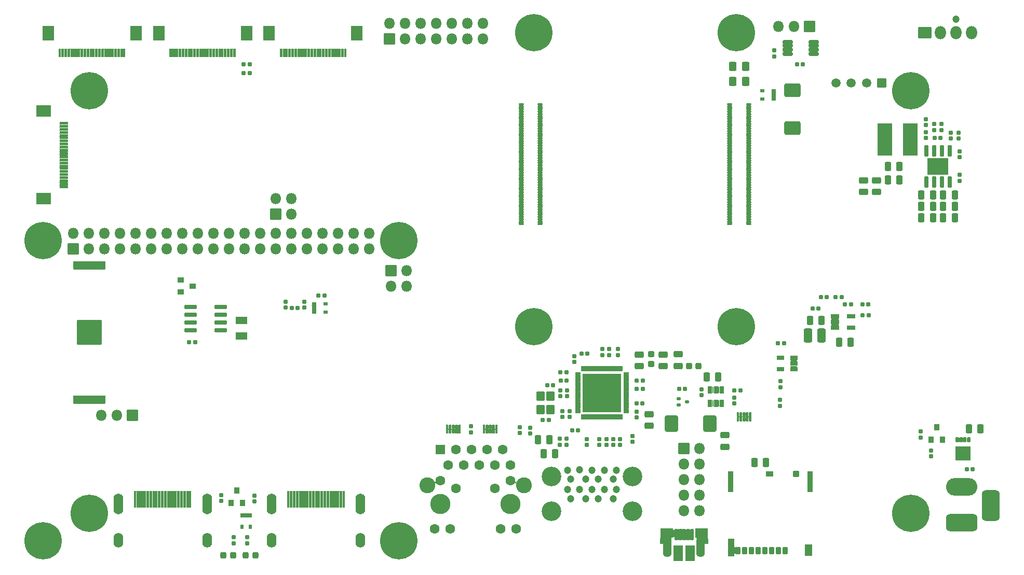
<source format=gbr>
G04 #@! TF.GenerationSoftware,KiCad,Pcbnew,(5.99.0-6751-g76ac8b5acf)*
G04 #@! TF.CreationDate,2021-06-14T13:23:57+01:00*
G04 #@! TF.ProjectId,CM4IOUSB3,434d3449-4f55-4534-9233-2e6b69636164,rev?*
G04 #@! TF.SameCoordinates,Original*
G04 #@! TF.FileFunction,Soldermask,Top*
G04 #@! TF.FilePolarity,Negative*
%FSLAX46Y46*%
G04 Gerber Fmt 4.6, Leading zero omitted, Abs format (unit mm)*
G04 Created by KiCad (PCBNEW (5.99.0-6751-g76ac8b5acf)) date 2021-06-14 13:23:57*
%MOMM*%
%LPD*%
G01*
G04 APERTURE LIST*
G04 Aperture macros list*
%AMRoundRect*
0 Rectangle with rounded corners*
0 $1 Rounding radius*
0 $2 $3 $4 $5 $6 $7 $8 $9 X,Y pos of 4 corners*
0 Add a 4 corners polygon primitive as box body*
4,1,4,$2,$3,$4,$5,$6,$7,$8,$9,$2,$3,0*
0 Add four circle primitives for the rounded corners*
1,1,$1+$1,$2,$3,0*
1,1,$1+$1,$4,$5,0*
1,1,$1+$1,$6,$7,0*
1,1,$1+$1,$8,$9,0*
0 Add four rect primitives between the rounded corners*
20,1,$1+$1,$2,$3,$4,$5,0*
20,1,$1+$1,$4,$5,$6,$7,0*
20,1,$1+$1,$6,$7,$8,$9,0*
20,1,$1+$1,$8,$9,$2,$3,0*%
G04 Aperture macros list end*
%ADD10C,6.100000*%
%ADD11RoundRect,0.051000X0.350000X-0.100000X0.350000X0.100000X-0.350000X0.100000X-0.350000X-0.100000X0*%
%ADD12RoundRect,0.051000X-2.540000X0.635000X-2.540000X-0.635000X2.540000X-0.635000X2.540000X0.635000X0*%
%ADD13RoundRect,0.051000X-1.980000X1.980000X-1.980000X-1.980000X1.980000X-1.980000X1.980000X1.980000X0*%
%ADD14RoundRect,0.173000X0.198000X-0.173000X0.198000X0.173000X-0.198000X0.173000X-0.198000X-0.173000X0*%
%ADD15RoundRect,0.269250X0.269250X0.481750X-0.269250X0.481750X-0.269250X-0.481750X0.269250X-0.481750X0*%
%ADD16RoundRect,0.173000X-0.198000X0.173000X-0.198000X-0.173000X0.198000X-0.173000X0.198000X0.173000X0*%
%ADD17RoundRect,0.173000X-0.173000X-0.198000X0.173000X-0.198000X0.173000X0.198000X-0.173000X0.198000X0*%
%ADD18RoundRect,0.269250X-0.269250X-0.481750X0.269250X-0.481750X0.269250X0.481750X-0.269250X0.481750X0*%
%ADD19RoundRect,0.269250X-0.481750X0.269250X-0.481750X-0.269250X0.481750X-0.269250X0.481750X0.269250X0*%
%ADD20RoundRect,0.051000X0.150000X0.650000X-0.150000X0.650000X-0.150000X-0.650000X0.150000X-0.650000X0*%
%ADD21RoundRect,0.051000X0.900000X1.100000X-0.900000X1.100000X-0.900000X-1.100000X0.900000X-1.100000X0*%
%ADD22RoundRect,0.051000X-0.850000X0.850000X-0.850000X-0.850000X0.850000X-0.850000X0.850000X0.850000X0*%
%ADD23O,1.802000X1.802000*%
%ADD24RoundRect,0.173000X0.173000X0.198000X-0.173000X0.198000X-0.173000X-0.198000X0.173000X-0.198000X0*%
%ADD25RoundRect,0.051000X0.150000X0.275000X-0.150000X0.275000X-0.150000X-0.275000X0.150000X-0.275000X0*%
%ADD26RoundRect,0.051000X0.200000X0.275000X-0.200000X0.275000X-0.200000X-0.275000X0.200000X-0.275000X0*%
%ADD27RoundRect,0.051000X0.400000X-0.450000X0.400000X0.450000X-0.400000X0.450000X-0.400000X-0.450000X0*%
%ADD28RoundRect,0.051000X0.850000X-0.850000X0.850000X0.850000X-0.850000X0.850000X-0.850000X-0.850000X0*%
%ADD29RoundRect,0.244250X0.244250X0.281750X-0.244250X0.281750X-0.244250X-0.281750X0.244250X-0.281750X0*%
%ADD30RoundRect,0.150500X-0.713000X-0.150500X0.713000X-0.150500X0.713000X0.150500X-0.713000X0.150500X0*%
%ADD31RoundRect,0.051000X-0.325000X-0.200000X0.325000X-0.200000X0.325000X0.200000X-0.325000X0.200000X0*%
%ADD32RoundRect,0.051000X-0.850000X-0.850000X0.850000X-0.850000X0.850000X0.850000X-0.850000X0.850000X0*%
%ADD33RoundRect,0.051000X0.200000X-0.875000X0.200000X0.875000X-0.200000X0.875000X-0.200000X-0.875000X0*%
%ADD34RoundRect,0.051000X-0.650000X-1.000000X0.650000X-1.000000X0.650000X1.000000X-0.650000X1.000000X0*%
%ADD35RoundRect,0.051000X0.712500X-1.250000X0.712500X1.250000X-0.712500X1.250000X-0.712500X-1.250000X0*%
%ADD36O,1.402000X1.802000*%
%ADD37RoundRect,0.051000X-1.000000X-0.700000X1.000000X-0.700000X1.000000X0.700000X-1.000000X0.700000X0*%
%ADD38RoundRect,0.051000X-0.912500X-0.350000X0.912500X-0.350000X0.912500X0.350000X-0.912500X0.350000X0*%
%ADD39O,1.102000X1.502000*%
%ADD40RoundRect,0.051000X-0.200000X0.325000X-0.200000X-0.325000X0.200000X-0.325000X0.200000X0.325000X0*%
%ADD41RoundRect,0.051000X0.530000X0.325000X-0.530000X0.325000X-0.530000X-0.325000X0.530000X-0.325000X0*%
%ADD42O,5.102000X2.902000*%
%ADD43RoundRect,0.725500X1.825500X-0.725500X1.825500X0.725500X-1.825500X0.725500X-1.825500X-0.725500X0*%
%ADD44RoundRect,0.725500X0.725500X-1.825500X0.725500X1.825500X-0.725500X1.825500X-0.725500X-1.825500X0*%
%ADD45C,3.302000*%
%ADD46RoundRect,0.267534X-0.533466X-0.533466X0.533466X-0.533466X0.533466X0.533466X-0.533466X0.533466X0*%
%ADD47C,1.602000*%
%ADD48C,2.602000*%
%ADD49RoundRect,0.051000X0.150000X-1.300000X0.150000X1.300000X-0.150000X1.300000X-0.150000X-1.300000X0*%
%ADD50O,1.602000X3.402000*%
%ADD51O,1.602000X2.402000*%
%ADD52C,1.202000*%
%ADD53RoundRect,0.051000X-1.015000X-0.865000X1.015000X-0.865000X1.015000X0.865000X-1.015000X0.865000X0*%
%ADD54O,1.832000X2.132000*%
%ADD55RoundRect,0.051000X1.175000X2.550000X-1.175000X2.550000X-1.175000X-2.550000X1.175000X-2.550000X0*%
%ADD56R,3.400000X2.710000*%
%ADD57RoundRect,0.175500X0.175500X-0.763000X0.175500X0.763000X-0.175500X0.763000X-0.175500X-0.763000X0*%
%ADD58RoundRect,0.051000X0.704000X0.704000X-0.704000X0.704000X-0.704000X-0.704000X0.704000X-0.704000X0*%
%ADD59C,1.510000*%
%ADD60RoundRect,0.051000X-0.150000X-0.275000X0.150000X-0.275000X0.150000X0.275000X-0.150000X0.275000X0*%
%ADD61RoundRect,0.051000X-0.200000X-0.275000X0.200000X-0.275000X0.200000X0.275000X-0.200000X0.275000X0*%
%ADD62RoundRect,0.272173X-0.353827X-0.478827X0.353827X-0.478827X0.353827X0.478827X-0.353827X0.478827X0*%
%ADD63RoundRect,0.051000X0.325000X0.200000X-0.325000X0.200000X-0.325000X-0.200000X0.325000X-0.200000X0*%
%ADD64RoundRect,0.051000X-0.450000X-0.400000X0.450000X-0.400000X0.450000X0.400000X-0.450000X0.400000X0*%
%ADD65RoundRect,0.175500X0.850500X0.175500X-0.850500X0.175500X-0.850500X-0.175500X0.850500X-0.175500X0*%
%ADD66RoundRect,0.051000X0.900000X-0.500000X0.900000X0.500000X-0.900000X0.500000X-0.900000X-0.500000X0*%
%ADD67RoundRect,0.051000X0.350000X0.550000X-0.350000X0.550000X-0.350000X-0.550000X0.350000X-0.550000X0*%
%ADD68RoundRect,0.051000X0.450000X0.465000X-0.450000X0.465000X-0.450000X-0.465000X0.450000X-0.465000X0*%
%ADD69RoundRect,0.051000X0.525000X0.390000X-0.525000X0.390000X-0.525000X-0.390000X0.525000X-0.390000X0*%
%ADD70RoundRect,0.051000X0.430000X1.400000X-0.430000X1.400000X-0.430000X-1.400000X0.430000X-1.400000X0*%
%ADD71RoundRect,0.051000X0.350000X1.665000X-0.350000X1.665000X-0.350000X-1.665000X0.350000X-1.665000X0*%
%ADD72RoundRect,0.051000X0.570000X0.915000X-0.570000X0.915000X-0.570000X-0.915000X0.570000X-0.915000X0*%
%ADD73RoundRect,0.051000X-0.650000X0.150000X-0.650000X-0.150000X0.650000X-0.150000X0.650000X0.150000X0*%
%ADD74RoundRect,0.051000X-1.100000X0.900000X-1.100000X-0.900000X1.100000X-0.900000X1.100000X0.900000X0*%
%ADD75RoundRect,0.051000X-0.210000X0.350000X-0.210000X-0.350000X0.210000X-0.350000X0.210000X0.350000X0*%
%ADD76RoundRect,0.262289X0.826211X1.063711X-0.826211X1.063711X-0.826211X-1.063711X0.826211X-1.063711X0*%
%ADD77RoundRect,0.270400X0.405600X0.880600X-0.405600X0.880600X-0.405600X-0.880600X0.405600X-0.880600X0*%
%ADD78C,3.202000*%
%ADD79RoundRect,0.051000X0.255000X0.200000X-0.255000X0.200000X-0.255000X-0.200000X0.255000X-0.200000X0*%
%ADD80RoundRect,0.075500X0.388000X0.075500X-0.388000X0.075500X-0.388000X-0.075500X0.388000X-0.075500X0*%
%ADD81RoundRect,0.075500X0.075500X0.388000X-0.075500X0.388000X-0.075500X-0.388000X0.075500X-0.388000X0*%
%ADD82RoundRect,0.051000X3.100000X3.100000X-3.100000X3.100000X-3.100000X-3.100000X3.100000X-3.100000X0*%
%ADD83RoundRect,0.262289X1.063711X-0.826211X1.063711X0.826211X-1.063711X0.826211X-1.063711X-0.826211X0*%
%ADD84RoundRect,0.269250X0.481750X-0.269250X0.481750X0.269250X-0.481750X0.269250X-0.481750X-0.269250X0*%
%ADD85RoundRect,0.051000X-0.325000X0.530000X-0.325000X-0.530000X0.325000X-0.530000X0.325000X0.530000X0*%
%ADD86RoundRect,0.051000X-0.610000X-0.325000X0.610000X-0.325000X0.610000X0.325000X-0.610000X0.325000X0*%
%ADD87RoundRect,0.244250X0.281750X-0.244250X0.281750X0.244250X-0.281750X0.244250X-0.281750X-0.244250X0*%
%ADD88RoundRect,0.051000X-0.600000X0.700000X-0.600000X-0.700000X0.600000X-0.700000X0.600000X0.700000X0*%
G04 APERTURE END LIST*
D10*
X162500000Y-121500000D03*
X195500000Y-121500000D03*
X162500000Y-73500000D03*
X195500000Y-73500000D03*
D11*
X160460000Y-85200000D03*
X163540000Y-85200000D03*
X160460000Y-85600000D03*
X163540000Y-85600000D03*
X160460000Y-86000000D03*
X163540000Y-86000000D03*
X160460000Y-86400000D03*
X163540000Y-86400000D03*
X160460000Y-86800000D03*
X163540000Y-86800000D03*
X160460000Y-87200000D03*
X163540000Y-87200000D03*
X160460000Y-87600000D03*
X163540000Y-87600000D03*
X160460000Y-88000000D03*
X163540000Y-88000000D03*
X160460000Y-88400000D03*
X163540000Y-88400000D03*
X160460000Y-88800000D03*
X163540000Y-88800000D03*
X160460000Y-89200000D03*
X163540000Y-89200000D03*
X160460000Y-89600000D03*
X163540000Y-89600000D03*
X160460000Y-90000000D03*
X163540000Y-90000000D03*
X160460000Y-90400000D03*
X163540000Y-90400000D03*
X160460000Y-90800000D03*
X163540000Y-90800000D03*
X160460000Y-91200000D03*
X163540000Y-91200000D03*
X160460000Y-91600000D03*
X163540000Y-91600000D03*
X160460000Y-92000000D03*
X163540000Y-92000000D03*
X160460000Y-92400000D03*
X163540000Y-92400000D03*
X160460000Y-92800000D03*
X163540000Y-92800000D03*
X160460000Y-93200000D03*
X163540000Y-93200000D03*
X160460000Y-93600000D03*
X163540000Y-93600000D03*
X160460000Y-94000000D03*
X163540000Y-94000000D03*
X160460000Y-94400000D03*
X163540000Y-94400000D03*
X160460000Y-94800000D03*
X163540000Y-94800000D03*
X160460000Y-95200000D03*
X163540000Y-95200000D03*
X160460000Y-95600000D03*
X163540000Y-95600000D03*
X160460000Y-96000000D03*
X163540000Y-96000000D03*
X160460000Y-96400000D03*
X163540000Y-96400000D03*
X160460000Y-96800000D03*
X163540000Y-96800000D03*
X160460000Y-97200000D03*
X163540000Y-97200000D03*
X160460000Y-97600000D03*
X163540000Y-97600000D03*
X160460000Y-98000000D03*
X163540000Y-98000000D03*
X160460000Y-98400000D03*
X163540000Y-98400000D03*
X160460000Y-98800000D03*
X163540000Y-98800000D03*
X160460000Y-99200000D03*
X163540000Y-99200000D03*
X160460000Y-99600000D03*
X163540000Y-99600000D03*
X160460000Y-100000000D03*
X163540000Y-100000000D03*
X160460000Y-100400000D03*
X163540000Y-100400000D03*
X160460000Y-100800000D03*
X163540000Y-100800000D03*
X160460000Y-101200000D03*
X163540000Y-101200000D03*
X160460000Y-101600000D03*
X163540000Y-101600000D03*
X160460000Y-102000000D03*
X163540000Y-102000000D03*
X160460000Y-102400000D03*
X163540000Y-102400000D03*
X160460000Y-102800000D03*
X163540000Y-102800000D03*
X160460000Y-103200000D03*
X163540000Y-103200000D03*
X160460000Y-103600000D03*
X163540000Y-103600000D03*
X160460000Y-104000000D03*
X163540000Y-104000000D03*
X160460000Y-104400000D03*
X163540000Y-104400000D03*
X160460000Y-104800000D03*
X163540000Y-104800000D03*
X194460000Y-85200000D03*
X197540000Y-85200000D03*
X194460000Y-85600000D03*
X197540000Y-85600000D03*
X194460000Y-86000000D03*
X197540000Y-86000000D03*
X194460000Y-86400000D03*
X197540000Y-86400000D03*
X194460000Y-86800000D03*
X197540000Y-86800000D03*
X194460000Y-87200000D03*
X197540000Y-87200000D03*
X194460000Y-87600000D03*
X197540000Y-87600000D03*
X194460000Y-88000000D03*
X197540000Y-88000000D03*
X194460000Y-88400000D03*
X197540000Y-88400000D03*
X194460000Y-88800000D03*
X197540000Y-88800000D03*
X194460000Y-89200000D03*
X197540000Y-89200000D03*
X194460000Y-89600000D03*
X197540000Y-89600000D03*
X194460000Y-90000000D03*
X197540000Y-90000000D03*
X194460000Y-90400000D03*
X197540000Y-90400000D03*
X194460000Y-90800000D03*
X197540000Y-90800000D03*
X194460000Y-91200000D03*
X197540000Y-91200000D03*
X194460000Y-91600000D03*
X197540000Y-91600000D03*
X194460000Y-92000000D03*
X197540000Y-92000000D03*
X194460000Y-92400000D03*
X197540000Y-92400000D03*
X194460000Y-92800000D03*
X197540000Y-92800000D03*
X194460000Y-93200000D03*
X197540000Y-93200000D03*
X194460000Y-93600000D03*
X197540000Y-93600000D03*
X194460000Y-94000000D03*
X197540000Y-94000000D03*
X194460000Y-94400000D03*
X197540000Y-94400000D03*
X194460000Y-94800000D03*
X197540000Y-94800000D03*
X194460000Y-95200000D03*
X197540000Y-95200000D03*
X194460000Y-95600000D03*
X197540000Y-95600000D03*
X194460000Y-96000000D03*
X197540000Y-96000000D03*
X194460000Y-96400000D03*
X197540000Y-96400000D03*
X194460000Y-96800000D03*
X197540000Y-96800000D03*
X194460000Y-97200000D03*
X197540000Y-97200000D03*
X194460000Y-97600000D03*
X197540000Y-97600000D03*
X194460000Y-98000000D03*
X197540000Y-98000000D03*
X194460000Y-98400000D03*
X197540000Y-98400000D03*
X194460000Y-98800000D03*
X197540000Y-98800000D03*
X194460000Y-99200000D03*
X197540000Y-99200000D03*
X194460000Y-99600000D03*
X197540000Y-99600000D03*
X194460000Y-100000000D03*
X197540000Y-100000000D03*
X194460000Y-100400000D03*
X197540000Y-100400000D03*
X194460000Y-100800000D03*
X197540000Y-100800000D03*
X194460000Y-101200000D03*
X197540000Y-101200000D03*
X194460000Y-101600000D03*
X197540000Y-101600000D03*
X194460000Y-102000000D03*
X197540000Y-102000000D03*
X194460000Y-102400000D03*
X197540000Y-102400000D03*
X194460000Y-102800000D03*
X197540000Y-102800000D03*
X194460000Y-103200000D03*
X197540000Y-103200000D03*
X194460000Y-103600000D03*
X197540000Y-103600000D03*
X194460000Y-104000000D03*
X197540000Y-104000000D03*
X194460000Y-104400000D03*
X197540000Y-104400000D03*
X194460000Y-104800000D03*
X197540000Y-104800000D03*
D12*
X90000000Y-111515000D03*
X90000000Y-133485000D03*
D13*
X90000000Y-122500000D03*
D14*
X152300000Y-138785000D03*
X152300000Y-137815000D03*
D15*
X200387500Y-143750000D03*
X198512500Y-143750000D03*
D14*
X111550000Y-149985000D03*
X111550000Y-149015000D03*
X117000000Y-150085000D03*
X117000000Y-149115000D03*
D16*
X201700000Y-76415000D03*
X201700000Y-77385000D03*
D17*
X233115000Y-144800000D03*
X234085000Y-144800000D03*
D18*
X220262500Y-95400000D03*
X222137500Y-95400000D03*
X220262500Y-97550000D03*
X222137500Y-97550000D03*
D19*
X216250000Y-97650000D03*
X216250000Y-99525000D03*
X218400000Y-97662500D03*
X218400000Y-99537500D03*
D20*
X85250000Y-76850000D03*
X85750000Y-76850000D03*
X86250000Y-76850000D03*
X86750000Y-76850000D03*
X87250000Y-76850000D03*
X87750000Y-76850000D03*
X88250000Y-76850000D03*
X88750000Y-76850000D03*
X89250000Y-76850000D03*
X89750000Y-76850000D03*
X90250000Y-76850000D03*
X90750000Y-76850000D03*
X91250000Y-76850000D03*
X91750000Y-76850000D03*
X92250000Y-76850000D03*
X92750000Y-76850000D03*
X93250000Y-76850000D03*
X93750000Y-76850000D03*
X94250000Y-76850000D03*
X94750000Y-76850000D03*
X95250000Y-76850000D03*
X95750000Y-76850000D03*
D21*
X83350000Y-73600000D03*
X97650000Y-73600000D03*
D20*
X121250000Y-76850000D03*
X121750000Y-76850000D03*
X122250000Y-76850000D03*
X122750000Y-76850000D03*
X123250000Y-76850000D03*
X123750000Y-76850000D03*
X124250000Y-76850000D03*
X124750000Y-76850000D03*
X125250000Y-76850000D03*
X125750000Y-76850000D03*
X126250000Y-76850000D03*
X126750000Y-76850000D03*
X127250000Y-76850000D03*
X127750000Y-76850000D03*
X128250000Y-76850000D03*
X128750000Y-76850000D03*
X129250000Y-76850000D03*
X129750000Y-76850000D03*
X130250000Y-76850000D03*
X130750000Y-76850000D03*
X131250000Y-76850000D03*
X131750000Y-76850000D03*
D21*
X119350000Y-73600000D03*
X133650000Y-73600000D03*
D22*
X97040000Y-136000000D03*
D23*
X94500000Y-136000000D03*
X91960000Y-136000000D03*
D14*
X113600000Y-156885000D03*
X113600000Y-155915000D03*
D17*
X195200000Y-131950000D03*
X196170000Y-131950000D03*
D24*
X206385000Y-78700000D03*
X205415000Y-78700000D03*
D25*
X156400000Y-137900000D03*
X155900000Y-137900000D03*
D26*
X155400000Y-137900000D03*
D25*
X154900000Y-137900000D03*
X154400000Y-137900000D03*
X154400000Y-138670000D03*
X154900000Y-138670000D03*
D26*
X155400000Y-138670000D03*
D25*
X155900000Y-138670000D03*
X156400000Y-138670000D03*
D27*
X113150000Y-150300000D03*
X115050000Y-150300000D03*
X114100000Y-148300000D03*
D28*
X87370000Y-108820000D03*
D23*
X87370000Y-106280000D03*
X89910000Y-108820000D03*
X89910000Y-106280000D03*
X92450000Y-108820000D03*
X92450000Y-106280000D03*
X94990000Y-108820000D03*
X94990000Y-106280000D03*
X97530000Y-108820000D03*
X97530000Y-106280000D03*
X100070000Y-108820000D03*
X100070000Y-106280000D03*
X102610000Y-108820000D03*
X102610000Y-106280000D03*
X105150000Y-108820000D03*
X105150000Y-106280000D03*
X107690000Y-108820000D03*
X107690000Y-106280000D03*
X110230000Y-108820000D03*
X110230000Y-106280000D03*
X112770000Y-108820000D03*
X112770000Y-106280000D03*
X115310000Y-108820000D03*
X115310000Y-106280000D03*
X117850000Y-108820000D03*
X117850000Y-106280000D03*
X120390000Y-108820000D03*
X120390000Y-106280000D03*
X122930000Y-108820000D03*
X122930000Y-106280000D03*
X125470000Y-108820000D03*
X125470000Y-106280000D03*
X128010000Y-108820000D03*
X128010000Y-106280000D03*
X130550000Y-108820000D03*
X130550000Y-106280000D03*
X133090000Y-108820000D03*
X133090000Y-106280000D03*
X135630000Y-108820000D03*
X135630000Y-106280000D03*
D29*
X117137500Y-158900000D03*
X115562500Y-158900000D03*
D30*
X203887500Y-75025000D03*
X203887500Y-75675000D03*
X203887500Y-76325000D03*
X203887500Y-76975000D03*
X208112500Y-76975000D03*
X208112500Y-76325000D03*
X208112500Y-75675000D03*
X208112500Y-75025000D03*
D31*
X126668000Y-117822000D03*
X126668000Y-118472000D03*
X126668000Y-119122000D03*
X128568000Y-119122000D03*
X128568000Y-117822000D03*
D14*
X125062000Y-118433000D03*
X125062000Y-117463000D03*
X122014000Y-118433000D03*
X122014000Y-117463000D03*
X161900000Y-138970000D03*
X161900000Y-138000000D03*
X160200000Y-138885000D03*
X160200000Y-137915000D03*
D32*
X139230000Y-112370000D03*
D23*
X141770000Y-112370000D03*
X139230000Y-114910000D03*
X141770000Y-114910000D03*
D33*
X185700000Y-155480000D03*
X186350000Y-155480000D03*
X187000000Y-155480000D03*
X187650000Y-155480000D03*
X188300000Y-155480000D03*
D34*
X184275000Y-157370000D03*
D35*
X186037500Y-158550000D03*
D36*
X189725000Y-158300000D03*
D35*
X187962500Y-158550000D03*
D37*
X189900000Y-155240000D03*
D38*
X184012500Y-156600000D03*
D37*
X184150000Y-155240000D03*
D39*
X184575000Y-155270000D03*
D36*
X184275000Y-158300000D03*
D34*
X189725000Y-157370000D03*
D39*
X189425000Y-155270000D03*
D38*
X189987500Y-156600000D03*
D29*
X113487500Y-158900000D03*
X111912500Y-158900000D03*
D14*
X115800000Y-156885000D03*
X115800000Y-155915000D03*
D40*
X116250000Y-152350000D03*
X115600000Y-152350000D03*
X114950000Y-152350000D03*
X114950000Y-154250000D03*
X116250000Y-154250000D03*
D24*
X124023000Y-118456000D03*
X123053000Y-118456000D03*
X128357000Y-116440000D03*
X127387000Y-116440000D03*
D41*
X204898661Y-128505987D03*
X204898661Y-127555987D03*
X204898661Y-126605987D03*
X202698661Y-126605987D03*
X202698661Y-128505987D03*
D42*
X232250000Y-147700000D03*
D43*
X232250000Y-153500000D03*
D44*
X237050000Y-150700000D03*
D45*
X147285000Y-150500000D03*
X158715000Y-150500000D03*
D46*
X147285000Y-141610000D03*
D47*
X148555000Y-144150000D03*
X149825000Y-141610000D03*
X151095000Y-144150000D03*
X152365000Y-141610000D03*
X153635000Y-144150000D03*
X154905000Y-141610000D03*
X156175000Y-144150000D03*
X157445000Y-141610000D03*
X158715000Y-144150000D03*
X147285000Y-146670000D03*
X149825000Y-147940000D03*
X156175000Y-147940000D03*
X158715000Y-146670000D03*
X146370000Y-154560000D03*
X148910000Y-154560000D03*
X157090000Y-154560000D03*
X159630000Y-154560000D03*
D48*
X145125000Y-147450000D03*
X160875000Y-147450000D03*
D49*
X131500000Y-149720000D03*
X131000000Y-149720000D03*
X130500000Y-149720000D03*
X130000000Y-149720000D03*
X129500000Y-149720000D03*
X129000000Y-149720000D03*
X128500000Y-149720000D03*
X128000000Y-149720000D03*
X127500000Y-149720000D03*
X127000000Y-149720000D03*
X126500000Y-149720000D03*
X126000000Y-149720000D03*
X125500000Y-149720000D03*
X125000000Y-149720000D03*
X124500000Y-149720000D03*
X124000000Y-149720000D03*
X123500000Y-149720000D03*
X123000000Y-149720000D03*
X122500000Y-149720000D03*
D50*
X134250000Y-150450000D03*
X119750000Y-150450000D03*
D51*
X119750000Y-156410000D03*
X134250000Y-156410000D03*
D49*
X106500000Y-149720000D03*
X106000000Y-149720000D03*
X105500000Y-149720000D03*
X105000000Y-149720000D03*
X104500000Y-149720000D03*
X104000000Y-149720000D03*
X103500000Y-149720000D03*
X103000000Y-149720000D03*
X102500000Y-149720000D03*
X102000000Y-149720000D03*
X101500000Y-149720000D03*
X101000000Y-149720000D03*
X100500000Y-149720000D03*
X100000000Y-149720000D03*
X99500000Y-149720000D03*
X99000000Y-149720000D03*
X98500000Y-149720000D03*
X98000000Y-149720000D03*
X97500000Y-149720000D03*
D50*
X109250000Y-150450000D03*
X94750000Y-150450000D03*
D51*
X94750000Y-156410000D03*
X109250000Y-156410000D03*
D52*
X231380000Y-71340000D03*
D53*
X226300000Y-73500000D03*
D54*
X228840000Y-73500000D03*
X231380000Y-73500000D03*
X233920000Y-73500000D03*
D10*
X90000000Y-152000000D03*
X82500000Y-156500000D03*
X82500000Y-107500000D03*
X140500000Y-156500000D03*
X140500000Y-107500000D03*
X224000000Y-83000000D03*
X90000000Y-83000000D03*
X224000000Y-152000000D03*
D27*
X229150000Y-139950000D03*
X228200000Y-137950000D03*
X227250000Y-139950000D03*
D16*
X227250000Y-141765000D03*
X227250000Y-142735000D03*
D14*
X226450000Y-88635000D03*
X226450000Y-87665000D03*
X231900000Y-97735000D03*
X231900000Y-96765000D03*
D24*
X228820000Y-90700000D03*
X227850000Y-90700000D03*
D16*
X227800000Y-88465000D03*
X227800000Y-89435000D03*
D55*
X223925000Y-90950000D03*
X219775000Y-90950000D03*
D14*
X226450000Y-90735000D03*
X226450000Y-89765000D03*
D16*
X230500000Y-89865000D03*
X230500000Y-90835000D03*
X231900000Y-92915000D03*
X231900000Y-93885000D03*
D56*
X228400000Y-95350000D03*
D57*
X226495000Y-97912500D03*
X227765000Y-97912500D03*
X229035000Y-97912500D03*
X230305000Y-97912500D03*
X230305000Y-92787500D03*
X229035000Y-92787500D03*
X227765000Y-92787500D03*
X226495000Y-92787500D03*
D16*
X225600000Y-138665000D03*
X225600000Y-139635000D03*
D14*
X229000000Y-89435000D03*
X229000000Y-88465000D03*
D16*
X231750000Y-89865000D03*
X231750000Y-90835000D03*
D58*
X219250000Y-81750000D03*
D59*
X216750000Y-81750000D03*
X214250000Y-81750000D03*
X211750000Y-81750000D03*
D28*
X120400000Y-103200000D03*
D23*
X120400000Y-100660000D03*
X122940000Y-103200000D03*
X122940000Y-100660000D03*
D24*
X116185000Y-78700000D03*
X115215000Y-78700000D03*
X116185000Y-80100000D03*
X115215000Y-80100000D03*
D25*
X150400000Y-137900000D03*
X149900000Y-137900000D03*
D26*
X149400000Y-137900000D03*
D25*
X148900000Y-137900000D03*
X148400000Y-137900000D03*
X148400000Y-138670000D03*
X148900000Y-138670000D03*
D26*
X149400000Y-138670000D03*
D25*
X149900000Y-138670000D03*
X150400000Y-138670000D03*
D60*
X195825000Y-136650000D03*
X196325000Y-136650000D03*
D61*
X196825000Y-136650000D03*
D60*
X197325000Y-136650000D03*
X197825000Y-136650000D03*
X197825000Y-135880000D03*
X197325000Y-135880000D03*
D61*
X196825000Y-135880000D03*
D60*
X196325000Y-135880000D03*
X195825000Y-135880000D03*
D28*
X139000000Y-74500000D03*
D23*
X139000000Y-71960000D03*
X141540000Y-74500000D03*
X141540000Y-71960000D03*
X144080000Y-74500000D03*
X144080000Y-71960000D03*
X146620000Y-74500000D03*
X146620000Y-71960000D03*
X149160000Y-74500000D03*
X149160000Y-71960000D03*
X151700000Y-74500000D03*
X151700000Y-71960000D03*
X154240000Y-74500000D03*
X154240000Y-71960000D03*
D62*
X194975000Y-79000000D03*
X197025000Y-79000000D03*
D63*
X201650000Y-84350000D03*
X201650000Y-83700000D03*
X201650000Y-83050000D03*
X199750000Y-83050000D03*
X199750000Y-84350000D03*
D62*
X194975000Y-81500000D03*
X197025000Y-81500000D03*
D64*
X104900000Y-113950000D03*
X104900000Y-115850000D03*
X106900000Y-114900000D03*
D65*
X111475000Y-122155000D03*
X111475000Y-120885000D03*
X111475000Y-119615000D03*
X111475000Y-118345000D03*
X106525000Y-118345000D03*
X106525000Y-119615000D03*
X106525000Y-120885000D03*
X106525000Y-122155000D03*
D66*
X114850000Y-120550000D03*
X114850000Y-123050000D03*
D22*
X207500000Y-72500000D03*
D23*
X204960000Y-72500000D03*
X202420000Y-72500000D03*
D67*
X203460000Y-158075000D03*
X202360000Y-158075000D03*
X201260000Y-158075000D03*
X200160000Y-158075000D03*
X199060000Y-158075000D03*
X197960000Y-158075000D03*
X196860000Y-158075000D03*
X195760000Y-158075000D03*
D68*
X205250000Y-145610000D03*
D69*
X200985000Y-145535000D03*
D70*
X194680000Y-157575000D03*
D71*
X194600000Y-146810000D03*
D72*
X207340000Y-158060000D03*
D71*
X207560000Y-146810000D03*
D20*
X103250000Y-76850000D03*
X103750000Y-76850000D03*
X104250000Y-76850000D03*
X104750000Y-76850000D03*
X105250000Y-76850000D03*
X105750000Y-76850000D03*
X106250000Y-76850000D03*
X106750000Y-76850000D03*
X107250000Y-76850000D03*
X107750000Y-76850000D03*
X108250000Y-76850000D03*
X108750000Y-76850000D03*
X109250000Y-76850000D03*
X109750000Y-76850000D03*
X110250000Y-76850000D03*
X110750000Y-76850000D03*
X111250000Y-76850000D03*
X111750000Y-76850000D03*
X112250000Y-76850000D03*
X112750000Y-76850000D03*
X113250000Y-76850000D03*
X113750000Y-76850000D03*
D21*
X101350000Y-73600000D03*
X115650000Y-73600000D03*
D73*
X85850000Y-98750000D03*
X85850000Y-98250000D03*
X85850000Y-97750000D03*
X85850000Y-97250000D03*
X85850000Y-96750000D03*
X85850000Y-96250000D03*
X85850000Y-95750000D03*
X85850000Y-95250000D03*
X85850000Y-94750000D03*
X85850000Y-94250000D03*
X85850000Y-93750000D03*
X85850000Y-93250000D03*
X85850000Y-92750000D03*
X85850000Y-92250000D03*
X85850000Y-91750000D03*
X85850000Y-91250000D03*
X85850000Y-90750000D03*
X85850000Y-90250000D03*
X85850000Y-89750000D03*
X85850000Y-89250000D03*
X85850000Y-88750000D03*
X85850000Y-88250000D03*
D74*
X82600000Y-100650000D03*
X82600000Y-86350000D03*
D75*
X233475000Y-140000000D03*
X232825000Y-140000000D03*
X232175000Y-140000000D03*
X231525000Y-140000000D03*
G36*
X233721061Y-143386062D02*
G01*
X233684999Y-143401000D01*
X233264999Y-143401000D01*
X233228937Y-143386062D01*
X233213999Y-143350000D01*
X233213999Y-142861000D01*
X233085999Y-142861000D01*
X233085999Y-143350000D01*
X233071061Y-143386062D01*
X233034999Y-143401000D01*
X232614999Y-143401000D01*
X232578937Y-143386062D01*
X232563999Y-143350000D01*
X232563999Y-142861000D01*
X232436000Y-142861000D01*
X232436000Y-143350000D01*
X232421062Y-143386062D01*
X232385000Y-143401000D01*
X231965000Y-143401000D01*
X231928938Y-143386062D01*
X231914000Y-143350000D01*
X231914000Y-142860999D01*
X231786000Y-142860999D01*
X231786000Y-143349999D01*
X231771062Y-143386061D01*
X231735000Y-143400999D01*
X231315000Y-143400999D01*
X231278938Y-143386061D01*
X231264000Y-143349999D01*
X231264001Y-141100000D01*
X231278939Y-141063938D01*
X231315001Y-141049000D01*
X233685000Y-141049001D01*
X233721062Y-141063939D01*
X233736000Y-141100001D01*
X233735999Y-143350000D01*
X233721061Y-143386062D01*
G37*
D14*
X195205000Y-134097500D03*
X195205000Y-133127500D03*
D15*
X227587500Y-100050000D03*
X225712500Y-100050000D03*
D18*
X229262500Y-100050000D03*
X231137500Y-100050000D03*
X229262500Y-101900000D03*
X231137500Y-101900000D03*
D15*
X227587500Y-101900000D03*
X225712500Y-101900000D03*
D18*
X229262500Y-103750000D03*
X231137500Y-103750000D03*
D15*
X227587500Y-103750000D03*
X225712500Y-103750000D03*
D18*
X233462500Y-138200000D03*
X235337500Y-138200000D03*
D19*
X179725000Y-126062502D03*
X179725000Y-127937502D03*
D14*
X173650000Y-126152500D03*
X173650000Y-125182500D03*
D76*
X191212500Y-137400000D03*
X184987500Y-137400000D03*
D77*
X209375000Y-123000000D03*
X207225000Y-123000000D03*
D16*
X171129374Y-139896469D03*
X171129374Y-140866469D03*
D14*
X169150000Y-127285000D03*
X169150000Y-126315000D03*
D17*
X179302500Y-131662500D03*
X180272500Y-131662500D03*
D15*
X214162500Y-124075000D03*
X212287500Y-124075000D03*
D14*
X174325000Y-140860000D03*
X174325000Y-139890000D03*
D78*
X165430000Y-151650000D03*
X178570000Y-151650000D03*
X178570000Y-145970000D03*
X165430000Y-145970000D03*
D52*
X168500000Y-149650000D03*
X171000000Y-149650000D03*
X173000000Y-149650000D03*
X175500000Y-149650000D03*
X176000000Y-148150000D03*
X174000000Y-148150000D03*
X172000000Y-148150000D03*
X170000000Y-148100000D03*
X168000000Y-148150000D03*
X168500000Y-146450000D03*
X171000000Y-146450000D03*
X173000000Y-146450000D03*
X175500000Y-146450000D03*
X176000000Y-144950000D03*
X174000000Y-144950000D03*
X172000000Y-144950000D03*
X170000000Y-144900000D03*
X168000000Y-144950000D03*
D79*
X186155000Y-133300000D03*
X186155000Y-134300000D03*
X187445000Y-133800000D03*
D17*
X179302500Y-130362500D03*
X180272500Y-130362500D03*
D80*
X177550000Y-135537500D03*
X177550000Y-135137500D03*
X177550000Y-134737500D03*
X177550000Y-134337500D03*
X177550000Y-133937500D03*
X177550000Y-133537500D03*
X177550000Y-133137500D03*
X177550000Y-132737500D03*
X177550000Y-132337500D03*
X177550000Y-131937500D03*
X177550000Y-131537500D03*
X177550000Y-131137500D03*
X177550000Y-130737500D03*
X177550000Y-130337500D03*
X177550000Y-129937500D03*
X177550000Y-129537500D03*
X177550000Y-129137500D03*
D81*
X176812500Y-128400000D03*
X176412500Y-128400000D03*
X176012500Y-128400000D03*
X175612500Y-128400000D03*
X175212500Y-128400000D03*
X174812500Y-128400000D03*
X174412500Y-128400000D03*
X174012500Y-128400000D03*
X173612500Y-128400000D03*
X173212500Y-128400000D03*
X172812500Y-128400000D03*
X172412500Y-128400000D03*
X172012500Y-128400000D03*
X171612500Y-128400000D03*
X171212500Y-128400000D03*
X170812500Y-128400000D03*
X170412500Y-128400000D03*
D80*
X169675000Y-129137500D03*
X169675000Y-129537500D03*
X169675000Y-129937500D03*
X169675000Y-130337500D03*
X169675000Y-130737500D03*
X169675000Y-131137500D03*
X169675000Y-131537500D03*
X169675000Y-131937500D03*
X169675000Y-132337500D03*
X169675000Y-132737500D03*
X169675000Y-133137500D03*
X169675000Y-133537500D03*
X169675000Y-133937500D03*
X169675000Y-134337500D03*
X169675000Y-134737500D03*
X169675000Y-135137500D03*
X169675000Y-135537500D03*
D81*
X170412500Y-136275000D03*
X170812500Y-136275000D03*
X171212500Y-136275000D03*
X171612500Y-136275000D03*
X172012500Y-136275000D03*
X172412500Y-136275000D03*
X172812500Y-136275000D03*
X173212500Y-136275000D03*
X173612500Y-136275000D03*
X174012500Y-136275000D03*
X174412500Y-136275000D03*
X174812500Y-136275000D03*
X175212500Y-136275000D03*
X175612500Y-136275000D03*
X176012500Y-136275000D03*
X176412500Y-136275000D03*
X176812500Y-136275000D03*
D82*
X173612500Y-132337500D03*
D83*
X204700000Y-89112500D03*
X204700000Y-82887500D03*
D32*
X187000000Y-141400000D03*
D23*
X189540000Y-141400000D03*
X187000000Y-143940000D03*
X189540000Y-143940000D03*
X187000000Y-146480000D03*
X189540000Y-146480000D03*
X187000000Y-149020000D03*
X189540000Y-149020000D03*
X187000000Y-151560000D03*
X189540000Y-151560000D03*
D14*
X167925000Y-132885000D03*
X167925000Y-131915000D03*
D17*
X179277500Y-134087500D03*
X180247500Y-134087500D03*
D15*
X192600001Y-129768751D03*
X190725001Y-129768751D03*
D84*
X183600000Y-127962502D03*
X183600000Y-126087502D03*
D16*
X168312500Y-135327500D03*
X168312500Y-136297500D03*
D15*
X166000000Y-142275000D03*
X164125000Y-142275000D03*
D17*
X166847500Y-128952500D03*
X167817500Y-128952500D03*
D14*
X166800000Y-132885000D03*
X166800000Y-131915000D03*
D85*
X193150000Y-131825000D03*
X192200000Y-131825000D03*
X191250000Y-131825000D03*
X191250000Y-134025000D03*
X192200000Y-134025000D03*
X193150000Y-134025000D03*
D17*
X207940000Y-118600000D03*
X208910000Y-118600000D03*
D14*
X175450000Y-140860000D03*
X175450000Y-139890000D03*
D18*
X207562500Y-120500000D03*
X209437500Y-120500000D03*
D16*
X202700000Y-130450000D03*
X202700000Y-131420000D03*
D24*
X203285000Y-124200000D03*
X202315000Y-124200000D03*
D29*
X189367500Y-127942500D03*
X187792500Y-127942500D03*
D86*
X211615000Y-119825000D03*
X211615000Y-120775000D03*
X211615000Y-121725000D03*
X214235000Y-121725000D03*
X214235000Y-119825000D03*
D87*
X181650000Y-127612502D03*
X181650000Y-126037502D03*
D19*
X181300000Y-135862500D03*
X181300000Y-137737500D03*
D24*
X214235000Y-117875000D03*
X213265000Y-117875000D03*
D16*
X202650000Y-133500000D03*
X202650000Y-134470000D03*
D24*
X169710000Y-138425000D03*
X168740000Y-138425000D03*
X217060000Y-117875000D03*
X216090000Y-117875000D03*
D16*
X167162500Y-135328964D03*
X167162500Y-136298964D03*
D19*
X193700000Y-139262500D03*
X193700000Y-141137500D03*
D17*
X186200000Y-131700000D03*
X187170000Y-131700000D03*
D84*
X186040000Y-127927500D03*
X186040000Y-126052500D03*
D24*
X164935000Y-136737500D03*
X163965000Y-136737500D03*
D17*
X209290000Y-116725000D03*
X210260000Y-116725000D03*
D24*
X217110000Y-119675000D03*
X216140000Y-119675000D03*
D14*
X176250000Y-126170000D03*
X176250000Y-125200000D03*
D17*
X164675526Y-131139649D03*
X165645526Y-131139649D03*
D14*
X189900000Y-132745000D03*
X189900000Y-131775000D03*
D16*
X179312500Y-135402500D03*
X179312500Y-136372500D03*
D17*
X106315000Y-124100000D03*
X107285000Y-124100000D03*
X166890000Y-130375000D03*
X167860000Y-130375000D03*
X211740000Y-116725000D03*
X212710000Y-116725000D03*
D24*
X171234474Y-125927131D03*
X170264474Y-125927131D03*
D16*
X176550000Y-139890000D03*
X176550000Y-140860000D03*
D14*
X174775000Y-126152500D03*
X174775000Y-125182500D03*
D15*
X165085000Y-140007500D03*
X163210000Y-140007500D03*
D16*
X178625000Y-139365000D03*
X178625000Y-140335000D03*
D88*
X163650001Y-132837499D03*
X163650001Y-135037499D03*
X165250001Y-135037499D03*
X165250001Y-132837499D03*
D14*
X167875000Y-140810000D03*
X167875000Y-139840000D03*
D16*
X173200000Y-139890000D03*
X173200000Y-140860000D03*
D14*
X166725000Y-140810000D03*
X166725000Y-139840000D03*
G36*
X195162919Y-157399687D02*
G01*
X195182596Y-157466702D01*
X195234939Y-157512057D01*
X195303558Y-157521923D01*
X195354522Y-157502394D01*
X195369340Y-157492493D01*
X195371336Y-157492362D01*
X195372447Y-157494025D01*
X195372114Y-157495267D01*
X195364767Y-157506262D01*
X195361000Y-157525199D01*
X195361000Y-158624801D01*
X195364767Y-158643738D01*
X195372114Y-158654733D01*
X195372245Y-158656729D01*
X195370582Y-158657840D01*
X195369340Y-158657507D01*
X195354574Y-158647641D01*
X195288193Y-158626855D01*
X195221403Y-158645178D01*
X195175076Y-158696752D01*
X195162950Y-158750193D01*
X195161592Y-158751660D01*
X195159642Y-158751218D01*
X195159000Y-158749750D01*
X195159000Y-157400250D01*
X195160000Y-157398518D01*
X195162000Y-157398518D01*
X195162919Y-157399687D01*
G37*
G36*
X185940660Y-154572493D02*
G01*
X185954452Y-154581709D01*
X185955615Y-154579969D01*
X185957409Y-154579084D01*
X185958560Y-154579545D01*
X185975952Y-154594078D01*
X186044532Y-154602687D01*
X186088376Y-154574510D01*
X186091120Y-154575082D01*
X186095548Y-154581709D01*
X186109340Y-154572493D01*
X186111336Y-154572362D01*
X186112447Y-154574025D01*
X186112114Y-154575267D01*
X186104767Y-154586262D01*
X186101000Y-154605199D01*
X186101000Y-156354801D01*
X186104767Y-156373738D01*
X186112114Y-156384733D01*
X186112245Y-156386729D01*
X186110582Y-156387840D01*
X186109340Y-156387507D01*
X186095548Y-156378291D01*
X186094385Y-156380031D01*
X186092591Y-156380916D01*
X186091440Y-156380455D01*
X186074048Y-156365922D01*
X186005468Y-156357313D01*
X185961624Y-156385490D01*
X185958880Y-156384918D01*
X185954452Y-156378291D01*
X185940660Y-156387507D01*
X185938664Y-156387638D01*
X185937553Y-156385975D01*
X185937886Y-156384733D01*
X185945233Y-156373738D01*
X185949000Y-156354801D01*
X185949000Y-154605199D01*
X185945233Y-154586262D01*
X185937886Y-154575267D01*
X185937755Y-154573271D01*
X185939418Y-154572160D01*
X185940660Y-154572493D01*
G37*
G36*
X187240660Y-154572493D02*
G01*
X187254452Y-154581709D01*
X187255615Y-154579969D01*
X187257409Y-154579084D01*
X187258560Y-154579545D01*
X187275952Y-154594078D01*
X187344532Y-154602687D01*
X187388376Y-154574510D01*
X187391120Y-154575082D01*
X187395548Y-154581709D01*
X187409340Y-154572493D01*
X187411336Y-154572362D01*
X187412447Y-154574025D01*
X187412114Y-154575267D01*
X187404767Y-154586262D01*
X187401000Y-154605199D01*
X187401000Y-156354801D01*
X187404767Y-156373738D01*
X187412114Y-156384733D01*
X187412245Y-156386729D01*
X187410582Y-156387840D01*
X187409340Y-156387507D01*
X187395548Y-156378291D01*
X187394385Y-156380031D01*
X187392591Y-156380916D01*
X187391440Y-156380455D01*
X187374048Y-156365922D01*
X187305468Y-156357313D01*
X187261624Y-156385490D01*
X187258880Y-156384918D01*
X187254452Y-156378291D01*
X187240660Y-156387507D01*
X187238664Y-156387638D01*
X187237553Y-156385975D01*
X187237886Y-156384733D01*
X187245233Y-156373738D01*
X187249000Y-156354801D01*
X187249000Y-154605199D01*
X187245233Y-154586262D01*
X187237886Y-154575267D01*
X187237755Y-154573271D01*
X187239418Y-154572160D01*
X187240660Y-154572493D01*
G37*
G36*
X187890660Y-154572493D02*
G01*
X187904452Y-154581709D01*
X187905615Y-154579969D01*
X187907409Y-154579084D01*
X187908560Y-154579545D01*
X187925952Y-154594078D01*
X187994532Y-154602687D01*
X188038376Y-154574510D01*
X188041120Y-154575082D01*
X188045548Y-154581709D01*
X188059340Y-154572493D01*
X188061336Y-154572362D01*
X188062447Y-154574025D01*
X188062114Y-154575267D01*
X188054767Y-154586262D01*
X188051000Y-154605199D01*
X188051000Y-156354801D01*
X188054767Y-156373738D01*
X188062114Y-156384733D01*
X188062245Y-156386729D01*
X188060582Y-156387840D01*
X188059340Y-156387507D01*
X188045548Y-156378291D01*
X188044385Y-156380031D01*
X188042591Y-156380916D01*
X188041440Y-156380455D01*
X188024048Y-156365922D01*
X187955468Y-156357313D01*
X187911624Y-156385490D01*
X187908880Y-156384918D01*
X187904452Y-156378291D01*
X187890660Y-156387507D01*
X187888664Y-156387638D01*
X187887553Y-156385975D01*
X187887886Y-156384733D01*
X187895233Y-156373738D01*
X187899000Y-156354801D01*
X187899000Y-154605199D01*
X187895233Y-154586262D01*
X187887886Y-154575267D01*
X187887755Y-154573271D01*
X187889418Y-154572160D01*
X187890660Y-154572493D01*
G37*
G36*
X186590660Y-154572493D02*
G01*
X186604452Y-154581709D01*
X186605615Y-154579969D01*
X186607409Y-154579084D01*
X186608560Y-154579545D01*
X186625952Y-154594078D01*
X186694532Y-154602687D01*
X186738376Y-154574510D01*
X186741120Y-154575082D01*
X186745548Y-154581709D01*
X186759340Y-154572493D01*
X186761336Y-154572362D01*
X186762447Y-154574025D01*
X186762114Y-154575267D01*
X186754767Y-154586262D01*
X186751000Y-154605199D01*
X186751000Y-156354801D01*
X186754767Y-156373738D01*
X186762114Y-156384733D01*
X186762245Y-156386729D01*
X186760582Y-156387840D01*
X186759340Y-156387507D01*
X186745548Y-156378291D01*
X186744385Y-156380031D01*
X186742591Y-156380916D01*
X186741440Y-156380455D01*
X186724048Y-156365922D01*
X186655468Y-156357313D01*
X186611624Y-156385490D01*
X186608880Y-156384918D01*
X186604452Y-156378291D01*
X186590660Y-156387507D01*
X186588664Y-156387638D01*
X186587553Y-156385975D01*
X186587886Y-156384733D01*
X186595233Y-156373738D01*
X186599000Y-156354801D01*
X186599000Y-154605199D01*
X186595233Y-154586262D01*
X186587886Y-154575267D01*
X186587755Y-154573271D01*
X186589418Y-154572160D01*
X186590660Y-154572493D01*
G37*
G36*
X183128867Y-155983633D02*
G01*
X183131262Y-155985233D01*
X183150199Y-155989000D01*
X184410558Y-155989000D01*
X184411235Y-155989118D01*
X184460860Y-156006984D01*
X184609470Y-156017898D01*
X184752591Y-155989039D01*
X184752986Y-155989000D01*
X185035156Y-155989000D01*
X185036888Y-155990000D01*
X185036888Y-155992000D01*
X185035719Y-155992919D01*
X184968704Y-156012596D01*
X184923349Y-156064939D01*
X184913514Y-156133345D01*
X184950362Y-156191823D01*
X184949781Y-156194552D01*
X184948291Y-156195548D01*
X184957507Y-156209340D01*
X184957638Y-156211336D01*
X184955975Y-156212447D01*
X184954733Y-156212114D01*
X184943738Y-156204767D01*
X184924801Y-156201000D01*
X183100199Y-156201000D01*
X183087030Y-156203619D01*
X183085136Y-156202976D01*
X183084746Y-156201014D01*
X183085529Y-156199994D01*
X183087885Y-156198420D01*
X183088069Y-156198311D01*
X183138990Y-156171675D01*
X183173264Y-156111490D01*
X183169560Y-156042371D01*
X183126177Y-155986523D01*
X183125904Y-155984542D01*
X183127483Y-155983315D01*
X183128867Y-155983633D01*
G37*
G36*
X190914865Y-155987024D02*
G01*
X190915255Y-155988986D01*
X190914472Y-155990006D01*
X190910635Y-155992569D01*
X190866028Y-156045946D01*
X190857415Y-156114523D01*
X190910741Y-156197502D01*
X190914472Y-156199994D01*
X190915357Y-156201788D01*
X190914246Y-156203451D01*
X190912971Y-156203619D01*
X190899801Y-156201000D01*
X189075199Y-156201000D01*
X189056262Y-156204767D01*
X189045267Y-156212114D01*
X189043271Y-156212245D01*
X189042160Y-156210582D01*
X189042493Y-156209340D01*
X189050242Y-156197743D01*
X189050370Y-156197571D01*
X189077545Y-156165053D01*
X189086176Y-156096338D01*
X189056350Y-156033997D01*
X188964029Y-155992827D01*
X188962855Y-155991208D01*
X188963669Y-155989381D01*
X188964844Y-155989000D01*
X189260558Y-155989000D01*
X189261235Y-155989118D01*
X189310860Y-156006984D01*
X189459470Y-156017898D01*
X189602591Y-155989039D01*
X189602986Y-155989000D01*
X190899801Y-155989000D01*
X190912971Y-155986381D01*
X190914865Y-155987024D01*
G37*
G36*
X185202919Y-154594392D02*
G01*
X185222596Y-154661407D01*
X185274939Y-154706762D01*
X185343492Y-154716619D01*
X185406447Y-154687868D01*
X185446699Y-154618625D01*
X185447038Y-154616920D01*
X185448357Y-154615416D01*
X185450319Y-154615806D01*
X185451000Y-154617310D01*
X185451000Y-155950045D01*
X185450000Y-155951777D01*
X185448000Y-155951777D01*
X185447081Y-155950608D01*
X185427404Y-155883593D01*
X185375061Y-155838238D01*
X185306508Y-155828381D01*
X185243553Y-155857132D01*
X185203301Y-155926375D01*
X185202962Y-155928080D01*
X185201643Y-155929584D01*
X185199681Y-155929194D01*
X185199000Y-155927690D01*
X185199000Y-154594955D01*
X185200000Y-154593223D01*
X185202000Y-154593223D01*
X185202919Y-154594392D01*
G37*
G36*
X115190660Y-151992493D02*
G01*
X115204452Y-152001709D01*
X115205615Y-151999969D01*
X115207409Y-151999084D01*
X115208560Y-151999545D01*
X115225952Y-152014078D01*
X115294532Y-152022687D01*
X115338376Y-151994510D01*
X115341120Y-151995082D01*
X115345548Y-152001709D01*
X115359340Y-151992493D01*
X115361336Y-151992362D01*
X115362447Y-151994025D01*
X115362114Y-151995267D01*
X115354767Y-152006262D01*
X115351000Y-152025199D01*
X115351000Y-152674801D01*
X115354767Y-152693738D01*
X115362114Y-152704733D01*
X115362245Y-152706729D01*
X115360582Y-152707840D01*
X115359340Y-152707507D01*
X115345548Y-152698291D01*
X115344385Y-152700031D01*
X115342591Y-152700916D01*
X115341440Y-152700455D01*
X115324048Y-152685922D01*
X115255468Y-152677313D01*
X115211624Y-152705490D01*
X115208880Y-152704918D01*
X115204452Y-152698291D01*
X115190660Y-152707507D01*
X115188664Y-152707638D01*
X115187553Y-152705975D01*
X115187886Y-152704733D01*
X115195233Y-152693738D01*
X115199000Y-152674801D01*
X115199000Y-152025199D01*
X115195233Y-152006262D01*
X115187886Y-151995267D01*
X115187755Y-151993271D01*
X115189418Y-151992160D01*
X115190660Y-151992493D01*
G37*
G36*
X115840660Y-151992493D02*
G01*
X115854452Y-152001709D01*
X115855615Y-151999969D01*
X115857409Y-151999084D01*
X115858560Y-151999545D01*
X115875952Y-152014078D01*
X115944532Y-152022687D01*
X115988376Y-151994510D01*
X115991120Y-151995082D01*
X115995548Y-152001709D01*
X116009340Y-151992493D01*
X116011336Y-151992362D01*
X116012447Y-151994025D01*
X116012114Y-151995267D01*
X116004767Y-152006262D01*
X116001000Y-152025199D01*
X116001000Y-152674801D01*
X116004767Y-152693738D01*
X116012114Y-152704733D01*
X116012245Y-152706729D01*
X116010582Y-152707840D01*
X116009340Y-152707507D01*
X115995548Y-152698291D01*
X115994385Y-152700031D01*
X115992591Y-152700916D01*
X115991440Y-152700455D01*
X115974048Y-152685922D01*
X115905468Y-152677313D01*
X115861624Y-152705490D01*
X115858880Y-152704918D01*
X115854452Y-152698291D01*
X115840660Y-152707507D01*
X115838664Y-152707638D01*
X115837553Y-152705975D01*
X115837886Y-152704733D01*
X115845233Y-152693738D01*
X115849000Y-152674801D01*
X115849000Y-152025199D01*
X115845233Y-152006262D01*
X115837886Y-151995267D01*
X115837755Y-151993271D01*
X115839418Y-151992160D01*
X115840660Y-151992493D01*
G37*
G36*
X131314633Y-148383517D02*
G01*
X131314916Y-148386075D01*
X131304767Y-148401263D01*
X131301000Y-148420199D01*
X131301000Y-151019801D01*
X131304767Y-151038738D01*
X131314814Y-151053773D01*
X131314945Y-151055768D01*
X131312553Y-151056793D01*
X131252212Y-151037898D01*
X131187310Y-151056955D01*
X131185367Y-151056483D01*
X131185084Y-151053925D01*
X131195233Y-151038737D01*
X131199000Y-151019801D01*
X131199000Y-148420199D01*
X131195233Y-148401262D01*
X131185186Y-148386227D01*
X131185055Y-148384232D01*
X131187447Y-148383207D01*
X131247788Y-148402102D01*
X131312690Y-148383045D01*
X131314633Y-148383517D01*
G37*
G36*
X101314633Y-148383517D02*
G01*
X101314916Y-148386075D01*
X101304767Y-148401263D01*
X101301000Y-148420199D01*
X101301000Y-151019801D01*
X101304767Y-151038738D01*
X101314814Y-151053773D01*
X101314945Y-151055768D01*
X101312553Y-151056793D01*
X101252212Y-151037898D01*
X101187310Y-151056955D01*
X101185367Y-151056483D01*
X101185084Y-151053925D01*
X101195233Y-151038737D01*
X101199000Y-151019801D01*
X101199000Y-148420199D01*
X101195233Y-148401262D01*
X101185186Y-148386227D01*
X101185055Y-148384232D01*
X101187447Y-148383207D01*
X101247788Y-148402102D01*
X101312690Y-148383045D01*
X101314633Y-148383517D01*
G37*
G36*
X98814633Y-148383517D02*
G01*
X98814916Y-148386075D01*
X98804767Y-148401263D01*
X98801000Y-148420199D01*
X98801000Y-151019801D01*
X98804767Y-151038738D01*
X98814814Y-151053773D01*
X98814945Y-151055768D01*
X98812553Y-151056793D01*
X98752212Y-151037898D01*
X98687310Y-151056955D01*
X98685367Y-151056483D01*
X98685084Y-151053925D01*
X98695233Y-151038737D01*
X98699000Y-151019801D01*
X98699000Y-148420199D01*
X98695233Y-148401262D01*
X98685186Y-148386227D01*
X98685055Y-148384232D01*
X98687447Y-148383207D01*
X98747788Y-148402102D01*
X98812690Y-148383045D01*
X98814633Y-148383517D01*
G37*
G36*
X99814633Y-148383517D02*
G01*
X99814916Y-148386075D01*
X99804767Y-148401263D01*
X99801000Y-148420199D01*
X99801000Y-151019801D01*
X99804767Y-151038738D01*
X99814814Y-151053773D01*
X99814945Y-151055768D01*
X99812553Y-151056793D01*
X99752212Y-151037898D01*
X99687310Y-151056955D01*
X99685367Y-151056483D01*
X99685084Y-151053925D01*
X99695233Y-151038737D01*
X99699000Y-151019801D01*
X99699000Y-148420199D01*
X99695233Y-148401262D01*
X99685186Y-148386227D01*
X99685055Y-148384232D01*
X99687447Y-148383207D01*
X99747788Y-148402102D01*
X99812690Y-148383045D01*
X99814633Y-148383517D01*
G37*
G36*
X123314633Y-148383517D02*
G01*
X123314916Y-148386075D01*
X123304767Y-148401263D01*
X123301000Y-148420199D01*
X123301000Y-151019801D01*
X123304767Y-151038738D01*
X123314814Y-151053773D01*
X123314945Y-151055768D01*
X123312553Y-151056793D01*
X123252212Y-151037898D01*
X123187310Y-151056955D01*
X123185367Y-151056483D01*
X123185084Y-151053925D01*
X123195233Y-151038737D01*
X123199000Y-151019801D01*
X123199000Y-148420199D01*
X123195233Y-148401262D01*
X123185186Y-148386227D01*
X123185055Y-148384232D01*
X123187447Y-148383207D01*
X123247788Y-148402102D01*
X123312690Y-148383045D01*
X123314633Y-148383517D01*
G37*
G36*
X126814633Y-148383517D02*
G01*
X126814916Y-148386075D01*
X126804767Y-148401263D01*
X126801000Y-148420199D01*
X126801000Y-151019801D01*
X126804767Y-151038738D01*
X126814814Y-151053773D01*
X126814945Y-151055768D01*
X126812553Y-151056793D01*
X126752212Y-151037898D01*
X126687310Y-151056955D01*
X126685367Y-151056483D01*
X126685084Y-151053925D01*
X126695233Y-151038737D01*
X126699000Y-151019801D01*
X126699000Y-148420199D01*
X126695233Y-148401262D01*
X126685186Y-148386227D01*
X126685055Y-148384232D01*
X126687447Y-148383207D01*
X126747788Y-148402102D01*
X126812690Y-148383045D01*
X126814633Y-148383517D01*
G37*
G36*
X104814633Y-148383517D02*
G01*
X104814916Y-148386075D01*
X104804767Y-148401263D01*
X104801000Y-148420199D01*
X104801000Y-151019801D01*
X104804767Y-151038738D01*
X104814814Y-151053773D01*
X104814945Y-151055768D01*
X104812553Y-151056793D01*
X104752212Y-151037898D01*
X104687310Y-151056955D01*
X104685367Y-151056483D01*
X104685084Y-151053925D01*
X104695233Y-151038737D01*
X104699000Y-151019801D01*
X104699000Y-148420199D01*
X104695233Y-148401262D01*
X104685186Y-148386227D01*
X104685055Y-148384232D01*
X104687447Y-148383207D01*
X104747788Y-148402102D01*
X104812690Y-148383045D01*
X104814633Y-148383517D01*
G37*
G36*
X102314633Y-148383517D02*
G01*
X102314916Y-148386075D01*
X102304767Y-148401263D01*
X102301000Y-148420199D01*
X102301000Y-151019801D01*
X102304767Y-151038738D01*
X102314814Y-151053773D01*
X102314945Y-151055768D01*
X102312553Y-151056793D01*
X102252212Y-151037898D01*
X102187310Y-151056955D01*
X102185367Y-151056483D01*
X102185084Y-151053925D01*
X102195233Y-151038737D01*
X102199000Y-151019801D01*
X102199000Y-148420199D01*
X102195233Y-148401262D01*
X102185186Y-148386227D01*
X102185055Y-148384232D01*
X102187447Y-148383207D01*
X102247788Y-148402102D01*
X102312690Y-148383045D01*
X102314633Y-148383517D01*
G37*
G36*
X128814633Y-148383517D02*
G01*
X128814916Y-148386075D01*
X128804767Y-148401263D01*
X128801000Y-148420199D01*
X128801000Y-151019801D01*
X128804767Y-151038738D01*
X128814814Y-151053773D01*
X128814945Y-151055768D01*
X128812553Y-151056793D01*
X128752212Y-151037898D01*
X128687310Y-151056955D01*
X128685367Y-151056483D01*
X128685084Y-151053925D01*
X128695233Y-151038737D01*
X128699000Y-151019801D01*
X128699000Y-148420199D01*
X128695233Y-148401262D01*
X128685186Y-148386227D01*
X128685055Y-148384232D01*
X128687447Y-148383207D01*
X128747788Y-148402102D01*
X128812690Y-148383045D01*
X128814633Y-148383517D01*
G37*
G36*
X101814633Y-148383517D02*
G01*
X101814916Y-148386075D01*
X101804767Y-148401263D01*
X101801000Y-148420199D01*
X101801000Y-151019801D01*
X101804767Y-151038738D01*
X101814814Y-151053773D01*
X101814945Y-151055768D01*
X101812553Y-151056793D01*
X101752212Y-151037898D01*
X101687310Y-151056955D01*
X101685367Y-151056483D01*
X101685084Y-151053925D01*
X101695233Y-151038737D01*
X101699000Y-151019801D01*
X101699000Y-148420199D01*
X101695233Y-148401262D01*
X101685186Y-148386227D01*
X101685055Y-148384232D01*
X101687447Y-148383207D01*
X101747788Y-148402102D01*
X101812690Y-148383045D01*
X101814633Y-148383517D01*
G37*
G36*
X103814633Y-148383517D02*
G01*
X103814916Y-148386075D01*
X103804767Y-148401263D01*
X103801000Y-148420199D01*
X103801000Y-151019801D01*
X103804767Y-151038738D01*
X103814814Y-151053773D01*
X103814945Y-151055768D01*
X103812553Y-151056793D01*
X103752212Y-151037898D01*
X103687310Y-151056955D01*
X103685367Y-151056483D01*
X103685084Y-151053925D01*
X103695233Y-151038737D01*
X103699000Y-151019801D01*
X103699000Y-148420199D01*
X103695233Y-148401262D01*
X103685186Y-148386227D01*
X103685055Y-148384232D01*
X103687447Y-148383207D01*
X103747788Y-148402102D01*
X103812690Y-148383045D01*
X103814633Y-148383517D01*
G37*
G36*
X129814633Y-148383517D02*
G01*
X129814916Y-148386075D01*
X129804767Y-148401263D01*
X129801000Y-148420199D01*
X129801000Y-151019801D01*
X129804767Y-151038738D01*
X129814814Y-151053773D01*
X129814945Y-151055768D01*
X129812553Y-151056793D01*
X129752212Y-151037898D01*
X129687310Y-151056955D01*
X129685367Y-151056483D01*
X129685084Y-151053925D01*
X129695233Y-151038737D01*
X129699000Y-151019801D01*
X129699000Y-148420199D01*
X129695233Y-148401262D01*
X129685186Y-148386227D01*
X129685055Y-148384232D01*
X129687447Y-148383207D01*
X129747788Y-148402102D01*
X129812690Y-148383045D01*
X129814633Y-148383517D01*
G37*
G36*
X122814633Y-148383517D02*
G01*
X122814916Y-148386075D01*
X122804767Y-148401263D01*
X122801000Y-148420199D01*
X122801000Y-151019801D01*
X122804767Y-151038738D01*
X122814814Y-151053773D01*
X122814945Y-151055768D01*
X122812553Y-151056793D01*
X122752212Y-151037898D01*
X122687310Y-151056955D01*
X122685367Y-151056483D01*
X122685084Y-151053925D01*
X122695233Y-151038737D01*
X122699000Y-151019801D01*
X122699000Y-148420199D01*
X122695233Y-148401262D01*
X122685186Y-148386227D01*
X122685055Y-148384232D01*
X122687447Y-148383207D01*
X122747788Y-148402102D01*
X122812690Y-148383045D01*
X122814633Y-148383517D01*
G37*
G36*
X129314633Y-148383517D02*
G01*
X129314916Y-148386075D01*
X129304767Y-148401263D01*
X129301000Y-148420199D01*
X129301000Y-151019801D01*
X129304767Y-151038738D01*
X129314814Y-151053773D01*
X129314945Y-151055768D01*
X129312553Y-151056793D01*
X129252212Y-151037898D01*
X129187310Y-151056955D01*
X129185367Y-151056483D01*
X129185084Y-151053925D01*
X129195233Y-151038737D01*
X129199000Y-151019801D01*
X129199000Y-148420199D01*
X129195233Y-148401262D01*
X129185186Y-148386227D01*
X129185055Y-148384232D01*
X129187447Y-148383207D01*
X129247788Y-148402102D01*
X129312690Y-148383045D01*
X129314633Y-148383517D01*
G37*
G36*
X127814633Y-148383517D02*
G01*
X127814916Y-148386075D01*
X127804767Y-148401263D01*
X127801000Y-148420199D01*
X127801000Y-151019801D01*
X127804767Y-151038738D01*
X127814814Y-151053773D01*
X127814945Y-151055768D01*
X127812553Y-151056793D01*
X127752212Y-151037898D01*
X127687310Y-151056955D01*
X127685367Y-151056483D01*
X127685084Y-151053925D01*
X127695233Y-151038737D01*
X127699000Y-151019801D01*
X127699000Y-148420199D01*
X127695233Y-148401262D01*
X127685186Y-148386227D01*
X127685055Y-148384232D01*
X127687447Y-148383207D01*
X127747788Y-148402102D01*
X127812690Y-148383045D01*
X127814633Y-148383517D01*
G37*
G36*
X130314633Y-148383517D02*
G01*
X130314916Y-148386075D01*
X130304767Y-148401263D01*
X130301000Y-148420199D01*
X130301000Y-151019801D01*
X130304767Y-151038738D01*
X130314814Y-151053773D01*
X130314945Y-151055768D01*
X130312553Y-151056793D01*
X130252212Y-151037898D01*
X130187310Y-151056955D01*
X130185367Y-151056483D01*
X130185084Y-151053925D01*
X130195233Y-151038737D01*
X130199000Y-151019801D01*
X130199000Y-148420199D01*
X130195233Y-148401262D01*
X130185186Y-148386227D01*
X130185055Y-148384232D01*
X130187447Y-148383207D01*
X130247788Y-148402102D01*
X130312690Y-148383045D01*
X130314633Y-148383517D01*
G37*
G36*
X130814633Y-148383517D02*
G01*
X130814916Y-148386075D01*
X130804767Y-148401263D01*
X130801000Y-148420199D01*
X130801000Y-151019801D01*
X130804767Y-151038738D01*
X130814814Y-151053773D01*
X130814945Y-151055768D01*
X130812553Y-151056793D01*
X130752212Y-151037898D01*
X130687310Y-151056955D01*
X130685367Y-151056483D01*
X130685084Y-151053925D01*
X130695233Y-151038737D01*
X130699000Y-151019801D01*
X130699000Y-148420199D01*
X130695233Y-148401262D01*
X130685186Y-148386227D01*
X130685055Y-148384232D01*
X130687447Y-148383207D01*
X130747788Y-148402102D01*
X130812690Y-148383045D01*
X130814633Y-148383517D01*
G37*
G36*
X128314633Y-148383517D02*
G01*
X128314916Y-148386075D01*
X128304767Y-148401263D01*
X128301000Y-148420199D01*
X128301000Y-151019801D01*
X128304767Y-151038738D01*
X128314814Y-151053773D01*
X128314945Y-151055768D01*
X128312553Y-151056793D01*
X128252212Y-151037898D01*
X128187310Y-151056955D01*
X128185367Y-151056483D01*
X128185084Y-151053925D01*
X128195233Y-151038737D01*
X128199000Y-151019801D01*
X128199000Y-148420199D01*
X128195233Y-148401262D01*
X128185186Y-148386227D01*
X128185055Y-148384232D01*
X128187447Y-148383207D01*
X128247788Y-148402102D01*
X128312690Y-148383045D01*
X128314633Y-148383517D01*
G37*
G36*
X125314633Y-148383517D02*
G01*
X125314916Y-148386075D01*
X125304767Y-148401263D01*
X125301000Y-148420199D01*
X125301000Y-151019801D01*
X125304767Y-151038738D01*
X125314814Y-151053773D01*
X125314945Y-151055768D01*
X125312553Y-151056793D01*
X125252212Y-151037898D01*
X125187310Y-151056955D01*
X125185367Y-151056483D01*
X125185084Y-151053925D01*
X125195233Y-151038737D01*
X125199000Y-151019801D01*
X125199000Y-148420199D01*
X125195233Y-148401262D01*
X125185186Y-148386227D01*
X125185055Y-148384232D01*
X125187447Y-148383207D01*
X125247788Y-148402102D01*
X125312690Y-148383045D01*
X125314633Y-148383517D01*
G37*
G36*
X123814633Y-148383517D02*
G01*
X123814916Y-148386075D01*
X123804767Y-148401263D01*
X123801000Y-148420199D01*
X123801000Y-151019801D01*
X123804767Y-151038738D01*
X123814814Y-151053773D01*
X123814945Y-151055768D01*
X123812553Y-151056793D01*
X123752212Y-151037898D01*
X123687310Y-151056955D01*
X123685367Y-151056483D01*
X123685084Y-151053925D01*
X123695233Y-151038737D01*
X123699000Y-151019801D01*
X123699000Y-148420199D01*
X123695233Y-148401262D01*
X123685186Y-148386227D01*
X123685055Y-148384232D01*
X123687447Y-148383207D01*
X123747788Y-148402102D01*
X123812690Y-148383045D01*
X123814633Y-148383517D01*
G37*
G36*
X126314633Y-148383517D02*
G01*
X126314916Y-148386075D01*
X126304767Y-148401263D01*
X126301000Y-148420199D01*
X126301000Y-151019801D01*
X126304767Y-151038738D01*
X126314814Y-151053773D01*
X126314945Y-151055768D01*
X126312553Y-151056793D01*
X126252212Y-151037898D01*
X126187310Y-151056955D01*
X126185367Y-151056483D01*
X126185084Y-151053925D01*
X126195233Y-151038737D01*
X126199000Y-151019801D01*
X126199000Y-148420199D01*
X126195233Y-148401262D01*
X126185186Y-148386227D01*
X126185055Y-148384232D01*
X126187447Y-148383207D01*
X126247788Y-148402102D01*
X126312690Y-148383045D01*
X126314633Y-148383517D01*
G37*
G36*
X124314633Y-148383517D02*
G01*
X124314916Y-148386075D01*
X124304767Y-148401263D01*
X124301000Y-148420199D01*
X124301000Y-151019801D01*
X124304767Y-151038738D01*
X124314814Y-151053773D01*
X124314945Y-151055768D01*
X124312553Y-151056793D01*
X124252212Y-151037898D01*
X124187310Y-151056955D01*
X124185367Y-151056483D01*
X124185084Y-151053925D01*
X124195233Y-151038737D01*
X124199000Y-151019801D01*
X124199000Y-148420199D01*
X124195233Y-148401262D01*
X124185186Y-148386227D01*
X124185055Y-148384232D01*
X124187447Y-148383207D01*
X124247788Y-148402102D01*
X124312690Y-148383045D01*
X124314633Y-148383517D01*
G37*
G36*
X124814633Y-148383517D02*
G01*
X124814916Y-148386075D01*
X124804767Y-148401263D01*
X124801000Y-148420199D01*
X124801000Y-151019801D01*
X124804767Y-151038738D01*
X124814814Y-151053773D01*
X124814945Y-151055768D01*
X124812553Y-151056793D01*
X124752212Y-151037898D01*
X124687310Y-151056955D01*
X124685367Y-151056483D01*
X124685084Y-151053925D01*
X124695233Y-151038737D01*
X124699000Y-151019801D01*
X124699000Y-148420199D01*
X124695233Y-148401262D01*
X124685186Y-148386227D01*
X124685055Y-148384232D01*
X124687447Y-148383207D01*
X124747788Y-148402102D01*
X124812690Y-148383045D01*
X124814633Y-148383517D01*
G37*
G36*
X103314633Y-148383517D02*
G01*
X103314916Y-148386075D01*
X103304767Y-148401263D01*
X103301000Y-148420199D01*
X103301000Y-151019801D01*
X103304767Y-151038738D01*
X103314814Y-151053773D01*
X103314945Y-151055768D01*
X103312553Y-151056793D01*
X103252212Y-151037898D01*
X103187310Y-151056955D01*
X103185367Y-151056483D01*
X103185084Y-151053925D01*
X103195233Y-151038737D01*
X103199000Y-151019801D01*
X103199000Y-148420199D01*
X103195233Y-148401262D01*
X103185186Y-148386227D01*
X103185055Y-148384232D01*
X103187447Y-148383207D01*
X103247788Y-148402102D01*
X103312690Y-148383045D01*
X103314633Y-148383517D01*
G37*
G36*
X125814633Y-148383517D02*
G01*
X125814916Y-148386075D01*
X125804767Y-148401263D01*
X125801000Y-148420199D01*
X125801000Y-151019801D01*
X125804767Y-151038738D01*
X125814814Y-151053773D01*
X125814945Y-151055768D01*
X125812553Y-151056793D01*
X125752212Y-151037898D01*
X125687310Y-151056955D01*
X125685367Y-151056483D01*
X125685084Y-151053925D01*
X125695233Y-151038737D01*
X125699000Y-151019801D01*
X125699000Y-148420199D01*
X125695233Y-148401262D01*
X125685186Y-148386227D01*
X125685055Y-148384232D01*
X125687447Y-148383207D01*
X125747788Y-148402102D01*
X125812690Y-148383045D01*
X125814633Y-148383517D01*
G37*
G36*
X102814633Y-148383517D02*
G01*
X102814916Y-148386075D01*
X102804767Y-148401263D01*
X102801000Y-148420199D01*
X102801000Y-151019801D01*
X102804767Y-151038738D01*
X102814814Y-151053773D01*
X102814945Y-151055768D01*
X102812553Y-151056793D01*
X102752212Y-151037898D01*
X102687310Y-151056955D01*
X102685367Y-151056483D01*
X102685084Y-151053925D01*
X102695233Y-151038737D01*
X102699000Y-151019801D01*
X102699000Y-148420199D01*
X102695233Y-148401262D01*
X102685186Y-148386227D01*
X102685055Y-148384232D01*
X102687447Y-148383207D01*
X102747788Y-148402102D01*
X102812690Y-148383045D01*
X102814633Y-148383517D01*
G37*
G36*
X105314633Y-148383517D02*
G01*
X105314916Y-148386075D01*
X105304767Y-148401263D01*
X105301000Y-148420199D01*
X105301000Y-151019801D01*
X105304767Y-151038738D01*
X105314814Y-151053773D01*
X105314945Y-151055768D01*
X105312553Y-151056793D01*
X105252212Y-151037898D01*
X105187310Y-151056955D01*
X105185367Y-151056483D01*
X105185084Y-151053925D01*
X105195233Y-151038737D01*
X105199000Y-151019801D01*
X105199000Y-148420199D01*
X105195233Y-148401262D01*
X105185186Y-148386227D01*
X105185055Y-148384232D01*
X105187447Y-148383207D01*
X105247788Y-148402102D01*
X105312690Y-148383045D01*
X105314633Y-148383517D01*
G37*
G36*
X105814633Y-148383517D02*
G01*
X105814916Y-148386075D01*
X105804767Y-148401263D01*
X105801000Y-148420199D01*
X105801000Y-151019801D01*
X105804767Y-151038738D01*
X105814814Y-151053773D01*
X105814945Y-151055768D01*
X105812553Y-151056793D01*
X105752212Y-151037898D01*
X105687310Y-151056955D01*
X105685367Y-151056483D01*
X105685084Y-151053925D01*
X105695233Y-151038737D01*
X105699000Y-151019801D01*
X105699000Y-148420199D01*
X105695233Y-148401262D01*
X105685186Y-148386227D01*
X105685055Y-148384232D01*
X105687447Y-148383207D01*
X105747788Y-148402102D01*
X105812690Y-148383045D01*
X105814633Y-148383517D01*
G37*
G36*
X100814633Y-148383517D02*
G01*
X100814916Y-148386075D01*
X100804767Y-148401263D01*
X100801000Y-148420199D01*
X100801000Y-151019801D01*
X100804767Y-151038738D01*
X100814814Y-151053773D01*
X100814945Y-151055768D01*
X100812553Y-151056793D01*
X100752212Y-151037898D01*
X100687310Y-151056955D01*
X100685367Y-151056483D01*
X100685084Y-151053925D01*
X100695233Y-151038737D01*
X100699000Y-151019801D01*
X100699000Y-148420199D01*
X100695233Y-148401262D01*
X100685186Y-148386227D01*
X100685055Y-148384232D01*
X100687447Y-148383207D01*
X100747788Y-148402102D01*
X100812690Y-148383045D01*
X100814633Y-148383517D01*
G37*
G36*
X98314633Y-148383517D02*
G01*
X98314916Y-148386075D01*
X98304767Y-148401263D01*
X98301000Y-148420199D01*
X98301000Y-151019801D01*
X98304767Y-151038738D01*
X98314814Y-151053773D01*
X98314945Y-151055768D01*
X98312553Y-151056793D01*
X98252212Y-151037898D01*
X98187310Y-151056955D01*
X98185367Y-151056483D01*
X98185084Y-151053925D01*
X98195233Y-151038737D01*
X98199000Y-151019801D01*
X98199000Y-148420199D01*
X98195233Y-148401262D01*
X98185186Y-148386227D01*
X98185055Y-148384232D01*
X98187447Y-148383207D01*
X98247788Y-148402102D01*
X98312690Y-148383045D01*
X98314633Y-148383517D01*
G37*
G36*
X127314633Y-148383517D02*
G01*
X127314916Y-148386075D01*
X127304767Y-148401263D01*
X127301000Y-148420199D01*
X127301000Y-151019801D01*
X127304767Y-151038738D01*
X127314814Y-151053773D01*
X127314945Y-151055768D01*
X127312553Y-151056793D01*
X127252212Y-151037898D01*
X127187310Y-151056955D01*
X127185367Y-151056483D01*
X127185084Y-151053925D01*
X127195233Y-151038737D01*
X127199000Y-151019801D01*
X127199000Y-148420199D01*
X127195233Y-148401262D01*
X127185186Y-148386227D01*
X127185055Y-148384232D01*
X127187447Y-148383207D01*
X127247788Y-148402102D01*
X127312690Y-148383045D01*
X127314633Y-148383517D01*
G37*
G36*
X99314633Y-148383517D02*
G01*
X99314916Y-148386075D01*
X99304767Y-148401263D01*
X99301000Y-148420199D01*
X99301000Y-151019801D01*
X99304767Y-151038738D01*
X99314814Y-151053773D01*
X99314945Y-151055768D01*
X99312553Y-151056793D01*
X99252212Y-151037898D01*
X99187310Y-151056955D01*
X99185367Y-151056483D01*
X99185084Y-151053925D01*
X99195233Y-151038737D01*
X99199000Y-151019801D01*
X99199000Y-148420199D01*
X99195233Y-148401262D01*
X99185186Y-148386227D01*
X99185055Y-148384232D01*
X99187447Y-148383207D01*
X99247788Y-148402102D01*
X99312690Y-148383045D01*
X99314633Y-148383517D01*
G37*
G36*
X106314633Y-148383517D02*
G01*
X106314916Y-148386075D01*
X106304767Y-148401263D01*
X106301000Y-148420199D01*
X106301000Y-151019801D01*
X106304767Y-151038738D01*
X106314814Y-151053773D01*
X106314945Y-151055768D01*
X106312553Y-151056793D01*
X106252212Y-151037898D01*
X106187310Y-151056955D01*
X106185367Y-151056483D01*
X106185084Y-151053925D01*
X106195233Y-151038737D01*
X106199000Y-151019801D01*
X106199000Y-148420199D01*
X106195233Y-148401262D01*
X106185186Y-148386227D01*
X106185055Y-148384232D01*
X106187447Y-148383207D01*
X106247788Y-148402102D01*
X106312690Y-148383045D01*
X106314633Y-148383517D01*
G37*
G36*
X100314633Y-148383517D02*
G01*
X100314916Y-148386075D01*
X100304767Y-148401263D01*
X100301000Y-148420199D01*
X100301000Y-151019801D01*
X100304767Y-151038738D01*
X100314814Y-151053773D01*
X100314945Y-151055768D01*
X100312553Y-151056793D01*
X100252212Y-151037898D01*
X100187310Y-151056955D01*
X100185367Y-151056483D01*
X100185084Y-151053925D01*
X100195233Y-151038737D01*
X100199000Y-151019801D01*
X100199000Y-148420199D01*
X100195233Y-148401262D01*
X100185186Y-148386227D01*
X100185055Y-148384232D01*
X100187447Y-148383207D01*
X100247788Y-148402102D01*
X100312690Y-148383045D01*
X100314633Y-148383517D01*
G37*
G36*
X104314633Y-148383517D02*
G01*
X104314916Y-148386075D01*
X104304767Y-148401263D01*
X104301000Y-148420199D01*
X104301000Y-151019801D01*
X104304767Y-151038738D01*
X104314814Y-151053773D01*
X104314945Y-151055768D01*
X104312553Y-151056793D01*
X104252212Y-151037898D01*
X104187310Y-151056955D01*
X104185367Y-151056483D01*
X104185084Y-151053925D01*
X104195233Y-151038737D01*
X104199000Y-151019801D01*
X104199000Y-148420199D01*
X104195233Y-148401262D01*
X104185186Y-148386227D01*
X104185055Y-148384232D01*
X104187447Y-148383207D01*
X104247788Y-148402102D01*
X104312690Y-148383045D01*
X104314633Y-148383517D01*
G37*
G36*
X97814633Y-148383517D02*
G01*
X97814916Y-148386075D01*
X97804767Y-148401263D01*
X97801000Y-148420199D01*
X97801000Y-151019801D01*
X97804767Y-151038738D01*
X97814814Y-151053773D01*
X97814945Y-151055768D01*
X97812553Y-151056793D01*
X97752212Y-151037898D01*
X97687310Y-151056955D01*
X97685367Y-151056483D01*
X97685084Y-151053925D01*
X97695233Y-151038737D01*
X97699000Y-151019801D01*
X97699000Y-148420199D01*
X97695233Y-148401262D01*
X97685186Y-148386227D01*
X97685055Y-148384232D01*
X97687447Y-148383207D01*
X97747788Y-148402102D01*
X97812690Y-148383045D01*
X97814633Y-148383517D01*
G37*
G36*
X146486116Y-146665987D02*
G01*
X146486930Y-146667410D01*
X146493936Y-146738867D01*
X146493347Y-146740165D01*
X146493365Y-146740167D01*
X146494205Y-146741608D01*
X146503472Y-146836116D01*
X146559697Y-147005137D01*
X146644590Y-147145312D01*
X146644632Y-147147312D01*
X146642921Y-147148348D01*
X146641393Y-147147686D01*
X146636048Y-147141749D01*
X146635802Y-147141411D01*
X146634185Y-147138611D01*
X146627433Y-147132173D01*
X146627362Y-147132100D01*
X146627357Y-147132100D01*
X146583845Y-147090612D01*
X146515837Y-147077505D01*
X146451540Y-147103247D01*
X146411370Y-147159659D01*
X146408450Y-147226655D01*
X146407376Y-147228342D01*
X146405378Y-147228255D01*
X146404460Y-147226742D01*
X146404259Y-147224436D01*
X146345653Y-147005719D01*
X146259508Y-146820980D01*
X146259683Y-146818988D01*
X146261495Y-146818143D01*
X146263000Y-146819049D01*
X146264481Y-146821338D01*
X146317187Y-146866730D01*
X146385768Y-146876379D01*
X146448681Y-146847419D01*
X146486002Y-146788958D01*
X146490223Y-146741625D01*
X146490930Y-146740619D01*
X146489957Y-146739271D01*
X146482699Y-146670209D01*
X146482699Y-146669791D01*
X146482951Y-146667396D01*
X146484127Y-146665778D01*
X146486116Y-146665987D01*
G37*
G36*
X159509987Y-146740110D02*
G01*
X159510723Y-146741326D01*
X159522667Y-146806633D01*
X159569983Y-146857211D01*
X159637130Y-146874178D01*
X159702814Y-146852142D01*
X159735122Y-146813630D01*
X159737781Y-146813263D01*
X159737837Y-146813301D01*
X159743687Y-146804725D01*
X159745489Y-146803858D01*
X159747141Y-146804985D01*
X159747152Y-146806697D01*
X159654347Y-147005719D01*
X159598630Y-147213655D01*
X159597216Y-147215069D01*
X159595284Y-147214551D01*
X159594730Y-147213493D01*
X159582304Y-147144866D01*
X159535077Y-147094205D01*
X159467960Y-147077121D01*
X159402193Y-147099057D01*
X159365793Y-147138647D01*
X159364197Y-147141412D01*
X159363951Y-147141750D01*
X159347457Y-147160068D01*
X159345555Y-147160686D01*
X159344069Y-147159348D01*
X159344305Y-147157623D01*
X159425633Y-147035215D01*
X159488885Y-146868701D01*
X159506775Y-146741408D01*
X159508007Y-146739832D01*
X159509987Y-146740110D01*
G37*
G36*
X233215731Y-142860000D02*
G01*
X233215999Y-142861000D01*
X233215999Y-143349801D01*
X233219766Y-143368738D01*
X233227113Y-143379733D01*
X233227244Y-143381729D01*
X233225581Y-143382840D01*
X233224339Y-143382507D01*
X233218575Y-143378656D01*
X233152211Y-143357875D01*
X233081409Y-143378665D01*
X233075659Y-143382507D01*
X233073663Y-143382638D01*
X233072552Y-143380975D01*
X233072885Y-143379733D01*
X233080232Y-143368738D01*
X233083999Y-143349801D01*
X233083999Y-142861000D01*
X233084999Y-142859268D01*
X233085999Y-142859000D01*
X233213999Y-142859000D01*
X233215731Y-142860000D01*
G37*
G36*
X231915732Y-142859999D02*
G01*
X231916000Y-142860999D01*
X231916000Y-143349801D01*
X231919767Y-143368738D01*
X231927114Y-143379733D01*
X231927245Y-143381729D01*
X231925582Y-143382840D01*
X231924340Y-143382507D01*
X231918574Y-143378655D01*
X231852210Y-143357875D01*
X231781410Y-143378664D01*
X231775660Y-143382506D01*
X231773664Y-143382637D01*
X231772553Y-143380974D01*
X231772886Y-143379732D01*
X231780233Y-143368737D01*
X231784000Y-143349800D01*
X231784000Y-142860999D01*
X231785000Y-142859267D01*
X231786000Y-142858999D01*
X231914000Y-142858999D01*
X231915732Y-142859999D01*
G37*
G36*
X232565731Y-142860000D02*
G01*
X232565999Y-142861000D01*
X232565999Y-143349801D01*
X232569766Y-143368738D01*
X232577113Y-143379733D01*
X232577244Y-143381729D01*
X232575581Y-143382840D01*
X232574339Y-143382507D01*
X232568575Y-143378656D01*
X232502212Y-143357876D01*
X232431412Y-143378665D01*
X232425658Y-143382509D01*
X232423662Y-143382640D01*
X232422551Y-143380977D01*
X232422884Y-143379735D01*
X232430233Y-143368737D01*
X232434000Y-143349801D01*
X232434000Y-142861000D01*
X232435000Y-142859268D01*
X232436000Y-142859000D01*
X232563999Y-142859000D01*
X232565731Y-142860000D01*
G37*
G36*
X231775660Y-139617493D02*
G01*
X231781424Y-139621344D01*
X231847788Y-139642125D01*
X231918590Y-139621335D01*
X231924340Y-139617493D01*
X231926336Y-139617362D01*
X231927447Y-139619025D01*
X231927114Y-139620267D01*
X231919767Y-139631262D01*
X231916000Y-139650199D01*
X231916000Y-140349801D01*
X231919767Y-140368738D01*
X231927114Y-140379733D01*
X231927245Y-140381729D01*
X231925582Y-140382840D01*
X231924340Y-140382507D01*
X231918576Y-140378656D01*
X231852212Y-140357875D01*
X231781410Y-140378665D01*
X231775660Y-140382507D01*
X231773664Y-140382638D01*
X231772553Y-140380975D01*
X231772886Y-140379733D01*
X231780233Y-140368738D01*
X231784000Y-140349801D01*
X231784000Y-139650199D01*
X231780233Y-139631262D01*
X231772886Y-139620267D01*
X231772755Y-139618271D01*
X231774418Y-139617160D01*
X231775660Y-139617493D01*
G37*
G36*
X233075660Y-139617493D02*
G01*
X233081424Y-139621344D01*
X233147788Y-139642125D01*
X233218590Y-139621335D01*
X233224340Y-139617493D01*
X233226336Y-139617362D01*
X233227447Y-139619025D01*
X233227114Y-139620267D01*
X233219767Y-139631262D01*
X233216000Y-139650199D01*
X233216000Y-140349801D01*
X233219767Y-140368738D01*
X233227114Y-140379733D01*
X233227245Y-140381729D01*
X233225582Y-140382840D01*
X233224340Y-140382507D01*
X233218576Y-140378656D01*
X233152212Y-140357875D01*
X233081410Y-140378665D01*
X233075660Y-140382507D01*
X233073664Y-140382638D01*
X233072553Y-140380975D01*
X233072886Y-140379733D01*
X233080233Y-140368738D01*
X233084000Y-140349801D01*
X233084000Y-139650199D01*
X233080233Y-139631262D01*
X233072886Y-139620267D01*
X233072755Y-139618271D01*
X233074418Y-139617160D01*
X233075660Y-139617493D01*
G37*
G36*
X232425660Y-139617493D02*
G01*
X232431424Y-139621344D01*
X232497788Y-139642125D01*
X232568590Y-139621335D01*
X232574340Y-139617493D01*
X232576336Y-139617362D01*
X232577447Y-139619025D01*
X232577114Y-139620267D01*
X232569767Y-139631262D01*
X232566000Y-139650199D01*
X232566000Y-140349801D01*
X232569767Y-140368738D01*
X232577114Y-140379733D01*
X232577245Y-140381729D01*
X232575582Y-140382840D01*
X232574340Y-140382507D01*
X232568576Y-140378656D01*
X232502212Y-140357875D01*
X232431410Y-140378665D01*
X232425660Y-140382507D01*
X232423664Y-140382638D01*
X232422553Y-140380975D01*
X232422886Y-140379733D01*
X232430233Y-140368738D01*
X232434000Y-140349801D01*
X232434000Y-139650199D01*
X232430233Y-139631262D01*
X232422886Y-139620267D01*
X232422755Y-139618271D01*
X232424418Y-139617160D01*
X232425660Y-139617493D01*
G37*
G36*
X155726769Y-137580050D02*
G01*
X155727159Y-137582012D01*
X155726376Y-137583032D01*
X155715380Y-137590380D01*
X155704767Y-137606262D01*
X155701000Y-137625199D01*
X155701000Y-138174801D01*
X155704767Y-138193738D01*
X155715380Y-138209620D01*
X155731262Y-138220233D01*
X155750199Y-138224000D01*
X156049801Y-138224000D01*
X156068738Y-138220233D01*
X156084620Y-138209620D01*
X156095233Y-138193738D01*
X156099000Y-138174801D01*
X156099000Y-137625199D01*
X156095233Y-137606262D01*
X156085186Y-137591227D01*
X156085055Y-137589232D01*
X156087447Y-137588207D01*
X156147788Y-137607102D01*
X156212690Y-137588045D01*
X156214633Y-137588517D01*
X156214916Y-137591075D01*
X156204767Y-137606263D01*
X156201000Y-137625199D01*
X156201000Y-138174801D01*
X156204767Y-138193738D01*
X156215380Y-138209620D01*
X156231262Y-138220233D01*
X156250199Y-138224000D01*
X156549801Y-138224000D01*
X156568738Y-138220233D01*
X156579733Y-138212886D01*
X156581729Y-138212755D01*
X156582840Y-138214418D01*
X156582507Y-138215660D01*
X156581997Y-138216424D01*
X156561216Y-138282788D01*
X156582006Y-138353590D01*
X156582507Y-138354340D01*
X156582638Y-138356335D01*
X156580975Y-138357447D01*
X156579733Y-138357114D01*
X156568738Y-138349767D01*
X156549801Y-138346000D01*
X156250199Y-138346000D01*
X156231262Y-138349767D01*
X156215380Y-138360380D01*
X156204767Y-138376262D01*
X156201000Y-138395199D01*
X156201000Y-138944801D01*
X156204767Y-138963738D01*
X156214814Y-138978773D01*
X156214945Y-138980768D01*
X156212553Y-138981793D01*
X156152212Y-138962898D01*
X156087310Y-138981955D01*
X156085367Y-138981483D01*
X156085084Y-138978925D01*
X156095233Y-138963737D01*
X156099000Y-138944801D01*
X156099000Y-138395199D01*
X156095233Y-138376262D01*
X156084620Y-138360380D01*
X156068738Y-138349767D01*
X156049801Y-138346000D01*
X155750199Y-138346000D01*
X155731262Y-138349767D01*
X155715380Y-138360380D01*
X155704767Y-138376262D01*
X155701000Y-138395199D01*
X155701000Y-138944801D01*
X155704767Y-138963738D01*
X155715380Y-138979620D01*
X155726376Y-138986968D01*
X155727261Y-138988762D01*
X155726150Y-138990425D01*
X155724875Y-138990593D01*
X155708472Y-138987331D01*
X155707331Y-138988631D01*
X155706091Y-138988646D01*
X155677209Y-138979603D01*
X155644012Y-138989351D01*
X155642069Y-138988879D01*
X155641487Y-138987822D01*
X155641394Y-138987357D01*
X155625125Y-138990593D01*
X155623231Y-138989950D01*
X155622841Y-138987988D01*
X155623624Y-138986968D01*
X155634620Y-138979620D01*
X155645233Y-138963738D01*
X155649000Y-138944801D01*
X155649000Y-138395199D01*
X155645233Y-138376262D01*
X155634620Y-138360380D01*
X155618738Y-138349767D01*
X155599801Y-138346000D01*
X155200199Y-138346000D01*
X155181262Y-138349767D01*
X155165380Y-138360380D01*
X155154767Y-138376262D01*
X155151000Y-138395199D01*
X155151000Y-138944801D01*
X155154767Y-138963738D01*
X155165380Y-138979620D01*
X155176376Y-138986968D01*
X155177261Y-138988762D01*
X155176150Y-138990425D01*
X155174875Y-138990593D01*
X155158472Y-138987331D01*
X155157331Y-138988631D01*
X155156091Y-138988646D01*
X155127209Y-138979603D01*
X155094012Y-138989351D01*
X155092069Y-138988879D01*
X155091487Y-138987822D01*
X155091394Y-138987357D01*
X155075125Y-138990593D01*
X155073231Y-138989950D01*
X155072841Y-138987988D01*
X155073624Y-138986968D01*
X155084620Y-138979620D01*
X155095233Y-138963738D01*
X155099000Y-138944801D01*
X155099000Y-138395199D01*
X155095233Y-138376262D01*
X155084620Y-138360380D01*
X155068738Y-138349767D01*
X155049801Y-138346000D01*
X154750199Y-138346000D01*
X154731262Y-138349767D01*
X154715380Y-138360380D01*
X154704767Y-138376262D01*
X154701000Y-138395199D01*
X154701000Y-138944801D01*
X154704767Y-138963738D01*
X154714814Y-138978773D01*
X154714945Y-138980768D01*
X154712553Y-138981793D01*
X154652212Y-138962898D01*
X154587310Y-138981955D01*
X154585367Y-138981483D01*
X154585084Y-138978925D01*
X154595233Y-138963737D01*
X154599000Y-138944801D01*
X154599000Y-138395199D01*
X154595233Y-138376262D01*
X154584620Y-138360380D01*
X154568738Y-138349767D01*
X154549801Y-138346000D01*
X154250199Y-138346000D01*
X154231262Y-138349767D01*
X154220267Y-138357114D01*
X154218271Y-138357245D01*
X154217160Y-138355582D01*
X154217493Y-138354340D01*
X154218003Y-138353576D01*
X154238784Y-138287212D01*
X154217994Y-138216410D01*
X154217493Y-138215660D01*
X154217362Y-138213665D01*
X154219025Y-138212553D01*
X154220267Y-138212886D01*
X154231262Y-138220233D01*
X154250199Y-138224000D01*
X154549801Y-138224000D01*
X154568738Y-138220233D01*
X154584620Y-138209620D01*
X154595233Y-138193738D01*
X154599000Y-138174801D01*
X154599000Y-137625199D01*
X154595233Y-137606262D01*
X154585186Y-137591227D01*
X154585055Y-137589232D01*
X154587447Y-137588207D01*
X154647788Y-137607102D01*
X154712690Y-137588045D01*
X154714633Y-137588517D01*
X154714916Y-137591075D01*
X154704767Y-137606263D01*
X154701000Y-137625199D01*
X154701000Y-138174801D01*
X154704767Y-138193738D01*
X154715380Y-138209620D01*
X154731262Y-138220233D01*
X154750199Y-138224000D01*
X155049801Y-138224000D01*
X155068738Y-138220233D01*
X155084620Y-138209620D01*
X155095233Y-138193738D01*
X155099000Y-138174801D01*
X155099000Y-137625199D01*
X155095233Y-137606262D01*
X155084620Y-137590380D01*
X155073624Y-137583032D01*
X155072739Y-137581238D01*
X155073850Y-137579575D01*
X155075125Y-137579407D01*
X155091528Y-137582669D01*
X155092669Y-137581369D01*
X155093909Y-137581354D01*
X155122791Y-137590397D01*
X155155988Y-137580649D01*
X155157931Y-137581121D01*
X155158513Y-137582178D01*
X155158606Y-137582643D01*
X155174875Y-137579407D01*
X155176769Y-137580050D01*
X155177159Y-137582012D01*
X155176376Y-137583032D01*
X155165380Y-137590380D01*
X155154767Y-137606262D01*
X155151000Y-137625199D01*
X155151000Y-138174801D01*
X155154767Y-138193738D01*
X155165380Y-138209620D01*
X155181262Y-138220233D01*
X155200199Y-138224000D01*
X155599801Y-138224000D01*
X155618738Y-138220233D01*
X155634620Y-138209620D01*
X155645233Y-138193738D01*
X155649000Y-138174801D01*
X155649000Y-137625199D01*
X155645233Y-137606262D01*
X155634620Y-137590380D01*
X155623624Y-137583032D01*
X155622739Y-137581238D01*
X155623850Y-137579575D01*
X155625125Y-137579407D01*
X155641528Y-137582669D01*
X155642669Y-137581369D01*
X155643909Y-137581354D01*
X155672791Y-137590397D01*
X155705988Y-137580649D01*
X155707931Y-137581121D01*
X155708513Y-137582178D01*
X155708606Y-137582643D01*
X155724875Y-137579407D01*
X155726769Y-137580050D01*
G37*
G36*
X149726769Y-137580050D02*
G01*
X149727159Y-137582012D01*
X149726376Y-137583032D01*
X149715380Y-137590380D01*
X149704767Y-137606262D01*
X149701000Y-137625199D01*
X149701000Y-138174801D01*
X149704767Y-138193738D01*
X149715380Y-138209620D01*
X149731262Y-138220233D01*
X149750199Y-138224000D01*
X150049801Y-138224000D01*
X150068738Y-138220233D01*
X150084620Y-138209620D01*
X150095233Y-138193738D01*
X150099000Y-138174801D01*
X150099000Y-137625199D01*
X150095233Y-137606262D01*
X150085186Y-137591227D01*
X150085055Y-137589232D01*
X150087447Y-137588207D01*
X150147788Y-137607102D01*
X150212690Y-137588045D01*
X150214633Y-137588517D01*
X150214916Y-137591075D01*
X150204767Y-137606263D01*
X150201000Y-137625199D01*
X150201000Y-138174801D01*
X150204767Y-138193738D01*
X150215380Y-138209620D01*
X150231262Y-138220233D01*
X150250199Y-138224000D01*
X150549801Y-138224000D01*
X150568738Y-138220233D01*
X150579733Y-138212886D01*
X150581729Y-138212755D01*
X150582840Y-138214418D01*
X150582507Y-138215660D01*
X150581997Y-138216424D01*
X150561216Y-138282788D01*
X150582006Y-138353590D01*
X150582507Y-138354340D01*
X150582638Y-138356335D01*
X150580975Y-138357447D01*
X150579733Y-138357114D01*
X150568738Y-138349767D01*
X150549801Y-138346000D01*
X150250199Y-138346000D01*
X150231262Y-138349767D01*
X150215380Y-138360380D01*
X150204767Y-138376262D01*
X150201000Y-138395199D01*
X150201000Y-138944801D01*
X150204767Y-138963738D01*
X150214814Y-138978773D01*
X150214945Y-138980768D01*
X150212553Y-138981793D01*
X150152212Y-138962898D01*
X150087310Y-138981955D01*
X150085367Y-138981483D01*
X150085084Y-138978925D01*
X150095233Y-138963737D01*
X150099000Y-138944801D01*
X150099000Y-138395199D01*
X150095233Y-138376262D01*
X150084620Y-138360380D01*
X150068738Y-138349767D01*
X150049801Y-138346000D01*
X149750199Y-138346000D01*
X149731262Y-138349767D01*
X149715380Y-138360380D01*
X149704767Y-138376262D01*
X149701000Y-138395199D01*
X149701000Y-138944801D01*
X149704767Y-138963738D01*
X149715380Y-138979620D01*
X149726376Y-138986968D01*
X149727261Y-138988762D01*
X149726150Y-138990425D01*
X149724875Y-138990593D01*
X149708472Y-138987331D01*
X149707331Y-138988631D01*
X149706091Y-138988646D01*
X149677209Y-138979603D01*
X149644012Y-138989351D01*
X149642069Y-138988879D01*
X149641487Y-138987822D01*
X149641394Y-138987357D01*
X149625125Y-138990593D01*
X149623231Y-138989950D01*
X149622841Y-138987988D01*
X149623624Y-138986968D01*
X149634620Y-138979620D01*
X149645233Y-138963738D01*
X149649000Y-138944801D01*
X149649000Y-138395199D01*
X149645233Y-138376262D01*
X149634620Y-138360380D01*
X149618738Y-138349767D01*
X149599801Y-138346000D01*
X149200199Y-138346000D01*
X149181262Y-138349767D01*
X149165380Y-138360380D01*
X149154767Y-138376262D01*
X149151000Y-138395199D01*
X149151000Y-138944801D01*
X149154767Y-138963738D01*
X149165380Y-138979620D01*
X149176376Y-138986968D01*
X149177261Y-138988762D01*
X149176150Y-138990425D01*
X149174875Y-138990593D01*
X149158472Y-138987331D01*
X149157331Y-138988631D01*
X149156091Y-138988646D01*
X149127209Y-138979603D01*
X149094012Y-138989351D01*
X149092069Y-138988879D01*
X149091487Y-138987822D01*
X149091394Y-138987357D01*
X149075125Y-138990593D01*
X149073231Y-138989950D01*
X149072841Y-138987988D01*
X149073624Y-138986968D01*
X149084620Y-138979620D01*
X149095233Y-138963738D01*
X149099000Y-138944801D01*
X149099000Y-138395199D01*
X149095233Y-138376262D01*
X149084620Y-138360380D01*
X149068738Y-138349767D01*
X149049801Y-138346000D01*
X148750199Y-138346000D01*
X148731262Y-138349767D01*
X148715380Y-138360380D01*
X148704767Y-138376262D01*
X148701000Y-138395199D01*
X148701000Y-138944801D01*
X148704767Y-138963738D01*
X148714814Y-138978773D01*
X148714945Y-138980768D01*
X148712553Y-138981793D01*
X148652212Y-138962898D01*
X148587310Y-138981955D01*
X148585367Y-138981483D01*
X148585084Y-138978925D01*
X148595233Y-138963737D01*
X148599000Y-138944801D01*
X148599000Y-138395199D01*
X148595233Y-138376262D01*
X148584620Y-138360380D01*
X148568738Y-138349767D01*
X148549801Y-138346000D01*
X148250199Y-138346000D01*
X148231262Y-138349767D01*
X148220267Y-138357114D01*
X148218271Y-138357245D01*
X148217160Y-138355582D01*
X148217493Y-138354340D01*
X148218003Y-138353576D01*
X148238784Y-138287212D01*
X148217994Y-138216410D01*
X148217493Y-138215660D01*
X148217362Y-138213665D01*
X148219025Y-138212553D01*
X148220267Y-138212886D01*
X148231262Y-138220233D01*
X148250199Y-138224000D01*
X148549801Y-138224000D01*
X148568738Y-138220233D01*
X148584620Y-138209620D01*
X148595233Y-138193738D01*
X148599000Y-138174801D01*
X148599000Y-137625199D01*
X148595233Y-137606262D01*
X148585186Y-137591227D01*
X148585055Y-137589232D01*
X148587447Y-137588207D01*
X148647788Y-137607102D01*
X148712690Y-137588045D01*
X148714633Y-137588517D01*
X148714916Y-137591075D01*
X148704767Y-137606263D01*
X148701000Y-137625199D01*
X148701000Y-138174801D01*
X148704767Y-138193738D01*
X148715380Y-138209620D01*
X148731262Y-138220233D01*
X148750199Y-138224000D01*
X149049801Y-138224000D01*
X149068738Y-138220233D01*
X149084620Y-138209620D01*
X149095233Y-138193738D01*
X149099000Y-138174801D01*
X149099000Y-137625199D01*
X149095233Y-137606262D01*
X149084620Y-137590380D01*
X149073624Y-137583032D01*
X149072739Y-137581238D01*
X149073850Y-137579575D01*
X149075125Y-137579407D01*
X149091528Y-137582669D01*
X149092669Y-137581369D01*
X149093909Y-137581354D01*
X149122791Y-137590397D01*
X149155988Y-137580649D01*
X149157931Y-137581121D01*
X149158513Y-137582178D01*
X149158606Y-137582643D01*
X149174875Y-137579407D01*
X149176769Y-137580050D01*
X149177159Y-137582012D01*
X149176376Y-137583032D01*
X149165380Y-137590380D01*
X149154767Y-137606262D01*
X149151000Y-137625199D01*
X149151000Y-138174801D01*
X149154767Y-138193738D01*
X149165380Y-138209620D01*
X149181262Y-138220233D01*
X149200199Y-138224000D01*
X149599801Y-138224000D01*
X149618738Y-138220233D01*
X149634620Y-138209620D01*
X149645233Y-138193738D01*
X149649000Y-138174801D01*
X149649000Y-137625199D01*
X149645233Y-137606262D01*
X149634620Y-137590380D01*
X149623624Y-137583032D01*
X149622739Y-137581238D01*
X149623850Y-137579575D01*
X149625125Y-137579407D01*
X149641528Y-137582669D01*
X149642669Y-137581369D01*
X149643909Y-137581354D01*
X149672791Y-137590397D01*
X149705988Y-137580649D01*
X149707931Y-137581121D01*
X149708513Y-137582178D01*
X149708606Y-137582643D01*
X149724875Y-137579407D01*
X149726769Y-137580050D01*
G37*
G36*
X197151769Y-135560050D02*
G01*
X197152159Y-135562012D01*
X197151376Y-135563032D01*
X197140380Y-135570380D01*
X197129767Y-135586262D01*
X197126000Y-135605199D01*
X197126000Y-136154801D01*
X197129767Y-136173738D01*
X197140380Y-136189620D01*
X197156262Y-136200233D01*
X197175199Y-136204000D01*
X197474801Y-136204000D01*
X197493738Y-136200233D01*
X197509620Y-136189620D01*
X197520233Y-136173738D01*
X197524000Y-136154801D01*
X197524000Y-135605199D01*
X197520233Y-135586262D01*
X197510186Y-135571227D01*
X197510055Y-135569232D01*
X197512447Y-135568207D01*
X197572788Y-135587102D01*
X197637690Y-135568045D01*
X197639633Y-135568517D01*
X197639916Y-135571075D01*
X197629767Y-135586263D01*
X197626000Y-135605199D01*
X197626000Y-136154801D01*
X197629767Y-136173738D01*
X197640380Y-136189620D01*
X197656262Y-136200233D01*
X197675199Y-136204000D01*
X197974801Y-136204000D01*
X197993738Y-136200233D01*
X198004733Y-136192886D01*
X198006729Y-136192755D01*
X198007840Y-136194418D01*
X198007507Y-136195660D01*
X198006997Y-136196424D01*
X197986216Y-136262788D01*
X198007006Y-136333590D01*
X198007507Y-136334340D01*
X198007638Y-136336335D01*
X198005975Y-136337447D01*
X198004733Y-136337114D01*
X197993738Y-136329767D01*
X197974801Y-136326000D01*
X197675199Y-136326000D01*
X197656262Y-136329767D01*
X197640380Y-136340380D01*
X197629767Y-136356262D01*
X197626000Y-136375199D01*
X197626000Y-136924801D01*
X197629767Y-136943738D01*
X197639814Y-136958773D01*
X197639945Y-136960768D01*
X197637553Y-136961793D01*
X197577212Y-136942898D01*
X197512310Y-136961955D01*
X197510367Y-136961483D01*
X197510084Y-136958925D01*
X197520233Y-136943737D01*
X197524000Y-136924801D01*
X197524000Y-136375199D01*
X197520233Y-136356262D01*
X197509620Y-136340380D01*
X197493738Y-136329767D01*
X197474801Y-136326000D01*
X197175199Y-136326000D01*
X197156262Y-136329767D01*
X197140380Y-136340380D01*
X197129767Y-136356262D01*
X197126000Y-136375199D01*
X197126000Y-136924801D01*
X197129767Y-136943738D01*
X197140380Y-136959620D01*
X197151376Y-136966968D01*
X197152261Y-136968762D01*
X197151150Y-136970425D01*
X197149875Y-136970593D01*
X197133472Y-136967331D01*
X197132331Y-136968631D01*
X197131091Y-136968646D01*
X197102209Y-136959603D01*
X197069012Y-136969351D01*
X197067069Y-136968879D01*
X197066487Y-136967822D01*
X197066394Y-136967357D01*
X197050125Y-136970593D01*
X197048231Y-136969950D01*
X197047841Y-136967988D01*
X197048624Y-136966968D01*
X197059620Y-136959620D01*
X197070233Y-136943738D01*
X197074000Y-136924801D01*
X197074000Y-136375199D01*
X197070233Y-136356262D01*
X197059620Y-136340380D01*
X197043738Y-136329767D01*
X197024801Y-136326000D01*
X196625199Y-136326000D01*
X196606262Y-136329767D01*
X196590380Y-136340380D01*
X196579767Y-136356262D01*
X196576000Y-136375199D01*
X196576000Y-136924801D01*
X196579767Y-136943738D01*
X196590380Y-136959620D01*
X196601376Y-136966968D01*
X196602261Y-136968762D01*
X196601150Y-136970425D01*
X196599875Y-136970593D01*
X196583472Y-136967331D01*
X196582331Y-136968631D01*
X196581091Y-136968646D01*
X196552209Y-136959603D01*
X196519012Y-136969351D01*
X196517069Y-136968879D01*
X196516487Y-136967822D01*
X196516394Y-136967357D01*
X196500125Y-136970593D01*
X196498231Y-136969950D01*
X196497841Y-136967988D01*
X196498624Y-136966968D01*
X196509620Y-136959620D01*
X196520233Y-136943738D01*
X196524000Y-136924801D01*
X196524000Y-136375199D01*
X196520233Y-136356262D01*
X196509620Y-136340380D01*
X196493738Y-136329767D01*
X196474801Y-136326000D01*
X196175199Y-136326000D01*
X196156262Y-136329767D01*
X196140380Y-136340380D01*
X196129767Y-136356262D01*
X196126000Y-136375199D01*
X196126000Y-136924801D01*
X196129767Y-136943738D01*
X196139814Y-136958773D01*
X196139945Y-136960768D01*
X196137553Y-136961793D01*
X196077212Y-136942898D01*
X196012310Y-136961955D01*
X196010367Y-136961483D01*
X196010084Y-136958925D01*
X196020233Y-136943737D01*
X196024000Y-136924801D01*
X196024000Y-136375199D01*
X196020233Y-136356262D01*
X196009620Y-136340380D01*
X195993738Y-136329767D01*
X195974801Y-136326000D01*
X195675199Y-136326000D01*
X195656262Y-136329767D01*
X195645267Y-136337114D01*
X195643271Y-136337245D01*
X195642160Y-136335582D01*
X195642493Y-136334340D01*
X195643003Y-136333576D01*
X195663784Y-136267212D01*
X195642994Y-136196410D01*
X195642493Y-136195660D01*
X195642362Y-136193665D01*
X195644025Y-136192553D01*
X195645267Y-136192886D01*
X195656262Y-136200233D01*
X195675199Y-136204000D01*
X195974801Y-136204000D01*
X195993738Y-136200233D01*
X196009620Y-136189620D01*
X196020233Y-136173738D01*
X196024000Y-136154801D01*
X196024000Y-135605199D01*
X196020233Y-135586262D01*
X196010186Y-135571227D01*
X196010055Y-135569232D01*
X196012447Y-135568207D01*
X196072788Y-135587102D01*
X196137690Y-135568045D01*
X196139633Y-135568517D01*
X196139916Y-135571075D01*
X196129767Y-135586263D01*
X196126000Y-135605199D01*
X196126000Y-136154801D01*
X196129767Y-136173738D01*
X196140380Y-136189620D01*
X196156262Y-136200233D01*
X196175199Y-136204000D01*
X196474801Y-136204000D01*
X196493738Y-136200233D01*
X196509620Y-136189620D01*
X196520233Y-136173738D01*
X196524000Y-136154801D01*
X196524000Y-135605199D01*
X196520233Y-135586262D01*
X196509620Y-135570380D01*
X196498624Y-135563032D01*
X196497739Y-135561238D01*
X196498850Y-135559575D01*
X196500125Y-135559407D01*
X196516528Y-135562669D01*
X196517669Y-135561369D01*
X196518909Y-135561354D01*
X196547791Y-135570397D01*
X196580988Y-135560649D01*
X196582931Y-135561121D01*
X196583513Y-135562178D01*
X196583606Y-135562643D01*
X196599875Y-135559407D01*
X196601769Y-135560050D01*
X196602159Y-135562012D01*
X196601376Y-135563032D01*
X196590380Y-135570380D01*
X196579767Y-135586262D01*
X196576000Y-135605199D01*
X196576000Y-136154801D01*
X196579767Y-136173738D01*
X196590380Y-136189620D01*
X196606262Y-136200233D01*
X196625199Y-136204000D01*
X197024801Y-136204000D01*
X197043738Y-136200233D01*
X197059620Y-136189620D01*
X197070233Y-136173738D01*
X197074000Y-136154801D01*
X197074000Y-135605199D01*
X197070233Y-135586262D01*
X197059620Y-135570380D01*
X197048624Y-135563032D01*
X197047739Y-135561238D01*
X197048850Y-135559575D01*
X197050125Y-135559407D01*
X197066528Y-135562669D01*
X197067669Y-135561369D01*
X197068909Y-135561354D01*
X197097791Y-135570397D01*
X197130988Y-135560649D01*
X197132931Y-135561121D01*
X197133513Y-135562178D01*
X197133606Y-135562643D01*
X197149875Y-135559407D01*
X197151769Y-135560050D01*
G37*
G36*
X172138516Y-135844638D02*
G01*
X172143926Y-135848252D01*
X172210289Y-135869033D01*
X172281091Y-135848243D01*
X172286483Y-135844640D01*
X172288478Y-135844509D01*
X172289590Y-135846172D01*
X172289257Y-135847414D01*
X172271074Y-135874628D01*
X172263501Y-135912699D01*
X172263500Y-136637301D01*
X172271073Y-136675372D01*
X172289256Y-136702586D01*
X172289387Y-136704582D01*
X172287724Y-136705693D01*
X172286482Y-136705360D01*
X172281076Y-136701748D01*
X172214713Y-136680967D01*
X172143911Y-136701757D01*
X172138515Y-136705362D01*
X172136519Y-136705493D01*
X172135408Y-136703830D01*
X172135741Y-136702588D01*
X172153926Y-136675372D01*
X172161499Y-136637301D01*
X172161500Y-135912699D01*
X172153927Y-135874628D01*
X172135742Y-135847412D01*
X172135611Y-135845416D01*
X172137274Y-135844305D01*
X172138516Y-135844638D01*
G37*
G36*
X174538516Y-135844638D02*
G01*
X174543926Y-135848252D01*
X174610289Y-135869033D01*
X174681091Y-135848243D01*
X174686483Y-135844640D01*
X174688478Y-135844509D01*
X174689590Y-135846172D01*
X174689257Y-135847414D01*
X174671074Y-135874628D01*
X174663501Y-135912699D01*
X174663500Y-136637301D01*
X174671073Y-136675372D01*
X174689256Y-136702586D01*
X174689387Y-136704582D01*
X174687724Y-136705693D01*
X174686482Y-136705360D01*
X174681076Y-136701748D01*
X174614713Y-136680967D01*
X174543911Y-136701757D01*
X174538515Y-136705362D01*
X174536519Y-136705493D01*
X174535408Y-136703830D01*
X174535741Y-136702588D01*
X174553926Y-136675372D01*
X174561499Y-136637301D01*
X174561500Y-135912699D01*
X174553927Y-135874628D01*
X174535742Y-135847412D01*
X174535611Y-135845416D01*
X174537274Y-135844305D01*
X174538516Y-135844638D01*
G37*
G36*
X174138516Y-135844638D02*
G01*
X174143926Y-135848252D01*
X174210289Y-135869033D01*
X174281091Y-135848243D01*
X174286483Y-135844640D01*
X174288478Y-135844509D01*
X174289590Y-135846172D01*
X174289257Y-135847414D01*
X174271074Y-135874628D01*
X174263501Y-135912699D01*
X174263500Y-136637301D01*
X174271073Y-136675372D01*
X174289256Y-136702586D01*
X174289387Y-136704582D01*
X174287724Y-136705693D01*
X174286482Y-136705360D01*
X174281076Y-136701748D01*
X174214713Y-136680967D01*
X174143911Y-136701757D01*
X174138515Y-136705362D01*
X174136519Y-136705493D01*
X174135408Y-136703830D01*
X174135741Y-136702588D01*
X174153926Y-136675372D01*
X174161499Y-136637301D01*
X174161500Y-135912699D01*
X174153927Y-135874628D01*
X174135742Y-135847412D01*
X174135611Y-135845416D01*
X174137274Y-135844305D01*
X174138516Y-135844638D01*
G37*
G36*
X170538516Y-135844638D02*
G01*
X170543926Y-135848252D01*
X170610289Y-135869033D01*
X170681091Y-135848243D01*
X170686483Y-135844640D01*
X170688478Y-135844509D01*
X170689590Y-135846172D01*
X170689257Y-135847414D01*
X170671074Y-135874628D01*
X170663501Y-135912699D01*
X170663500Y-136637301D01*
X170671073Y-136675372D01*
X170689256Y-136702586D01*
X170689387Y-136704582D01*
X170687724Y-136705693D01*
X170686482Y-136705360D01*
X170681076Y-136701748D01*
X170614713Y-136680967D01*
X170543911Y-136701757D01*
X170538515Y-136705362D01*
X170536519Y-136705493D01*
X170535408Y-136703830D01*
X170535741Y-136702588D01*
X170553926Y-136675372D01*
X170561499Y-136637301D01*
X170561500Y-135912699D01*
X170553927Y-135874628D01*
X170535742Y-135847412D01*
X170535611Y-135845416D01*
X170537274Y-135844305D01*
X170538516Y-135844638D01*
G37*
G36*
X173738516Y-135844638D02*
G01*
X173743926Y-135848252D01*
X173810289Y-135869033D01*
X173881091Y-135848243D01*
X173886483Y-135844640D01*
X173888478Y-135844509D01*
X173889590Y-135846172D01*
X173889257Y-135847414D01*
X173871074Y-135874628D01*
X173863501Y-135912699D01*
X173863500Y-136637301D01*
X173871073Y-136675372D01*
X173889256Y-136702586D01*
X173889387Y-136704582D01*
X173887724Y-136705693D01*
X173886482Y-136705360D01*
X173881076Y-136701748D01*
X173814713Y-136680967D01*
X173743911Y-136701757D01*
X173738515Y-136705362D01*
X173736519Y-136705493D01*
X173735408Y-136703830D01*
X173735741Y-136702588D01*
X173753926Y-136675372D01*
X173761499Y-136637301D01*
X173761500Y-135912699D01*
X173753927Y-135874628D01*
X173735742Y-135847412D01*
X173735611Y-135845416D01*
X173737274Y-135844305D01*
X173738516Y-135844638D01*
G37*
G36*
X175338516Y-135844638D02*
G01*
X175343926Y-135848252D01*
X175410289Y-135869033D01*
X175481091Y-135848243D01*
X175486483Y-135844640D01*
X175488478Y-135844509D01*
X175489590Y-135846172D01*
X175489257Y-135847414D01*
X175471074Y-135874628D01*
X175463501Y-135912699D01*
X175463500Y-136637301D01*
X175471073Y-136675372D01*
X175489256Y-136702586D01*
X175489387Y-136704582D01*
X175487724Y-136705693D01*
X175486482Y-136705360D01*
X175481076Y-136701748D01*
X175414713Y-136680967D01*
X175343911Y-136701757D01*
X175338515Y-136705362D01*
X175336519Y-136705493D01*
X175335408Y-136703830D01*
X175335741Y-136702588D01*
X175353926Y-136675372D01*
X175361499Y-136637301D01*
X175361500Y-135912699D01*
X175353927Y-135874628D01*
X175335742Y-135847412D01*
X175335611Y-135845416D01*
X175337274Y-135844305D01*
X175338516Y-135844638D01*
G37*
G36*
X170938516Y-135844638D02*
G01*
X170943926Y-135848252D01*
X171010289Y-135869033D01*
X171081091Y-135848243D01*
X171086483Y-135844640D01*
X171088478Y-135844509D01*
X171089590Y-135846172D01*
X171089257Y-135847414D01*
X171071074Y-135874628D01*
X171063501Y-135912699D01*
X171063500Y-136637301D01*
X171071073Y-136675372D01*
X171089256Y-136702586D01*
X171089387Y-136704582D01*
X171087724Y-136705693D01*
X171086482Y-136705360D01*
X171081076Y-136701748D01*
X171014713Y-136680967D01*
X170943911Y-136701757D01*
X170938515Y-136705362D01*
X170936519Y-136705493D01*
X170935408Y-136703830D01*
X170935741Y-136702588D01*
X170953926Y-136675372D01*
X170961499Y-136637301D01*
X170961500Y-135912699D01*
X170953927Y-135874628D01*
X170935742Y-135847412D01*
X170935611Y-135845416D01*
X170937274Y-135844305D01*
X170938516Y-135844638D01*
G37*
G36*
X173338516Y-135844638D02*
G01*
X173343926Y-135848252D01*
X173410289Y-135869033D01*
X173481091Y-135848243D01*
X173486483Y-135844640D01*
X173488478Y-135844509D01*
X173489590Y-135846172D01*
X173489257Y-135847414D01*
X173471074Y-135874628D01*
X173463501Y-135912699D01*
X173463500Y-136637301D01*
X173471073Y-136675372D01*
X173489256Y-136702586D01*
X173489387Y-136704582D01*
X173487724Y-136705693D01*
X173486482Y-136705360D01*
X173481076Y-136701748D01*
X173414713Y-136680967D01*
X173343911Y-136701757D01*
X173338515Y-136705362D01*
X173336519Y-136705493D01*
X173335408Y-136703830D01*
X173335741Y-136702588D01*
X173353926Y-136675372D01*
X173361499Y-136637301D01*
X173361500Y-135912699D01*
X173353927Y-135874628D01*
X173335742Y-135847412D01*
X173335611Y-135845416D01*
X173337274Y-135844305D01*
X173338516Y-135844638D01*
G37*
G36*
X172938516Y-135844638D02*
G01*
X172943926Y-135848252D01*
X173010289Y-135869033D01*
X173081091Y-135848243D01*
X173086483Y-135844640D01*
X173088478Y-135844509D01*
X173089590Y-135846172D01*
X173089257Y-135847414D01*
X173071074Y-135874628D01*
X173063501Y-135912699D01*
X173063500Y-136637301D01*
X173071073Y-136675372D01*
X173089256Y-136702586D01*
X173089387Y-136704582D01*
X173087724Y-136705693D01*
X173086482Y-136705360D01*
X173081076Y-136701748D01*
X173014713Y-136680967D01*
X172943911Y-136701757D01*
X172938515Y-136705362D01*
X172936519Y-136705493D01*
X172935408Y-136703830D01*
X172935741Y-136702588D01*
X172953926Y-136675372D01*
X172961499Y-136637301D01*
X172961500Y-135912699D01*
X172953927Y-135874628D01*
X172935742Y-135847412D01*
X172935611Y-135845416D01*
X172937274Y-135844305D01*
X172938516Y-135844638D01*
G37*
G36*
X176538516Y-135844638D02*
G01*
X176543926Y-135848252D01*
X176610289Y-135869033D01*
X176681091Y-135848243D01*
X176686483Y-135844640D01*
X176688478Y-135844509D01*
X176689590Y-135846172D01*
X176689257Y-135847414D01*
X176671074Y-135874628D01*
X176663501Y-135912699D01*
X176663500Y-136637301D01*
X176671073Y-136675372D01*
X176689256Y-136702586D01*
X176689387Y-136704582D01*
X176687724Y-136705693D01*
X176686482Y-136705360D01*
X176681076Y-136701748D01*
X176614713Y-136680967D01*
X176543911Y-136701757D01*
X176538515Y-136705362D01*
X176536519Y-136705493D01*
X176535408Y-136703830D01*
X176535741Y-136702588D01*
X176553926Y-136675372D01*
X176561499Y-136637301D01*
X176561500Y-135912699D01*
X176553927Y-135874628D01*
X176535742Y-135847412D01*
X176535611Y-135845416D01*
X176537274Y-135844305D01*
X176538516Y-135844638D01*
G37*
G36*
X175738516Y-135844638D02*
G01*
X175743926Y-135848252D01*
X175810289Y-135869033D01*
X175881091Y-135848243D01*
X175886483Y-135844640D01*
X175888478Y-135844509D01*
X175889590Y-135846172D01*
X175889257Y-135847414D01*
X175871074Y-135874628D01*
X175863501Y-135912699D01*
X175863500Y-136637301D01*
X175871073Y-136675372D01*
X175889256Y-136702586D01*
X175889387Y-136704582D01*
X175887724Y-136705693D01*
X175886482Y-136705360D01*
X175881076Y-136701748D01*
X175814713Y-136680967D01*
X175743911Y-136701757D01*
X175738515Y-136705362D01*
X175736519Y-136705493D01*
X175735408Y-136703830D01*
X175735741Y-136702588D01*
X175753926Y-136675372D01*
X175761499Y-136637301D01*
X175761500Y-135912699D01*
X175753927Y-135874628D01*
X175735742Y-135847412D01*
X175735611Y-135845416D01*
X175737274Y-135844305D01*
X175738516Y-135844638D01*
G37*
G36*
X172538516Y-135844638D02*
G01*
X172543926Y-135848252D01*
X172610289Y-135869033D01*
X172681091Y-135848243D01*
X172686483Y-135844640D01*
X172688478Y-135844509D01*
X172689590Y-135846172D01*
X172689257Y-135847414D01*
X172671074Y-135874628D01*
X172663501Y-135912699D01*
X172663500Y-136637301D01*
X172671073Y-136675372D01*
X172689256Y-136702586D01*
X172689387Y-136704582D01*
X172687724Y-136705693D01*
X172686482Y-136705360D01*
X172681076Y-136701748D01*
X172614713Y-136680967D01*
X172543911Y-136701757D01*
X172538515Y-136705362D01*
X172536519Y-136705493D01*
X172535408Y-136703830D01*
X172535741Y-136702588D01*
X172553926Y-136675372D01*
X172561499Y-136637301D01*
X172561500Y-135912699D01*
X172553927Y-135874628D01*
X172535742Y-135847412D01*
X172535611Y-135845416D01*
X172537274Y-135844305D01*
X172538516Y-135844638D01*
G37*
G36*
X171738516Y-135844638D02*
G01*
X171743926Y-135848252D01*
X171810289Y-135869033D01*
X171881091Y-135848243D01*
X171886483Y-135844640D01*
X171888478Y-135844509D01*
X171889590Y-135846172D01*
X171889257Y-135847414D01*
X171871074Y-135874628D01*
X171863501Y-135912699D01*
X171863500Y-136637301D01*
X171871073Y-136675372D01*
X171889256Y-136702586D01*
X171889387Y-136704582D01*
X171887724Y-136705693D01*
X171886482Y-136705360D01*
X171881076Y-136701748D01*
X171814713Y-136680967D01*
X171743911Y-136701757D01*
X171738515Y-136705362D01*
X171736519Y-136705493D01*
X171735408Y-136703830D01*
X171735741Y-136702588D01*
X171753926Y-136675372D01*
X171761499Y-136637301D01*
X171761500Y-135912699D01*
X171753927Y-135874628D01*
X171735742Y-135847412D01*
X171735611Y-135845416D01*
X171737274Y-135844305D01*
X171738516Y-135844638D01*
G37*
G36*
X176138516Y-135844638D02*
G01*
X176143926Y-135848252D01*
X176210289Y-135869033D01*
X176281091Y-135848243D01*
X176286483Y-135844640D01*
X176288478Y-135844509D01*
X176289590Y-135846172D01*
X176289257Y-135847414D01*
X176271074Y-135874628D01*
X176263501Y-135912699D01*
X176263500Y-136637301D01*
X176271073Y-136675372D01*
X176289256Y-136702586D01*
X176289387Y-136704582D01*
X176287724Y-136705693D01*
X176286482Y-136705360D01*
X176281076Y-136701748D01*
X176214713Y-136680967D01*
X176143911Y-136701757D01*
X176138515Y-136705362D01*
X176136519Y-136705493D01*
X176135408Y-136703830D01*
X176135741Y-136702588D01*
X176153926Y-136675372D01*
X176161499Y-136637301D01*
X176161500Y-135912699D01*
X176153927Y-135874628D01*
X176135742Y-135847412D01*
X176135611Y-135845416D01*
X176137274Y-135844305D01*
X176138516Y-135844638D01*
G37*
G36*
X171338516Y-135844638D02*
G01*
X171343926Y-135848252D01*
X171410289Y-135869033D01*
X171481091Y-135848243D01*
X171486483Y-135844640D01*
X171488478Y-135844509D01*
X171489590Y-135846172D01*
X171489257Y-135847414D01*
X171471074Y-135874628D01*
X171463501Y-135912699D01*
X171463500Y-136637301D01*
X171471073Y-136675372D01*
X171489256Y-136702586D01*
X171489387Y-136704582D01*
X171487724Y-136705693D01*
X171486482Y-136705360D01*
X171481076Y-136701748D01*
X171414713Y-136680967D01*
X171343911Y-136701757D01*
X171338515Y-136705362D01*
X171336519Y-136705493D01*
X171335408Y-136703830D01*
X171335741Y-136702588D01*
X171353926Y-136675372D01*
X171361499Y-136637301D01*
X171361500Y-135912699D01*
X171353927Y-135874628D01*
X171335742Y-135847412D01*
X171335611Y-135845416D01*
X171337274Y-135844305D01*
X171338516Y-135844638D01*
G37*
G36*
X174938516Y-135844638D02*
G01*
X174943926Y-135848252D01*
X175010289Y-135869033D01*
X175081091Y-135848243D01*
X175086483Y-135844640D01*
X175088478Y-135844509D01*
X175089590Y-135846172D01*
X175089257Y-135847414D01*
X175071074Y-135874628D01*
X175063501Y-135912699D01*
X175063500Y-136637301D01*
X175071073Y-136675372D01*
X175089256Y-136702586D01*
X175089387Y-136704582D01*
X175087724Y-136705693D01*
X175086482Y-136705360D01*
X175081076Y-136701748D01*
X175014713Y-136680967D01*
X174943911Y-136701757D01*
X174938515Y-136705362D01*
X174936519Y-136705493D01*
X174935408Y-136703830D01*
X174935741Y-136702588D01*
X174953926Y-136675372D01*
X174961499Y-136637301D01*
X174961500Y-135912699D01*
X174953927Y-135874628D01*
X174935742Y-135847412D01*
X174935611Y-135845416D01*
X174937274Y-135844305D01*
X174938516Y-135844638D01*
G37*
G36*
X177122412Y-135260741D02*
G01*
X177149628Y-135278926D01*
X177187699Y-135286499D01*
X177912301Y-135286500D01*
X177950372Y-135278927D01*
X177977586Y-135260744D01*
X177979582Y-135260613D01*
X177980693Y-135262276D01*
X177980360Y-135263518D01*
X177976748Y-135268924D01*
X177955967Y-135335287D01*
X177976757Y-135406089D01*
X177980362Y-135411485D01*
X177980493Y-135413481D01*
X177978830Y-135414592D01*
X177977588Y-135414259D01*
X177950372Y-135396074D01*
X177912301Y-135388501D01*
X177187699Y-135388500D01*
X177149628Y-135396073D01*
X177122414Y-135414256D01*
X177120418Y-135414387D01*
X177119307Y-135412724D01*
X177119640Y-135411482D01*
X177123252Y-135406076D01*
X177144033Y-135339713D01*
X177123243Y-135268911D01*
X177119638Y-135263515D01*
X177119507Y-135261519D01*
X177121170Y-135260408D01*
X177122412Y-135260741D01*
G37*
G36*
X169247412Y-135260741D02*
G01*
X169274628Y-135278926D01*
X169312699Y-135286499D01*
X170037301Y-135286500D01*
X170075372Y-135278927D01*
X170102588Y-135260742D01*
X170104584Y-135260611D01*
X170105695Y-135262274D01*
X170105362Y-135263516D01*
X170101748Y-135268926D01*
X170080967Y-135335289D01*
X170101757Y-135406091D01*
X170105360Y-135411483D01*
X170105491Y-135413478D01*
X170103828Y-135414590D01*
X170102586Y-135414257D01*
X170075372Y-135396074D01*
X170037301Y-135388501D01*
X169312699Y-135388500D01*
X169274628Y-135396073D01*
X169247414Y-135414256D01*
X169245418Y-135414387D01*
X169244307Y-135412724D01*
X169244640Y-135411482D01*
X169248252Y-135406076D01*
X169269033Y-135339713D01*
X169248243Y-135268911D01*
X169244638Y-135263515D01*
X169244507Y-135261519D01*
X169246170Y-135260408D01*
X169247412Y-135260741D01*
G37*
G36*
X169247412Y-134860741D02*
G01*
X169274628Y-134878926D01*
X169312699Y-134886499D01*
X170037301Y-134886500D01*
X170075372Y-134878927D01*
X170102588Y-134860742D01*
X170104584Y-134860611D01*
X170105695Y-134862274D01*
X170105362Y-134863516D01*
X170101748Y-134868926D01*
X170080967Y-134935289D01*
X170101757Y-135006091D01*
X170105360Y-135011483D01*
X170105491Y-135013478D01*
X170103828Y-135014590D01*
X170102586Y-135014257D01*
X170075372Y-134996074D01*
X170037301Y-134988501D01*
X169312699Y-134988500D01*
X169274628Y-134996073D01*
X169247414Y-135014256D01*
X169245418Y-135014387D01*
X169244307Y-135012724D01*
X169244640Y-135011482D01*
X169248252Y-135006076D01*
X169269033Y-134939713D01*
X169248243Y-134868911D01*
X169244638Y-134863515D01*
X169244507Y-134861519D01*
X169246170Y-134860408D01*
X169247412Y-134860741D01*
G37*
G36*
X177122412Y-134860741D02*
G01*
X177149628Y-134878926D01*
X177187699Y-134886499D01*
X177912301Y-134886500D01*
X177950372Y-134878927D01*
X177977588Y-134860742D01*
X177979584Y-134860611D01*
X177980695Y-134862274D01*
X177980362Y-134863516D01*
X177976748Y-134868926D01*
X177955967Y-134935289D01*
X177976757Y-135006091D01*
X177980360Y-135011483D01*
X177980491Y-135013478D01*
X177978828Y-135014590D01*
X177977586Y-135014257D01*
X177950372Y-134996074D01*
X177912301Y-134988501D01*
X177187699Y-134988500D01*
X177149628Y-134996073D01*
X177122414Y-135014256D01*
X177120418Y-135014387D01*
X177119307Y-135012724D01*
X177119640Y-135011482D01*
X177123252Y-135006076D01*
X177144033Y-134939713D01*
X177123243Y-134868911D01*
X177119638Y-134863515D01*
X177119507Y-134861519D01*
X177121170Y-134860408D01*
X177122412Y-134860741D01*
G37*
G36*
X169247412Y-134460741D02*
G01*
X169274628Y-134478926D01*
X169312699Y-134486499D01*
X170037301Y-134486500D01*
X170075372Y-134478927D01*
X170102588Y-134460742D01*
X170104584Y-134460611D01*
X170105695Y-134462274D01*
X170105362Y-134463516D01*
X170101748Y-134468926D01*
X170080967Y-134535289D01*
X170101757Y-134606091D01*
X170105360Y-134611483D01*
X170105491Y-134613478D01*
X170103828Y-134614590D01*
X170102586Y-134614257D01*
X170075372Y-134596074D01*
X170037301Y-134588501D01*
X169312699Y-134588500D01*
X169274628Y-134596073D01*
X169247414Y-134614256D01*
X169245418Y-134614387D01*
X169244307Y-134612724D01*
X169244640Y-134611482D01*
X169248252Y-134606076D01*
X169269033Y-134539713D01*
X169248243Y-134468911D01*
X169244638Y-134463515D01*
X169244507Y-134461519D01*
X169246170Y-134460408D01*
X169247412Y-134460741D01*
G37*
G36*
X177122412Y-134460741D02*
G01*
X177149628Y-134478926D01*
X177187699Y-134486499D01*
X177912301Y-134486500D01*
X177950372Y-134478927D01*
X177977588Y-134460742D01*
X177979584Y-134460611D01*
X177980695Y-134462274D01*
X177980362Y-134463516D01*
X177976748Y-134468926D01*
X177955967Y-134535289D01*
X177976757Y-134606091D01*
X177980360Y-134611483D01*
X177980491Y-134613478D01*
X177978828Y-134614590D01*
X177977586Y-134614257D01*
X177950372Y-134596074D01*
X177912301Y-134588501D01*
X177187699Y-134588500D01*
X177149628Y-134596073D01*
X177122414Y-134614256D01*
X177120418Y-134614387D01*
X177119307Y-134612724D01*
X177119640Y-134611482D01*
X177123252Y-134606076D01*
X177144033Y-134539713D01*
X177123243Y-134468911D01*
X177119638Y-134463515D01*
X177119507Y-134461519D01*
X177121170Y-134460408D01*
X177122412Y-134460741D01*
G37*
G36*
X192779063Y-133479802D02*
G01*
X192776000Y-133495199D01*
X192776000Y-134554801D01*
X192778978Y-134569774D01*
X192778335Y-134571668D01*
X192775733Y-134571699D01*
X192724054Y-134528511D01*
X192655477Y-134519898D01*
X192573980Y-134572271D01*
X192571983Y-134572366D01*
X192570937Y-134570198D01*
X192574000Y-134554801D01*
X192574000Y-133495199D01*
X192571022Y-133480226D01*
X192571665Y-133478332D01*
X192574267Y-133478301D01*
X192625946Y-133521489D01*
X192694523Y-133530102D01*
X192776020Y-133477729D01*
X192778017Y-133477634D01*
X192779063Y-133479802D01*
G37*
G36*
X191829063Y-133479802D02*
G01*
X191826000Y-133495199D01*
X191826000Y-134554801D01*
X191828978Y-134569774D01*
X191828335Y-134571668D01*
X191825733Y-134571699D01*
X191774054Y-134528511D01*
X191705477Y-134519898D01*
X191623980Y-134572271D01*
X191621983Y-134572366D01*
X191620937Y-134570198D01*
X191624000Y-134554801D01*
X191624000Y-133495199D01*
X191621022Y-133480226D01*
X191621665Y-133478332D01*
X191624267Y-133478301D01*
X191675946Y-133521489D01*
X191744523Y-133530102D01*
X191826020Y-133477729D01*
X191828017Y-133477634D01*
X191829063Y-133479802D01*
G37*
G36*
X169247412Y-134060741D02*
G01*
X169274628Y-134078926D01*
X169312699Y-134086499D01*
X170037301Y-134086500D01*
X170075372Y-134078927D01*
X170102588Y-134060742D01*
X170104584Y-134060611D01*
X170105695Y-134062274D01*
X170105362Y-134063516D01*
X170101748Y-134068926D01*
X170080967Y-134135289D01*
X170101757Y-134206091D01*
X170105360Y-134211483D01*
X170105491Y-134213478D01*
X170103828Y-134214590D01*
X170102586Y-134214257D01*
X170075372Y-134196074D01*
X170037301Y-134188501D01*
X169312699Y-134188500D01*
X169274628Y-134196073D01*
X169247414Y-134214256D01*
X169245418Y-134214387D01*
X169244307Y-134212724D01*
X169244640Y-134211482D01*
X169248252Y-134206076D01*
X169269033Y-134139713D01*
X169248243Y-134068911D01*
X169244638Y-134063515D01*
X169244507Y-134061519D01*
X169246170Y-134060408D01*
X169247412Y-134060741D01*
G37*
G36*
X177122412Y-134060741D02*
G01*
X177149628Y-134078926D01*
X177187699Y-134086499D01*
X177912301Y-134086500D01*
X177950372Y-134078927D01*
X177977588Y-134060742D01*
X177979584Y-134060611D01*
X177980695Y-134062274D01*
X177980362Y-134063516D01*
X177976748Y-134068926D01*
X177955967Y-134135289D01*
X177976757Y-134206091D01*
X177980360Y-134211483D01*
X177980491Y-134213478D01*
X177978828Y-134214590D01*
X177977586Y-134214257D01*
X177950372Y-134196074D01*
X177912301Y-134188501D01*
X177187699Y-134188500D01*
X177149628Y-134196073D01*
X177122414Y-134214256D01*
X177120418Y-134214387D01*
X177119307Y-134212724D01*
X177119640Y-134211482D01*
X177123252Y-134206076D01*
X177144033Y-134139713D01*
X177123243Y-134068911D01*
X177119638Y-134063515D01*
X177119507Y-134061519D01*
X177121170Y-134060408D01*
X177122412Y-134060741D01*
G37*
G36*
X169247412Y-133660741D02*
G01*
X169274628Y-133678926D01*
X169312699Y-133686499D01*
X170037301Y-133686500D01*
X170075372Y-133678927D01*
X170102588Y-133660742D01*
X170104584Y-133660611D01*
X170105695Y-133662274D01*
X170105362Y-133663516D01*
X170101748Y-133668926D01*
X170080967Y-133735289D01*
X170101757Y-133806091D01*
X170105360Y-133811483D01*
X170105491Y-133813478D01*
X170103828Y-133814590D01*
X170102586Y-133814257D01*
X170075372Y-133796074D01*
X170037301Y-133788501D01*
X169312699Y-133788500D01*
X169274628Y-133796073D01*
X169247414Y-133814256D01*
X169245418Y-133814387D01*
X169244307Y-133812724D01*
X169244640Y-133811482D01*
X169248252Y-133806076D01*
X169269033Y-133739713D01*
X169248243Y-133668911D01*
X169244638Y-133663515D01*
X169244507Y-133661519D01*
X169246170Y-133660408D01*
X169247412Y-133660741D01*
G37*
G36*
X177122412Y-133660741D02*
G01*
X177149628Y-133678926D01*
X177187699Y-133686499D01*
X177912301Y-133686500D01*
X177950372Y-133678927D01*
X177977588Y-133660742D01*
X177979584Y-133660611D01*
X177980695Y-133662274D01*
X177980362Y-133663516D01*
X177976748Y-133668926D01*
X177955967Y-133735289D01*
X177976757Y-133806091D01*
X177980360Y-133811483D01*
X177980491Y-133813478D01*
X177978828Y-133814590D01*
X177977586Y-133814257D01*
X177950372Y-133796074D01*
X177912301Y-133788501D01*
X177187699Y-133788500D01*
X177149628Y-133796073D01*
X177122414Y-133814256D01*
X177120418Y-133814387D01*
X177119307Y-133812724D01*
X177119640Y-133811482D01*
X177123252Y-133806076D01*
X177144033Y-133739713D01*
X177123243Y-133668911D01*
X177119638Y-133663515D01*
X177119507Y-133661519D01*
X177121170Y-133660408D01*
X177122412Y-133660741D01*
G37*
G36*
X169247412Y-133260741D02*
G01*
X169274628Y-133278926D01*
X169312699Y-133286499D01*
X170037301Y-133286500D01*
X170075372Y-133278927D01*
X170102586Y-133260744D01*
X170104582Y-133260613D01*
X170105693Y-133262276D01*
X170105360Y-133263518D01*
X170101748Y-133268924D01*
X170080967Y-133335287D01*
X170101757Y-133406089D01*
X170105362Y-133411485D01*
X170105493Y-133413481D01*
X170103830Y-133414592D01*
X170102588Y-133414259D01*
X170075372Y-133396074D01*
X170037301Y-133388501D01*
X169312699Y-133388500D01*
X169274628Y-133396073D01*
X169247414Y-133414256D01*
X169245418Y-133414387D01*
X169244307Y-133412724D01*
X169244640Y-133411482D01*
X169248252Y-133406076D01*
X169269033Y-133339713D01*
X169248243Y-133268911D01*
X169244638Y-133263515D01*
X169244507Y-133261519D01*
X169246170Y-133260408D01*
X169247412Y-133260741D01*
G37*
G36*
X177122412Y-133260741D02*
G01*
X177149628Y-133278926D01*
X177187699Y-133286499D01*
X177912301Y-133286500D01*
X177950372Y-133278927D01*
X177977586Y-133260744D01*
X177979582Y-133260613D01*
X177980693Y-133262276D01*
X177980360Y-133263518D01*
X177976748Y-133268924D01*
X177955967Y-133335287D01*
X177976757Y-133406089D01*
X177980362Y-133411485D01*
X177980493Y-133413481D01*
X177978830Y-133414592D01*
X177977588Y-133414259D01*
X177950372Y-133396074D01*
X177912301Y-133388501D01*
X177187699Y-133388500D01*
X177149628Y-133396073D01*
X177122414Y-133414256D01*
X177120418Y-133414387D01*
X177119307Y-133412724D01*
X177119640Y-133411482D01*
X177123252Y-133406076D01*
X177144033Y-133339713D01*
X177123243Y-133268911D01*
X177119638Y-133263515D01*
X177119507Y-133261519D01*
X177121170Y-133260408D01*
X177122412Y-133260741D01*
G37*
G36*
X169247414Y-132860743D02*
G01*
X169274628Y-132878926D01*
X169312699Y-132886499D01*
X170037301Y-132886500D01*
X170075372Y-132878927D01*
X170102588Y-132860742D01*
X170104584Y-132860611D01*
X170105695Y-132862274D01*
X170105362Y-132863516D01*
X170101748Y-132868926D01*
X170080967Y-132935289D01*
X170101757Y-133006091D01*
X170105360Y-133011483D01*
X170105491Y-133013478D01*
X170103828Y-133014590D01*
X170102586Y-133014257D01*
X170075372Y-132996074D01*
X170037301Y-132988501D01*
X169312699Y-132988500D01*
X169274628Y-132996073D01*
X169247412Y-133014258D01*
X169245416Y-133014389D01*
X169244305Y-133012726D01*
X169244638Y-133011484D01*
X169248252Y-133006074D01*
X169269033Y-132939711D01*
X169248243Y-132868909D01*
X169244640Y-132863517D01*
X169244509Y-132861522D01*
X169246172Y-132860410D01*
X169247414Y-132860743D01*
G37*
G36*
X177122414Y-132860743D02*
G01*
X177149628Y-132878926D01*
X177187699Y-132886499D01*
X177912301Y-132886500D01*
X177950372Y-132878927D01*
X177977588Y-132860742D01*
X177979584Y-132860611D01*
X177980695Y-132862274D01*
X177980362Y-132863516D01*
X177976748Y-132868926D01*
X177955967Y-132935289D01*
X177976757Y-133006091D01*
X177980360Y-133011483D01*
X177980491Y-133013478D01*
X177978828Y-133014590D01*
X177977586Y-133014257D01*
X177950372Y-132996074D01*
X177912301Y-132988501D01*
X177187699Y-132988500D01*
X177149628Y-132996073D01*
X177122412Y-133014258D01*
X177120416Y-133014389D01*
X177119305Y-133012726D01*
X177119638Y-133011484D01*
X177123252Y-133006074D01*
X177144033Y-132939711D01*
X177123243Y-132868909D01*
X177119640Y-132863517D01*
X177119509Y-132861522D01*
X177121172Y-132860410D01*
X177122414Y-132860743D01*
G37*
G36*
X169247412Y-132460741D02*
G01*
X169274628Y-132478926D01*
X169312699Y-132486499D01*
X170037301Y-132486500D01*
X170075372Y-132478927D01*
X170102588Y-132460742D01*
X170104584Y-132460611D01*
X170105695Y-132462274D01*
X170105362Y-132463516D01*
X170101748Y-132468926D01*
X170080967Y-132535289D01*
X170101757Y-132606091D01*
X170105360Y-132611483D01*
X170105491Y-132613478D01*
X170103828Y-132614590D01*
X170102586Y-132614257D01*
X170075372Y-132596074D01*
X170037301Y-132588501D01*
X169312699Y-132588500D01*
X169274628Y-132596073D01*
X169247414Y-132614256D01*
X169245418Y-132614387D01*
X169244307Y-132612724D01*
X169244640Y-132611482D01*
X169248252Y-132606076D01*
X169269033Y-132539713D01*
X169248243Y-132468911D01*
X169244638Y-132463515D01*
X169244507Y-132461519D01*
X169246170Y-132460408D01*
X169247412Y-132460741D01*
G37*
G36*
X177122412Y-132460741D02*
G01*
X177149628Y-132478926D01*
X177187699Y-132486499D01*
X177912301Y-132486500D01*
X177950372Y-132478927D01*
X177977588Y-132460742D01*
X177979584Y-132460611D01*
X177980695Y-132462274D01*
X177980362Y-132463516D01*
X177976748Y-132468926D01*
X177955967Y-132535289D01*
X177976757Y-132606091D01*
X177980360Y-132611483D01*
X177980491Y-132613478D01*
X177978828Y-132614590D01*
X177977586Y-132614257D01*
X177950372Y-132596074D01*
X177912301Y-132588501D01*
X177187699Y-132588500D01*
X177149628Y-132596073D01*
X177122414Y-132614256D01*
X177120418Y-132614387D01*
X177119307Y-132612724D01*
X177119640Y-132611482D01*
X177123252Y-132606076D01*
X177144033Y-132539713D01*
X177123243Y-132468911D01*
X177119638Y-132463515D01*
X177119507Y-132461519D01*
X177121170Y-132460408D01*
X177122412Y-132460741D01*
G37*
G36*
X191829063Y-131279802D02*
G01*
X191826000Y-131295199D01*
X191826000Y-132354801D01*
X191828978Y-132369774D01*
X191828335Y-132371668D01*
X191825733Y-132371699D01*
X191774054Y-132328511D01*
X191705477Y-132319898D01*
X191623980Y-132372271D01*
X191621983Y-132372366D01*
X191620937Y-132370198D01*
X191624000Y-132354801D01*
X191624000Y-131295199D01*
X191621022Y-131280226D01*
X191621665Y-131278332D01*
X191624267Y-131278301D01*
X191675946Y-131321489D01*
X191744523Y-131330102D01*
X191826020Y-131277729D01*
X191828017Y-131277634D01*
X191829063Y-131279802D01*
G37*
G36*
X192779063Y-131279802D02*
G01*
X192776000Y-131295199D01*
X192776000Y-132354801D01*
X192778978Y-132369774D01*
X192778335Y-132371668D01*
X192775733Y-132371699D01*
X192724054Y-132328511D01*
X192655477Y-132319898D01*
X192573980Y-132372271D01*
X192571983Y-132372366D01*
X192570937Y-132370198D01*
X192574000Y-132354801D01*
X192574000Y-131295199D01*
X192571022Y-131280226D01*
X192571665Y-131278332D01*
X192574267Y-131278301D01*
X192625946Y-131321489D01*
X192694523Y-131330102D01*
X192776020Y-131277729D01*
X192778017Y-131277634D01*
X192779063Y-131279802D01*
G37*
G36*
X177122412Y-132060741D02*
G01*
X177149628Y-132078926D01*
X177187699Y-132086499D01*
X177912301Y-132086500D01*
X177950372Y-132078927D01*
X177977588Y-132060742D01*
X177979584Y-132060611D01*
X177980695Y-132062274D01*
X177980362Y-132063516D01*
X177976748Y-132068926D01*
X177955967Y-132135289D01*
X177976757Y-132206091D01*
X177980360Y-132211483D01*
X177980491Y-132213478D01*
X177978828Y-132214590D01*
X177977586Y-132214257D01*
X177950372Y-132196074D01*
X177912301Y-132188501D01*
X177187699Y-132188500D01*
X177149628Y-132196073D01*
X177122414Y-132214256D01*
X177120418Y-132214387D01*
X177119307Y-132212724D01*
X177119640Y-132211482D01*
X177123252Y-132206076D01*
X177144033Y-132139713D01*
X177123243Y-132068911D01*
X177119638Y-132063515D01*
X177119507Y-132061519D01*
X177121170Y-132060408D01*
X177122412Y-132060741D01*
G37*
G36*
X169247412Y-132060741D02*
G01*
X169274628Y-132078926D01*
X169312699Y-132086499D01*
X170037301Y-132086500D01*
X170075372Y-132078927D01*
X170102588Y-132060742D01*
X170104584Y-132060611D01*
X170105695Y-132062274D01*
X170105362Y-132063516D01*
X170101748Y-132068926D01*
X170080967Y-132135289D01*
X170101757Y-132206091D01*
X170105360Y-132211483D01*
X170105491Y-132213478D01*
X170103828Y-132214590D01*
X170102586Y-132214257D01*
X170075372Y-132196074D01*
X170037301Y-132188501D01*
X169312699Y-132188500D01*
X169274628Y-132196073D01*
X169247414Y-132214256D01*
X169245418Y-132214387D01*
X169244307Y-132212724D01*
X169244640Y-132211482D01*
X169248252Y-132206076D01*
X169269033Y-132139713D01*
X169248243Y-132068911D01*
X169244638Y-132063515D01*
X169244507Y-132061519D01*
X169246170Y-132060408D01*
X169247412Y-132060741D01*
G37*
G36*
X169247414Y-131660743D02*
G01*
X169274628Y-131678926D01*
X169312699Y-131686499D01*
X170037301Y-131686500D01*
X170075372Y-131678927D01*
X170102588Y-131660742D01*
X170104584Y-131660611D01*
X170105695Y-131662274D01*
X170105362Y-131663516D01*
X170101748Y-131668926D01*
X170080967Y-131735289D01*
X170101757Y-131806091D01*
X170105360Y-131811483D01*
X170105491Y-131813478D01*
X170103828Y-131814590D01*
X170102586Y-131814257D01*
X170075372Y-131796074D01*
X170037301Y-131788501D01*
X169312699Y-131788500D01*
X169274628Y-131796073D01*
X169247412Y-131814258D01*
X169245416Y-131814389D01*
X169244305Y-131812726D01*
X169244638Y-131811484D01*
X169248252Y-131806074D01*
X169269033Y-131739711D01*
X169248243Y-131668909D01*
X169244640Y-131663517D01*
X169244509Y-131661522D01*
X169246172Y-131660410D01*
X169247414Y-131660743D01*
G37*
G36*
X177122414Y-131660743D02*
G01*
X177149628Y-131678926D01*
X177187699Y-131686499D01*
X177912301Y-131686500D01*
X177950372Y-131678927D01*
X177977588Y-131660742D01*
X177979584Y-131660611D01*
X177980695Y-131662274D01*
X177980362Y-131663516D01*
X177976748Y-131668926D01*
X177955967Y-131735289D01*
X177976757Y-131806091D01*
X177980360Y-131811483D01*
X177980491Y-131813478D01*
X177978828Y-131814590D01*
X177977586Y-131814257D01*
X177950372Y-131796074D01*
X177912301Y-131788501D01*
X177187699Y-131788500D01*
X177149628Y-131796073D01*
X177122412Y-131814258D01*
X177120416Y-131814389D01*
X177119305Y-131812726D01*
X177119638Y-131811484D01*
X177123252Y-131806074D01*
X177144033Y-131739711D01*
X177123243Y-131668909D01*
X177119640Y-131663517D01*
X177119509Y-131661522D01*
X177121172Y-131660410D01*
X177122414Y-131660743D01*
G37*
G36*
X177122414Y-131260743D02*
G01*
X177149628Y-131278926D01*
X177187699Y-131286499D01*
X177912301Y-131286500D01*
X177950372Y-131278927D01*
X177977586Y-131260744D01*
X177979582Y-131260613D01*
X177980693Y-131262276D01*
X177980360Y-131263518D01*
X177976748Y-131268924D01*
X177955967Y-131335287D01*
X177976757Y-131406089D01*
X177980362Y-131411485D01*
X177980493Y-131413481D01*
X177978830Y-131414592D01*
X177977588Y-131414259D01*
X177950372Y-131396074D01*
X177912301Y-131388501D01*
X177187699Y-131388500D01*
X177149628Y-131396073D01*
X177122412Y-131414258D01*
X177120416Y-131414389D01*
X177119305Y-131412726D01*
X177119638Y-131411484D01*
X177123252Y-131406074D01*
X177144033Y-131339711D01*
X177123243Y-131268909D01*
X177119640Y-131263517D01*
X177119509Y-131261522D01*
X177121172Y-131260410D01*
X177122414Y-131260743D01*
G37*
G36*
X169247414Y-131260743D02*
G01*
X169274628Y-131278926D01*
X169312699Y-131286499D01*
X170037301Y-131286500D01*
X170075372Y-131278927D01*
X170102586Y-131260744D01*
X170104582Y-131260613D01*
X170105693Y-131262276D01*
X170105360Y-131263518D01*
X170101748Y-131268924D01*
X170080967Y-131335287D01*
X170101757Y-131406089D01*
X170105362Y-131411485D01*
X170105493Y-131413481D01*
X170103830Y-131414592D01*
X170102588Y-131414259D01*
X170075372Y-131396074D01*
X170037301Y-131388501D01*
X169312699Y-131388500D01*
X169274628Y-131396073D01*
X169247412Y-131414258D01*
X169245416Y-131414389D01*
X169244305Y-131412726D01*
X169244638Y-131411484D01*
X169248252Y-131406074D01*
X169269033Y-131339711D01*
X169248243Y-131268909D01*
X169244640Y-131263517D01*
X169244509Y-131261522D01*
X169246172Y-131260410D01*
X169247414Y-131260743D01*
G37*
G36*
X169247414Y-130860743D02*
G01*
X169274628Y-130878926D01*
X169312699Y-130886499D01*
X170037301Y-130886500D01*
X170075372Y-130878927D01*
X170102588Y-130860742D01*
X170104584Y-130860611D01*
X170105695Y-130862274D01*
X170105362Y-130863516D01*
X170101748Y-130868926D01*
X170080967Y-130935289D01*
X170101757Y-131006091D01*
X170105360Y-131011483D01*
X170105491Y-131013478D01*
X170103828Y-131014590D01*
X170102586Y-131014257D01*
X170075372Y-130996074D01*
X170037301Y-130988501D01*
X169312699Y-130988500D01*
X169274628Y-130996073D01*
X169247412Y-131014258D01*
X169245416Y-131014389D01*
X169244305Y-131012726D01*
X169244638Y-131011484D01*
X169248252Y-131006074D01*
X169269033Y-130939711D01*
X169248243Y-130868909D01*
X169244640Y-130863517D01*
X169244509Y-130861522D01*
X169246172Y-130860410D01*
X169247414Y-130860743D01*
G37*
G36*
X177122414Y-130860743D02*
G01*
X177149628Y-130878926D01*
X177187699Y-130886499D01*
X177912301Y-130886500D01*
X177950372Y-130878927D01*
X177977588Y-130860742D01*
X177979584Y-130860611D01*
X177980695Y-130862274D01*
X177980362Y-130863516D01*
X177976748Y-130868926D01*
X177955967Y-130935289D01*
X177976757Y-131006091D01*
X177980360Y-131011483D01*
X177980491Y-131013478D01*
X177978828Y-131014590D01*
X177977586Y-131014257D01*
X177950372Y-130996074D01*
X177912301Y-130988501D01*
X177187699Y-130988500D01*
X177149628Y-130996073D01*
X177122412Y-131014258D01*
X177120416Y-131014389D01*
X177119305Y-131012726D01*
X177119638Y-131011484D01*
X177123252Y-131006074D01*
X177144033Y-130939711D01*
X177123243Y-130868909D01*
X177119640Y-130863517D01*
X177119509Y-130861522D01*
X177121172Y-130860410D01*
X177122414Y-130860743D01*
G37*
G36*
X169247412Y-130460741D02*
G01*
X169274628Y-130478926D01*
X169312699Y-130486499D01*
X170037301Y-130486500D01*
X170075372Y-130478927D01*
X170102588Y-130460742D01*
X170104584Y-130460611D01*
X170105695Y-130462274D01*
X170105362Y-130463516D01*
X170101748Y-130468926D01*
X170080967Y-130535289D01*
X170101757Y-130606091D01*
X170105360Y-130611483D01*
X170105491Y-130613478D01*
X170103828Y-130614590D01*
X170102586Y-130614257D01*
X170075372Y-130596074D01*
X170037301Y-130588501D01*
X169312699Y-130588500D01*
X169274628Y-130596073D01*
X169247414Y-130614256D01*
X169245418Y-130614387D01*
X169244307Y-130612724D01*
X169244640Y-130611482D01*
X169248252Y-130606076D01*
X169269033Y-130539713D01*
X169248243Y-130468911D01*
X169244638Y-130463515D01*
X169244507Y-130461519D01*
X169246170Y-130460408D01*
X169247412Y-130460741D01*
G37*
G36*
X177122412Y-130460741D02*
G01*
X177149628Y-130478926D01*
X177187699Y-130486499D01*
X177912301Y-130486500D01*
X177950372Y-130478927D01*
X177977588Y-130460742D01*
X177979584Y-130460611D01*
X177980695Y-130462274D01*
X177980362Y-130463516D01*
X177976748Y-130468926D01*
X177955967Y-130535289D01*
X177976757Y-130606091D01*
X177980360Y-130611483D01*
X177980491Y-130613478D01*
X177978828Y-130614590D01*
X177977586Y-130614257D01*
X177950372Y-130596074D01*
X177912301Y-130588501D01*
X177187699Y-130588500D01*
X177149628Y-130596073D01*
X177122414Y-130614256D01*
X177120418Y-130614387D01*
X177119307Y-130612724D01*
X177119640Y-130611482D01*
X177123252Y-130606076D01*
X177144033Y-130539713D01*
X177123243Y-130468911D01*
X177119638Y-130463515D01*
X177119507Y-130461519D01*
X177121170Y-130460408D01*
X177122412Y-130460741D01*
G37*
G36*
X169247412Y-130060741D02*
G01*
X169274628Y-130078926D01*
X169312699Y-130086499D01*
X170037301Y-130086500D01*
X170075372Y-130078927D01*
X170102588Y-130060742D01*
X170104584Y-130060611D01*
X170105695Y-130062274D01*
X170105362Y-130063516D01*
X170101748Y-130068926D01*
X170080967Y-130135289D01*
X170101757Y-130206091D01*
X170105360Y-130211483D01*
X170105491Y-130213478D01*
X170103828Y-130214590D01*
X170102586Y-130214257D01*
X170075372Y-130196074D01*
X170037301Y-130188501D01*
X169312699Y-130188500D01*
X169274628Y-130196073D01*
X169247414Y-130214256D01*
X169245418Y-130214387D01*
X169244307Y-130212724D01*
X169244640Y-130211482D01*
X169248252Y-130206076D01*
X169269033Y-130139713D01*
X169248243Y-130068911D01*
X169244638Y-130063515D01*
X169244507Y-130061519D01*
X169246170Y-130060408D01*
X169247412Y-130060741D01*
G37*
G36*
X177122412Y-130060741D02*
G01*
X177149628Y-130078926D01*
X177187699Y-130086499D01*
X177912301Y-130086500D01*
X177950372Y-130078927D01*
X177977588Y-130060742D01*
X177979584Y-130060611D01*
X177980695Y-130062274D01*
X177980362Y-130063516D01*
X177976748Y-130068926D01*
X177955967Y-130135289D01*
X177976757Y-130206091D01*
X177980360Y-130211483D01*
X177980491Y-130213478D01*
X177978828Y-130214590D01*
X177977586Y-130214257D01*
X177950372Y-130196074D01*
X177912301Y-130188501D01*
X177187699Y-130188500D01*
X177149628Y-130196073D01*
X177122414Y-130214256D01*
X177120418Y-130214387D01*
X177119307Y-130212724D01*
X177119640Y-130211482D01*
X177123252Y-130206076D01*
X177144033Y-130139713D01*
X177123243Y-130068911D01*
X177119638Y-130063515D01*
X177119507Y-130061519D01*
X177121170Y-130060408D01*
X177122412Y-130060741D01*
G37*
G36*
X169247412Y-129660741D02*
G01*
X169274628Y-129678926D01*
X169312699Y-129686499D01*
X170037301Y-129686500D01*
X170075372Y-129678927D01*
X170102588Y-129660742D01*
X170104584Y-129660611D01*
X170105695Y-129662274D01*
X170105362Y-129663516D01*
X170101748Y-129668926D01*
X170080967Y-129735289D01*
X170101757Y-129806091D01*
X170105360Y-129811483D01*
X170105491Y-129813478D01*
X170103828Y-129814590D01*
X170102586Y-129814257D01*
X170075372Y-129796074D01*
X170037301Y-129788501D01*
X169312699Y-129788500D01*
X169274628Y-129796073D01*
X169247414Y-129814256D01*
X169245418Y-129814387D01*
X169244307Y-129812724D01*
X169244640Y-129811482D01*
X169248252Y-129806076D01*
X169269033Y-129739713D01*
X169248243Y-129668911D01*
X169244638Y-129663515D01*
X169244507Y-129661519D01*
X169246170Y-129660408D01*
X169247412Y-129660741D01*
G37*
G36*
X177122412Y-129660741D02*
G01*
X177149628Y-129678926D01*
X177187699Y-129686499D01*
X177912301Y-129686500D01*
X177950372Y-129678927D01*
X177977588Y-129660742D01*
X177979584Y-129660611D01*
X177980695Y-129662274D01*
X177980362Y-129663516D01*
X177976748Y-129668926D01*
X177955967Y-129735289D01*
X177976757Y-129806091D01*
X177980360Y-129811483D01*
X177980491Y-129813478D01*
X177978828Y-129814590D01*
X177977586Y-129814257D01*
X177950372Y-129796074D01*
X177912301Y-129788501D01*
X177187699Y-129788500D01*
X177149628Y-129796073D01*
X177122414Y-129814256D01*
X177120418Y-129814387D01*
X177119307Y-129812724D01*
X177119640Y-129811482D01*
X177123252Y-129806076D01*
X177144033Y-129739713D01*
X177123243Y-129668911D01*
X177119638Y-129663515D01*
X177119507Y-129661519D01*
X177121170Y-129660408D01*
X177122412Y-129660741D01*
G37*
G36*
X169247414Y-129260743D02*
G01*
X169274628Y-129278926D01*
X169312699Y-129286499D01*
X170037301Y-129286500D01*
X170075372Y-129278927D01*
X170102586Y-129260744D01*
X170104582Y-129260613D01*
X170105693Y-129262276D01*
X170105360Y-129263518D01*
X170101748Y-129268924D01*
X170080967Y-129335287D01*
X170101757Y-129406089D01*
X170105362Y-129411485D01*
X170105493Y-129413481D01*
X170103830Y-129414592D01*
X170102588Y-129414259D01*
X170075372Y-129396074D01*
X170037301Y-129388501D01*
X169312699Y-129388500D01*
X169274628Y-129396073D01*
X169247412Y-129414258D01*
X169245416Y-129414389D01*
X169244305Y-129412726D01*
X169244638Y-129411484D01*
X169248252Y-129406074D01*
X169269033Y-129339711D01*
X169248243Y-129268909D01*
X169244640Y-129263517D01*
X169244509Y-129261522D01*
X169246172Y-129260410D01*
X169247414Y-129260743D01*
G37*
G36*
X177122414Y-129260743D02*
G01*
X177149628Y-129278926D01*
X177187699Y-129286499D01*
X177912301Y-129286500D01*
X177950372Y-129278927D01*
X177977586Y-129260744D01*
X177979582Y-129260613D01*
X177980693Y-129262276D01*
X177980360Y-129263518D01*
X177976748Y-129268924D01*
X177955967Y-129335287D01*
X177976757Y-129406089D01*
X177980362Y-129411485D01*
X177980493Y-129413481D01*
X177978830Y-129414592D01*
X177977588Y-129414259D01*
X177950372Y-129396074D01*
X177912301Y-129388501D01*
X177187699Y-129388500D01*
X177149628Y-129396073D01*
X177122412Y-129414258D01*
X177120416Y-129414389D01*
X177119305Y-129412726D01*
X177119638Y-129411484D01*
X177123252Y-129406074D01*
X177144033Y-129339711D01*
X177123243Y-129268909D01*
X177119640Y-129263517D01*
X177119509Y-129261522D01*
X177121172Y-129260410D01*
X177122414Y-129260743D01*
G37*
G36*
X171738516Y-127969638D02*
G01*
X171743926Y-127973252D01*
X171810289Y-127994033D01*
X171881091Y-127973243D01*
X171886483Y-127969640D01*
X171888478Y-127969509D01*
X171889590Y-127971172D01*
X171889257Y-127972414D01*
X171871074Y-127999628D01*
X171863501Y-128037699D01*
X171863500Y-128762301D01*
X171871073Y-128800372D01*
X171889258Y-128827588D01*
X171889389Y-128829584D01*
X171887726Y-128830695D01*
X171886484Y-128830362D01*
X171881074Y-128826748D01*
X171814711Y-128805967D01*
X171743909Y-128826757D01*
X171738517Y-128830360D01*
X171736522Y-128830491D01*
X171735410Y-128828828D01*
X171735743Y-128827586D01*
X171753926Y-128800372D01*
X171761499Y-128762301D01*
X171761500Y-128037699D01*
X171753927Y-127999628D01*
X171735742Y-127972412D01*
X171735611Y-127970416D01*
X171737274Y-127969305D01*
X171738516Y-127969638D01*
G37*
G36*
X170938516Y-127969638D02*
G01*
X170943926Y-127973252D01*
X171010289Y-127994033D01*
X171081091Y-127973243D01*
X171086483Y-127969640D01*
X171088478Y-127969509D01*
X171089590Y-127971172D01*
X171089257Y-127972414D01*
X171071074Y-127999628D01*
X171063501Y-128037699D01*
X171063500Y-128762301D01*
X171071073Y-128800372D01*
X171089258Y-128827588D01*
X171089389Y-128829584D01*
X171087726Y-128830695D01*
X171086484Y-128830362D01*
X171081074Y-128826748D01*
X171014711Y-128805967D01*
X170943909Y-128826757D01*
X170938517Y-128830360D01*
X170936522Y-128830491D01*
X170935410Y-128828828D01*
X170935743Y-128827586D01*
X170953926Y-128800372D01*
X170961499Y-128762301D01*
X170961500Y-128037699D01*
X170953927Y-127999628D01*
X170935742Y-127972412D01*
X170935611Y-127970416D01*
X170937274Y-127969305D01*
X170938516Y-127969638D01*
G37*
G36*
X172138516Y-127969638D02*
G01*
X172143926Y-127973252D01*
X172210289Y-127994033D01*
X172281091Y-127973243D01*
X172286483Y-127969640D01*
X172288478Y-127969509D01*
X172289590Y-127971172D01*
X172289257Y-127972414D01*
X172271074Y-127999628D01*
X172263501Y-128037699D01*
X172263500Y-128762301D01*
X172271073Y-128800372D01*
X172289258Y-128827588D01*
X172289389Y-128829584D01*
X172287726Y-128830695D01*
X172286484Y-128830362D01*
X172281074Y-128826748D01*
X172214711Y-128805967D01*
X172143909Y-128826757D01*
X172138517Y-128830360D01*
X172136522Y-128830491D01*
X172135410Y-128828828D01*
X172135743Y-128827586D01*
X172153926Y-128800372D01*
X172161499Y-128762301D01*
X172161500Y-128037699D01*
X172153927Y-127999628D01*
X172135742Y-127972412D01*
X172135611Y-127970416D01*
X172137274Y-127969305D01*
X172138516Y-127969638D01*
G37*
G36*
X171338516Y-127969638D02*
G01*
X171343926Y-127973252D01*
X171410289Y-127994033D01*
X171481091Y-127973243D01*
X171486483Y-127969640D01*
X171488478Y-127969509D01*
X171489590Y-127971172D01*
X171489257Y-127972414D01*
X171471074Y-127999628D01*
X171463501Y-128037699D01*
X171463500Y-128762301D01*
X171471073Y-128800372D01*
X171489258Y-128827588D01*
X171489389Y-128829584D01*
X171487726Y-128830695D01*
X171486484Y-128830362D01*
X171481074Y-128826748D01*
X171414711Y-128805967D01*
X171343909Y-128826757D01*
X171338517Y-128830360D01*
X171336522Y-128830491D01*
X171335410Y-128828828D01*
X171335743Y-128827586D01*
X171353926Y-128800372D01*
X171361499Y-128762301D01*
X171361500Y-128037699D01*
X171353927Y-127999628D01*
X171335742Y-127972412D01*
X171335611Y-127970416D01*
X171337274Y-127969305D01*
X171338516Y-127969638D01*
G37*
G36*
X172938516Y-127969638D02*
G01*
X172943926Y-127973252D01*
X173010289Y-127994033D01*
X173081091Y-127973243D01*
X173086483Y-127969640D01*
X173088478Y-127969509D01*
X173089590Y-127971172D01*
X173089257Y-127972414D01*
X173071074Y-127999628D01*
X173063501Y-128037699D01*
X173063500Y-128762301D01*
X173071073Y-128800372D01*
X173089258Y-128827588D01*
X173089389Y-128829584D01*
X173087726Y-128830695D01*
X173086484Y-128830362D01*
X173081074Y-128826748D01*
X173014711Y-128805967D01*
X172943909Y-128826757D01*
X172938517Y-128830360D01*
X172936522Y-128830491D01*
X172935410Y-128828828D01*
X172935743Y-128827586D01*
X172953926Y-128800372D01*
X172961499Y-128762301D01*
X172961500Y-128037699D01*
X172953927Y-127999628D01*
X172935742Y-127972412D01*
X172935611Y-127970416D01*
X172937274Y-127969305D01*
X172938516Y-127969638D01*
G37*
G36*
X173338516Y-127969638D02*
G01*
X173343926Y-127973252D01*
X173410289Y-127994033D01*
X173481091Y-127973243D01*
X173486483Y-127969640D01*
X173488478Y-127969509D01*
X173489590Y-127971172D01*
X173489257Y-127972414D01*
X173471074Y-127999628D01*
X173463501Y-128037699D01*
X173463500Y-128762301D01*
X173471073Y-128800372D01*
X173489258Y-128827588D01*
X173489389Y-128829584D01*
X173487726Y-128830695D01*
X173486484Y-128830362D01*
X173481074Y-128826748D01*
X173414711Y-128805967D01*
X173343909Y-128826757D01*
X173338517Y-128830360D01*
X173336522Y-128830491D01*
X173335410Y-128828828D01*
X173335743Y-128827586D01*
X173353926Y-128800372D01*
X173361499Y-128762301D01*
X173361500Y-128037699D01*
X173353927Y-127999628D01*
X173335742Y-127972412D01*
X173335611Y-127970416D01*
X173337274Y-127969305D01*
X173338516Y-127969638D01*
G37*
G36*
X173738516Y-127969638D02*
G01*
X173743926Y-127973252D01*
X173810289Y-127994033D01*
X173881091Y-127973243D01*
X173886483Y-127969640D01*
X173888478Y-127969509D01*
X173889590Y-127971172D01*
X173889257Y-127972414D01*
X173871074Y-127999628D01*
X173863501Y-128037699D01*
X173863500Y-128762301D01*
X173871073Y-128800372D01*
X173889258Y-128827588D01*
X173889389Y-128829584D01*
X173887726Y-128830695D01*
X173886484Y-128830362D01*
X173881074Y-128826748D01*
X173814711Y-128805967D01*
X173743909Y-128826757D01*
X173738517Y-128830360D01*
X173736522Y-128830491D01*
X173735410Y-128828828D01*
X173735743Y-128827586D01*
X173753926Y-128800372D01*
X173761499Y-128762301D01*
X173761500Y-128037699D01*
X173753927Y-127999628D01*
X173735742Y-127972412D01*
X173735611Y-127970416D01*
X173737274Y-127969305D01*
X173738516Y-127969638D01*
G37*
G36*
X172538516Y-127969638D02*
G01*
X172543926Y-127973252D01*
X172610289Y-127994033D01*
X172681091Y-127973243D01*
X172686483Y-127969640D01*
X172688478Y-127969509D01*
X172689590Y-127971172D01*
X172689257Y-127972414D01*
X172671074Y-127999628D01*
X172663501Y-128037699D01*
X172663500Y-128762301D01*
X172671073Y-128800372D01*
X172689258Y-128827588D01*
X172689389Y-128829584D01*
X172687726Y-128830695D01*
X172686484Y-128830362D01*
X172681074Y-128826748D01*
X172614711Y-128805967D01*
X172543909Y-128826757D01*
X172538517Y-128830360D01*
X172536522Y-128830491D01*
X172535410Y-128828828D01*
X172535743Y-128827586D01*
X172553926Y-128800372D01*
X172561499Y-128762301D01*
X172561500Y-128037699D01*
X172553927Y-127999628D01*
X172535742Y-127972412D01*
X172535611Y-127970416D01*
X172537274Y-127969305D01*
X172538516Y-127969638D01*
G37*
G36*
X174138516Y-127969638D02*
G01*
X174143926Y-127973252D01*
X174210289Y-127994033D01*
X174281091Y-127973243D01*
X174286483Y-127969640D01*
X174288478Y-127969509D01*
X174289590Y-127971172D01*
X174289257Y-127972414D01*
X174271074Y-127999628D01*
X174263501Y-128037699D01*
X174263500Y-128762301D01*
X174271073Y-128800372D01*
X174289258Y-128827588D01*
X174289389Y-128829584D01*
X174287726Y-128830695D01*
X174286484Y-128830362D01*
X174281074Y-128826748D01*
X174214711Y-128805967D01*
X174143909Y-128826757D01*
X174138517Y-128830360D01*
X174136522Y-128830491D01*
X174135410Y-128828828D01*
X174135743Y-128827586D01*
X174153926Y-128800372D01*
X174161499Y-128762301D01*
X174161500Y-128037699D01*
X174153927Y-127999628D01*
X174135742Y-127972412D01*
X174135611Y-127970416D01*
X174137274Y-127969305D01*
X174138516Y-127969638D01*
G37*
G36*
X174538516Y-127969638D02*
G01*
X174543926Y-127973252D01*
X174610289Y-127994033D01*
X174681091Y-127973243D01*
X174686483Y-127969640D01*
X174688478Y-127969509D01*
X174689590Y-127971172D01*
X174689257Y-127972414D01*
X174671074Y-127999628D01*
X174663501Y-128037699D01*
X174663500Y-128762301D01*
X174671073Y-128800372D01*
X174689258Y-128827588D01*
X174689389Y-128829584D01*
X174687726Y-128830695D01*
X174686484Y-128830362D01*
X174681074Y-128826748D01*
X174614711Y-128805967D01*
X174543909Y-128826757D01*
X174538517Y-128830360D01*
X174536522Y-128830491D01*
X174535410Y-128828828D01*
X174535743Y-128827586D01*
X174553926Y-128800372D01*
X174561499Y-128762301D01*
X174561500Y-128037699D01*
X174553927Y-127999628D01*
X174535742Y-127972412D01*
X174535611Y-127970416D01*
X174537274Y-127969305D01*
X174538516Y-127969638D01*
G37*
G36*
X174938516Y-127969638D02*
G01*
X174943926Y-127973252D01*
X175010289Y-127994033D01*
X175081091Y-127973243D01*
X175086483Y-127969640D01*
X175088478Y-127969509D01*
X175089590Y-127971172D01*
X175089257Y-127972414D01*
X175071074Y-127999628D01*
X175063501Y-128037699D01*
X175063500Y-128762301D01*
X175071073Y-128800372D01*
X175089258Y-128827588D01*
X175089389Y-128829584D01*
X175087726Y-128830695D01*
X175086484Y-128830362D01*
X175081074Y-128826748D01*
X175014711Y-128805967D01*
X174943909Y-128826757D01*
X174938517Y-128830360D01*
X174936522Y-128830491D01*
X174935410Y-128828828D01*
X174935743Y-128827586D01*
X174953926Y-128800372D01*
X174961499Y-128762301D01*
X174961500Y-128037699D01*
X174953927Y-127999628D01*
X174935742Y-127972412D01*
X174935611Y-127970416D01*
X174937274Y-127969305D01*
X174938516Y-127969638D01*
G37*
G36*
X175338516Y-127969638D02*
G01*
X175343926Y-127973252D01*
X175410289Y-127994033D01*
X175481091Y-127973243D01*
X175486483Y-127969640D01*
X175488478Y-127969509D01*
X175489590Y-127971172D01*
X175489257Y-127972414D01*
X175471074Y-127999628D01*
X175463501Y-128037699D01*
X175463500Y-128762301D01*
X175471073Y-128800372D01*
X175489258Y-128827588D01*
X175489389Y-128829584D01*
X175487726Y-128830695D01*
X175486484Y-128830362D01*
X175481074Y-128826748D01*
X175414711Y-128805967D01*
X175343909Y-128826757D01*
X175338517Y-128830360D01*
X175336522Y-128830491D01*
X175335410Y-128828828D01*
X175335743Y-128827586D01*
X175353926Y-128800372D01*
X175361499Y-128762301D01*
X175361500Y-128037699D01*
X175353927Y-127999628D01*
X175335742Y-127972412D01*
X175335611Y-127970416D01*
X175337274Y-127969305D01*
X175338516Y-127969638D01*
G37*
G36*
X170538516Y-127969638D02*
G01*
X170543926Y-127973252D01*
X170610289Y-127994033D01*
X170681091Y-127973243D01*
X170686483Y-127969640D01*
X170688478Y-127969509D01*
X170689590Y-127971172D01*
X170689257Y-127972414D01*
X170671074Y-127999628D01*
X170663501Y-128037699D01*
X170663500Y-128762301D01*
X170671073Y-128800372D01*
X170689258Y-128827588D01*
X170689389Y-128829584D01*
X170687726Y-128830695D01*
X170686484Y-128830362D01*
X170681074Y-128826748D01*
X170614711Y-128805967D01*
X170543909Y-128826757D01*
X170538517Y-128830360D01*
X170536522Y-128830491D01*
X170535410Y-128828828D01*
X170535743Y-128827586D01*
X170553926Y-128800372D01*
X170561499Y-128762301D01*
X170561500Y-128037699D01*
X170553927Y-127999628D01*
X170535742Y-127972412D01*
X170535611Y-127970416D01*
X170537274Y-127969305D01*
X170538516Y-127969638D01*
G37*
G36*
X175738516Y-127969638D02*
G01*
X175743926Y-127973252D01*
X175810289Y-127994033D01*
X175881091Y-127973243D01*
X175886483Y-127969640D01*
X175888478Y-127969509D01*
X175889590Y-127971172D01*
X175889257Y-127972414D01*
X175871074Y-127999628D01*
X175863501Y-128037699D01*
X175863500Y-128762301D01*
X175871073Y-128800372D01*
X175889258Y-128827588D01*
X175889389Y-128829584D01*
X175887726Y-128830695D01*
X175886484Y-128830362D01*
X175881074Y-128826748D01*
X175814711Y-128805967D01*
X175743909Y-128826757D01*
X175738517Y-128830360D01*
X175736522Y-128830491D01*
X175735410Y-128828828D01*
X175735743Y-128827586D01*
X175753926Y-128800372D01*
X175761499Y-128762301D01*
X175761500Y-128037699D01*
X175753927Y-127999628D01*
X175735742Y-127972412D01*
X175735611Y-127970416D01*
X175737274Y-127969305D01*
X175738516Y-127969638D01*
G37*
G36*
X176538516Y-127969638D02*
G01*
X176543926Y-127973252D01*
X176610289Y-127994033D01*
X176681091Y-127973243D01*
X176686483Y-127969640D01*
X176688478Y-127969509D01*
X176689590Y-127971172D01*
X176689257Y-127972414D01*
X176671074Y-127999628D01*
X176663501Y-128037699D01*
X176663500Y-128762301D01*
X176671073Y-128800372D01*
X176689258Y-128827588D01*
X176689389Y-128829584D01*
X176687726Y-128830695D01*
X176686484Y-128830362D01*
X176681074Y-128826748D01*
X176614711Y-128805967D01*
X176543909Y-128826757D01*
X176538517Y-128830360D01*
X176536522Y-128830491D01*
X176535410Y-128828828D01*
X176535743Y-128827586D01*
X176553926Y-128800372D01*
X176561499Y-128762301D01*
X176561500Y-128037699D01*
X176553927Y-127999628D01*
X176535742Y-127972412D01*
X176535611Y-127970416D01*
X176537274Y-127969305D01*
X176538516Y-127969638D01*
G37*
G36*
X176138516Y-127969638D02*
G01*
X176143926Y-127973252D01*
X176210289Y-127994033D01*
X176281091Y-127973243D01*
X176286483Y-127969640D01*
X176288478Y-127969509D01*
X176289590Y-127971172D01*
X176289257Y-127972414D01*
X176271074Y-127999628D01*
X176263501Y-128037699D01*
X176263500Y-128762301D01*
X176271073Y-128800372D01*
X176289258Y-128827588D01*
X176289389Y-128829584D01*
X176287726Y-128830695D01*
X176286484Y-128830362D01*
X176281074Y-128826748D01*
X176214711Y-128805967D01*
X176143909Y-128826757D01*
X176138517Y-128830360D01*
X176136522Y-128830491D01*
X176135410Y-128828828D01*
X176135743Y-128827586D01*
X176153926Y-128800372D01*
X176161499Y-128762301D01*
X176161500Y-128037699D01*
X176153927Y-127999628D01*
X176135742Y-127972412D01*
X176135611Y-127970416D01*
X176137274Y-127969305D01*
X176138516Y-127969638D01*
G37*
G36*
X204368860Y-127929987D02*
G01*
X205428462Y-127929987D01*
X205443435Y-127927009D01*
X205445329Y-127927652D01*
X205445360Y-127930254D01*
X205402172Y-127981933D01*
X205393559Y-128050510D01*
X205445932Y-128132007D01*
X205446027Y-128134004D01*
X205443859Y-128135050D01*
X205428462Y-128131987D01*
X204368860Y-128131987D01*
X204353887Y-128134965D01*
X204351993Y-128134322D01*
X204351962Y-128131720D01*
X204395150Y-128080041D01*
X204403763Y-128011464D01*
X204351390Y-127929967D01*
X204351295Y-127927970D01*
X204353463Y-127926924D01*
X204368860Y-127929987D01*
G37*
G36*
X204368860Y-126979987D02*
G01*
X205428462Y-126979987D01*
X205443435Y-126977009D01*
X205445329Y-126977652D01*
X205445360Y-126980254D01*
X205402172Y-127031933D01*
X205393559Y-127100510D01*
X205445932Y-127182007D01*
X205446027Y-127184004D01*
X205443859Y-127185050D01*
X205428462Y-127181987D01*
X204368860Y-127181987D01*
X204353887Y-127184965D01*
X204351993Y-127184322D01*
X204351962Y-127181720D01*
X204395150Y-127130041D01*
X204403763Y-127061464D01*
X204351390Y-126979967D01*
X204351295Y-126977970D01*
X204353463Y-126976924D01*
X204368860Y-126979987D01*
G37*
G36*
X211005199Y-121149000D02*
G01*
X212224801Y-121149000D01*
X212239774Y-121146022D01*
X212241668Y-121146665D01*
X212241699Y-121149267D01*
X212198511Y-121200946D01*
X212189898Y-121269523D01*
X212242271Y-121351020D01*
X212242366Y-121353017D01*
X212240198Y-121354063D01*
X212224801Y-121351000D01*
X211005199Y-121351000D01*
X210990226Y-121353978D01*
X210988332Y-121353335D01*
X210988301Y-121350733D01*
X211031489Y-121299054D01*
X211040102Y-121230477D01*
X210987729Y-121148980D01*
X210987634Y-121146983D01*
X210989802Y-121145937D01*
X211005199Y-121149000D01*
G37*
G36*
X211005199Y-120199000D02*
G01*
X212224801Y-120199000D01*
X212239774Y-120196022D01*
X212241668Y-120196665D01*
X212241699Y-120199267D01*
X212198511Y-120250946D01*
X212189898Y-120319523D01*
X212242271Y-120401020D01*
X212242366Y-120403017D01*
X212240198Y-120404063D01*
X212224801Y-120401000D01*
X211005199Y-120401000D01*
X210990226Y-120403978D01*
X210988332Y-120403335D01*
X210988301Y-120400733D01*
X211031489Y-120349054D01*
X211040102Y-120280477D01*
X210987729Y-120198980D01*
X210987634Y-120196983D01*
X210989802Y-120195937D01*
X211005199Y-120199000D01*
G37*
G36*
X126313267Y-118709886D02*
G01*
X126324262Y-118717233D01*
X126343199Y-118721000D01*
X126992801Y-118721000D01*
X127011738Y-118717233D01*
X127022733Y-118709886D01*
X127024729Y-118709755D01*
X127025840Y-118711418D01*
X127025507Y-118712660D01*
X127016291Y-118726452D01*
X127018031Y-118727615D01*
X127018916Y-118729409D01*
X127018455Y-118730560D01*
X127003922Y-118747952D01*
X126995313Y-118816532D01*
X127023490Y-118860376D01*
X127022918Y-118863120D01*
X127016291Y-118867548D01*
X127025507Y-118881340D01*
X127025638Y-118883336D01*
X127023975Y-118884447D01*
X127022733Y-118884114D01*
X127011738Y-118876767D01*
X126992801Y-118873000D01*
X126343199Y-118873000D01*
X126324262Y-118876767D01*
X126313267Y-118884114D01*
X126311271Y-118884245D01*
X126310160Y-118882582D01*
X126310493Y-118881340D01*
X126319709Y-118867548D01*
X126317969Y-118866385D01*
X126317084Y-118864591D01*
X126317545Y-118863440D01*
X126332078Y-118846048D01*
X126340687Y-118777468D01*
X126312510Y-118733624D01*
X126313082Y-118730880D01*
X126319709Y-118726452D01*
X126310493Y-118712660D01*
X126310362Y-118710664D01*
X126312025Y-118709553D01*
X126313267Y-118709886D01*
G37*
G36*
X126313267Y-118059886D02*
G01*
X126324262Y-118067233D01*
X126343199Y-118071000D01*
X126992801Y-118071000D01*
X127011738Y-118067233D01*
X127022733Y-118059886D01*
X127024729Y-118059755D01*
X127025840Y-118061418D01*
X127025507Y-118062660D01*
X127016291Y-118076452D01*
X127018031Y-118077615D01*
X127018916Y-118079409D01*
X127018455Y-118080560D01*
X127003922Y-118097952D01*
X126995313Y-118166532D01*
X127023490Y-118210376D01*
X127022918Y-118213120D01*
X127016291Y-118217548D01*
X127025507Y-118231340D01*
X127025638Y-118233336D01*
X127023975Y-118234447D01*
X127022733Y-118234114D01*
X127011738Y-118226767D01*
X126992801Y-118223000D01*
X126343199Y-118223000D01*
X126324262Y-118226767D01*
X126313267Y-118234114D01*
X126311271Y-118234245D01*
X126310160Y-118232582D01*
X126310493Y-118231340D01*
X126319709Y-118217548D01*
X126317969Y-118216385D01*
X126317084Y-118214591D01*
X126317545Y-118213440D01*
X126332078Y-118196048D01*
X126340687Y-118127468D01*
X126312510Y-118083624D01*
X126313082Y-118080880D01*
X126319709Y-118076452D01*
X126310493Y-118062660D01*
X126310362Y-118060664D01*
X126312025Y-118059553D01*
X126313267Y-118059886D01*
G37*
G36*
X160846793Y-104537447D02*
G01*
X160827898Y-104597788D01*
X160846955Y-104662690D01*
X160846483Y-104664633D01*
X160843925Y-104664916D01*
X160828737Y-104654767D01*
X160809801Y-104651000D01*
X160110199Y-104651000D01*
X160091262Y-104654767D01*
X160076227Y-104664814D01*
X160074232Y-104664945D01*
X160073207Y-104662553D01*
X160092102Y-104602212D01*
X160073045Y-104537310D01*
X160073517Y-104535367D01*
X160076075Y-104535084D01*
X160091263Y-104545233D01*
X160110199Y-104549000D01*
X160809801Y-104549000D01*
X160828738Y-104545233D01*
X160843773Y-104535186D01*
X160845768Y-104535055D01*
X160846793Y-104537447D01*
G37*
G36*
X163926793Y-104537447D02*
G01*
X163907898Y-104597788D01*
X163926955Y-104662690D01*
X163926483Y-104664633D01*
X163923925Y-104664916D01*
X163908737Y-104654767D01*
X163889801Y-104651000D01*
X163190199Y-104651000D01*
X163171262Y-104654767D01*
X163156227Y-104664814D01*
X163154232Y-104664945D01*
X163153207Y-104662553D01*
X163172102Y-104602212D01*
X163153045Y-104537310D01*
X163153517Y-104535367D01*
X163156075Y-104535084D01*
X163171263Y-104545233D01*
X163190199Y-104549000D01*
X163889801Y-104549000D01*
X163908738Y-104545233D01*
X163923773Y-104535186D01*
X163925768Y-104535055D01*
X163926793Y-104537447D01*
G37*
G36*
X194846793Y-104537447D02*
G01*
X194827898Y-104597788D01*
X194846955Y-104662690D01*
X194846483Y-104664633D01*
X194843925Y-104664916D01*
X194828737Y-104654767D01*
X194809801Y-104651000D01*
X194110199Y-104651000D01*
X194091262Y-104654767D01*
X194076227Y-104664814D01*
X194074232Y-104664945D01*
X194073207Y-104662553D01*
X194092102Y-104602212D01*
X194073045Y-104537310D01*
X194073517Y-104535367D01*
X194076075Y-104535084D01*
X194091263Y-104545233D01*
X194110199Y-104549000D01*
X194809801Y-104549000D01*
X194828738Y-104545233D01*
X194843773Y-104535186D01*
X194845768Y-104535055D01*
X194846793Y-104537447D01*
G37*
G36*
X197926793Y-104537447D02*
G01*
X197907898Y-104597788D01*
X197926955Y-104662690D01*
X197926483Y-104664633D01*
X197923925Y-104664916D01*
X197908737Y-104654767D01*
X197889801Y-104651000D01*
X197190199Y-104651000D01*
X197171262Y-104654767D01*
X197156227Y-104664814D01*
X197154232Y-104664945D01*
X197153207Y-104662553D01*
X197172102Y-104602212D01*
X197153045Y-104537310D01*
X197153517Y-104535367D01*
X197156075Y-104535084D01*
X197171263Y-104545233D01*
X197190199Y-104549000D01*
X197889801Y-104549000D01*
X197908738Y-104545233D01*
X197923773Y-104535186D01*
X197925768Y-104535055D01*
X197926793Y-104537447D01*
G37*
G36*
X197926793Y-104137447D02*
G01*
X197907898Y-104197788D01*
X197926955Y-104262690D01*
X197926483Y-104264633D01*
X197923925Y-104264916D01*
X197908737Y-104254767D01*
X197889801Y-104251000D01*
X197190199Y-104251000D01*
X197171262Y-104254767D01*
X197156227Y-104264814D01*
X197154232Y-104264945D01*
X197153207Y-104262553D01*
X197172102Y-104202212D01*
X197153045Y-104137310D01*
X197153517Y-104135367D01*
X197156075Y-104135084D01*
X197171263Y-104145233D01*
X197190199Y-104149000D01*
X197889801Y-104149000D01*
X197908738Y-104145233D01*
X197923773Y-104135186D01*
X197925768Y-104135055D01*
X197926793Y-104137447D01*
G37*
G36*
X194846793Y-104137447D02*
G01*
X194827898Y-104197788D01*
X194846955Y-104262690D01*
X194846483Y-104264633D01*
X194843925Y-104264916D01*
X194828737Y-104254767D01*
X194809801Y-104251000D01*
X194110199Y-104251000D01*
X194091262Y-104254767D01*
X194076227Y-104264814D01*
X194074232Y-104264945D01*
X194073207Y-104262553D01*
X194092102Y-104202212D01*
X194073045Y-104137310D01*
X194073517Y-104135367D01*
X194076075Y-104135084D01*
X194091263Y-104145233D01*
X194110199Y-104149000D01*
X194809801Y-104149000D01*
X194828738Y-104145233D01*
X194843773Y-104135186D01*
X194845768Y-104135055D01*
X194846793Y-104137447D01*
G37*
G36*
X163926793Y-104137447D02*
G01*
X163907898Y-104197788D01*
X163926955Y-104262690D01*
X163926483Y-104264633D01*
X163923925Y-104264916D01*
X163908737Y-104254767D01*
X163889801Y-104251000D01*
X163190199Y-104251000D01*
X163171262Y-104254767D01*
X163156227Y-104264814D01*
X163154232Y-104264945D01*
X163153207Y-104262553D01*
X163172102Y-104202212D01*
X163153045Y-104137310D01*
X163153517Y-104135367D01*
X163156075Y-104135084D01*
X163171263Y-104145233D01*
X163190199Y-104149000D01*
X163889801Y-104149000D01*
X163908738Y-104145233D01*
X163923773Y-104135186D01*
X163925768Y-104135055D01*
X163926793Y-104137447D01*
G37*
G36*
X160846793Y-104137447D02*
G01*
X160827898Y-104197788D01*
X160846955Y-104262690D01*
X160846483Y-104264633D01*
X160843925Y-104264916D01*
X160828737Y-104254767D01*
X160809801Y-104251000D01*
X160110199Y-104251000D01*
X160091262Y-104254767D01*
X160076227Y-104264814D01*
X160074232Y-104264945D01*
X160073207Y-104262553D01*
X160092102Y-104202212D01*
X160073045Y-104137310D01*
X160073517Y-104135367D01*
X160076075Y-104135084D01*
X160091263Y-104145233D01*
X160110199Y-104149000D01*
X160809801Y-104149000D01*
X160828738Y-104145233D01*
X160843773Y-104135186D01*
X160845768Y-104135055D01*
X160846793Y-104137447D01*
G37*
G36*
X197926793Y-103737447D02*
G01*
X197907898Y-103797788D01*
X197926955Y-103862690D01*
X197926483Y-103864633D01*
X197923925Y-103864916D01*
X197908737Y-103854767D01*
X197889801Y-103851000D01*
X197190199Y-103851000D01*
X197171262Y-103854767D01*
X197156227Y-103864814D01*
X197154232Y-103864945D01*
X197153207Y-103862553D01*
X197172102Y-103802212D01*
X197153045Y-103737310D01*
X197153517Y-103735367D01*
X197156075Y-103735084D01*
X197171263Y-103745233D01*
X197190199Y-103749000D01*
X197889801Y-103749000D01*
X197908738Y-103745233D01*
X197923773Y-103735186D01*
X197925768Y-103735055D01*
X197926793Y-103737447D01*
G37*
G36*
X160846793Y-103737447D02*
G01*
X160827898Y-103797788D01*
X160846955Y-103862690D01*
X160846483Y-103864633D01*
X160843925Y-103864916D01*
X160828737Y-103854767D01*
X160809801Y-103851000D01*
X160110199Y-103851000D01*
X160091262Y-103854767D01*
X160076227Y-103864814D01*
X160074232Y-103864945D01*
X160073207Y-103862553D01*
X160092102Y-103802212D01*
X160073045Y-103737310D01*
X160073517Y-103735367D01*
X160076075Y-103735084D01*
X160091263Y-103745233D01*
X160110199Y-103749000D01*
X160809801Y-103749000D01*
X160828738Y-103745233D01*
X160843773Y-103735186D01*
X160845768Y-103735055D01*
X160846793Y-103737447D01*
G37*
G36*
X163926793Y-103737447D02*
G01*
X163907898Y-103797788D01*
X163926955Y-103862690D01*
X163926483Y-103864633D01*
X163923925Y-103864916D01*
X163908737Y-103854767D01*
X163889801Y-103851000D01*
X163190199Y-103851000D01*
X163171262Y-103854767D01*
X163156227Y-103864814D01*
X163154232Y-103864945D01*
X163153207Y-103862553D01*
X163172102Y-103802212D01*
X163153045Y-103737310D01*
X163153517Y-103735367D01*
X163156075Y-103735084D01*
X163171263Y-103745233D01*
X163190199Y-103749000D01*
X163889801Y-103749000D01*
X163908738Y-103745233D01*
X163923773Y-103735186D01*
X163925768Y-103735055D01*
X163926793Y-103737447D01*
G37*
G36*
X194846793Y-103737447D02*
G01*
X194827898Y-103797788D01*
X194846955Y-103862690D01*
X194846483Y-103864633D01*
X194843925Y-103864916D01*
X194828737Y-103854767D01*
X194809801Y-103851000D01*
X194110199Y-103851000D01*
X194091262Y-103854767D01*
X194076227Y-103864814D01*
X194074232Y-103864945D01*
X194073207Y-103862553D01*
X194092102Y-103802212D01*
X194073045Y-103737310D01*
X194073517Y-103735367D01*
X194076075Y-103735084D01*
X194091263Y-103745233D01*
X194110199Y-103749000D01*
X194809801Y-103749000D01*
X194828738Y-103745233D01*
X194843773Y-103735186D01*
X194845768Y-103735055D01*
X194846793Y-103737447D01*
G37*
G36*
X197926793Y-103337447D02*
G01*
X197907898Y-103397788D01*
X197926955Y-103462690D01*
X197926483Y-103464633D01*
X197923925Y-103464916D01*
X197908737Y-103454767D01*
X197889801Y-103451000D01*
X197190199Y-103451000D01*
X197171262Y-103454767D01*
X197156227Y-103464814D01*
X197154232Y-103464945D01*
X197153207Y-103462553D01*
X197172102Y-103402212D01*
X197153045Y-103337310D01*
X197153517Y-103335367D01*
X197156075Y-103335084D01*
X197171263Y-103345233D01*
X197190199Y-103349000D01*
X197889801Y-103349000D01*
X197908738Y-103345233D01*
X197923773Y-103335186D01*
X197925768Y-103335055D01*
X197926793Y-103337447D01*
G37*
G36*
X160846793Y-103337447D02*
G01*
X160827898Y-103397788D01*
X160846955Y-103462690D01*
X160846483Y-103464633D01*
X160843925Y-103464916D01*
X160828737Y-103454767D01*
X160809801Y-103451000D01*
X160110199Y-103451000D01*
X160091262Y-103454767D01*
X160076227Y-103464814D01*
X160074232Y-103464945D01*
X160073207Y-103462553D01*
X160092102Y-103402212D01*
X160073045Y-103337310D01*
X160073517Y-103335367D01*
X160076075Y-103335084D01*
X160091263Y-103345233D01*
X160110199Y-103349000D01*
X160809801Y-103349000D01*
X160828738Y-103345233D01*
X160843773Y-103335186D01*
X160845768Y-103335055D01*
X160846793Y-103337447D01*
G37*
G36*
X194846793Y-103337447D02*
G01*
X194827898Y-103397788D01*
X194846955Y-103462690D01*
X194846483Y-103464633D01*
X194843925Y-103464916D01*
X194828737Y-103454767D01*
X194809801Y-103451000D01*
X194110199Y-103451000D01*
X194091262Y-103454767D01*
X194076227Y-103464814D01*
X194074232Y-103464945D01*
X194073207Y-103462553D01*
X194092102Y-103402212D01*
X194073045Y-103337310D01*
X194073517Y-103335367D01*
X194076075Y-103335084D01*
X194091263Y-103345233D01*
X194110199Y-103349000D01*
X194809801Y-103349000D01*
X194828738Y-103345233D01*
X194843773Y-103335186D01*
X194845768Y-103335055D01*
X194846793Y-103337447D01*
G37*
G36*
X163926793Y-103337447D02*
G01*
X163907898Y-103397788D01*
X163926955Y-103462690D01*
X163926483Y-103464633D01*
X163923925Y-103464916D01*
X163908737Y-103454767D01*
X163889801Y-103451000D01*
X163190199Y-103451000D01*
X163171262Y-103454767D01*
X163156227Y-103464814D01*
X163154232Y-103464945D01*
X163153207Y-103462553D01*
X163172102Y-103402212D01*
X163153045Y-103337310D01*
X163153517Y-103335367D01*
X163156075Y-103335084D01*
X163171263Y-103345233D01*
X163190199Y-103349000D01*
X163889801Y-103349000D01*
X163908738Y-103345233D01*
X163923773Y-103335186D01*
X163925768Y-103335055D01*
X163926793Y-103337447D01*
G37*
G36*
X194846793Y-102937447D02*
G01*
X194827898Y-102997788D01*
X194846955Y-103062690D01*
X194846483Y-103064633D01*
X194843925Y-103064916D01*
X194828737Y-103054767D01*
X194809801Y-103051000D01*
X194110199Y-103051000D01*
X194091262Y-103054767D01*
X194076227Y-103064814D01*
X194074232Y-103064945D01*
X194073207Y-103062553D01*
X194092102Y-103002212D01*
X194073045Y-102937310D01*
X194073517Y-102935367D01*
X194076075Y-102935084D01*
X194091263Y-102945233D01*
X194110199Y-102949000D01*
X194809801Y-102949000D01*
X194828738Y-102945233D01*
X194843773Y-102935186D01*
X194845768Y-102935055D01*
X194846793Y-102937447D01*
G37*
G36*
X197926793Y-102937447D02*
G01*
X197907898Y-102997788D01*
X197926955Y-103062690D01*
X197926483Y-103064633D01*
X197923925Y-103064916D01*
X197908737Y-103054767D01*
X197889801Y-103051000D01*
X197190199Y-103051000D01*
X197171262Y-103054767D01*
X197156227Y-103064814D01*
X197154232Y-103064945D01*
X197153207Y-103062553D01*
X197172102Y-103002212D01*
X197153045Y-102937310D01*
X197153517Y-102935367D01*
X197156075Y-102935084D01*
X197171263Y-102945233D01*
X197190199Y-102949000D01*
X197889801Y-102949000D01*
X197908738Y-102945233D01*
X197923773Y-102935186D01*
X197925768Y-102935055D01*
X197926793Y-102937447D01*
G37*
G36*
X163926793Y-102937447D02*
G01*
X163907898Y-102997788D01*
X163926955Y-103062690D01*
X163926483Y-103064633D01*
X163923925Y-103064916D01*
X163908737Y-103054767D01*
X163889801Y-103051000D01*
X163190199Y-103051000D01*
X163171262Y-103054767D01*
X163156227Y-103064814D01*
X163154232Y-103064945D01*
X163153207Y-103062553D01*
X163172102Y-103002212D01*
X163153045Y-102937310D01*
X163153517Y-102935367D01*
X163156075Y-102935084D01*
X163171263Y-102945233D01*
X163190199Y-102949000D01*
X163889801Y-102949000D01*
X163908738Y-102945233D01*
X163923773Y-102935186D01*
X163925768Y-102935055D01*
X163926793Y-102937447D01*
G37*
G36*
X160846793Y-102937447D02*
G01*
X160827898Y-102997788D01*
X160846955Y-103062690D01*
X160846483Y-103064633D01*
X160843925Y-103064916D01*
X160828737Y-103054767D01*
X160809801Y-103051000D01*
X160110199Y-103051000D01*
X160091262Y-103054767D01*
X160076227Y-103064814D01*
X160074232Y-103064945D01*
X160073207Y-103062553D01*
X160092102Y-103002212D01*
X160073045Y-102937310D01*
X160073517Y-102935367D01*
X160076075Y-102935084D01*
X160091263Y-102945233D01*
X160110199Y-102949000D01*
X160809801Y-102949000D01*
X160828738Y-102945233D01*
X160843773Y-102935186D01*
X160845768Y-102935055D01*
X160846793Y-102937447D01*
G37*
G36*
X197926793Y-102537447D02*
G01*
X197907898Y-102597788D01*
X197926955Y-102662690D01*
X197926483Y-102664633D01*
X197923925Y-102664916D01*
X197908737Y-102654767D01*
X197889801Y-102651000D01*
X197190199Y-102651000D01*
X197171262Y-102654767D01*
X197156227Y-102664814D01*
X197154232Y-102664945D01*
X197153207Y-102662553D01*
X197172102Y-102602212D01*
X197153045Y-102537310D01*
X197153517Y-102535367D01*
X197156075Y-102535084D01*
X197171263Y-102545233D01*
X197190199Y-102549000D01*
X197889801Y-102549000D01*
X197908738Y-102545233D01*
X197923773Y-102535186D01*
X197925768Y-102535055D01*
X197926793Y-102537447D01*
G37*
G36*
X160846793Y-102537447D02*
G01*
X160827898Y-102597788D01*
X160846955Y-102662690D01*
X160846483Y-102664633D01*
X160843925Y-102664916D01*
X160828737Y-102654767D01*
X160809801Y-102651000D01*
X160110199Y-102651000D01*
X160091262Y-102654767D01*
X160076227Y-102664814D01*
X160074232Y-102664945D01*
X160073207Y-102662553D01*
X160092102Y-102602212D01*
X160073045Y-102537310D01*
X160073517Y-102535367D01*
X160076075Y-102535084D01*
X160091263Y-102545233D01*
X160110199Y-102549000D01*
X160809801Y-102549000D01*
X160828738Y-102545233D01*
X160843773Y-102535186D01*
X160845768Y-102535055D01*
X160846793Y-102537447D01*
G37*
G36*
X194846793Y-102537447D02*
G01*
X194827898Y-102597788D01*
X194846955Y-102662690D01*
X194846483Y-102664633D01*
X194843925Y-102664916D01*
X194828737Y-102654767D01*
X194809801Y-102651000D01*
X194110199Y-102651000D01*
X194091262Y-102654767D01*
X194076227Y-102664814D01*
X194074232Y-102664945D01*
X194073207Y-102662553D01*
X194092102Y-102602212D01*
X194073045Y-102537310D01*
X194073517Y-102535367D01*
X194076075Y-102535084D01*
X194091263Y-102545233D01*
X194110199Y-102549000D01*
X194809801Y-102549000D01*
X194828738Y-102545233D01*
X194843773Y-102535186D01*
X194845768Y-102535055D01*
X194846793Y-102537447D01*
G37*
G36*
X163926793Y-102537447D02*
G01*
X163907898Y-102597788D01*
X163926955Y-102662690D01*
X163926483Y-102664633D01*
X163923925Y-102664916D01*
X163908737Y-102654767D01*
X163889801Y-102651000D01*
X163190199Y-102651000D01*
X163171262Y-102654767D01*
X163156227Y-102664814D01*
X163154232Y-102664945D01*
X163153207Y-102662553D01*
X163172102Y-102602212D01*
X163153045Y-102537310D01*
X163153517Y-102535367D01*
X163156075Y-102535084D01*
X163171263Y-102545233D01*
X163190199Y-102549000D01*
X163889801Y-102549000D01*
X163908738Y-102545233D01*
X163923773Y-102535186D01*
X163925768Y-102535055D01*
X163926793Y-102537447D01*
G37*
G36*
X194846793Y-102137447D02*
G01*
X194827898Y-102197788D01*
X194846955Y-102262690D01*
X194846483Y-102264633D01*
X194843925Y-102264916D01*
X194828737Y-102254767D01*
X194809801Y-102251000D01*
X194110199Y-102251000D01*
X194091262Y-102254767D01*
X194076227Y-102264814D01*
X194074232Y-102264945D01*
X194073207Y-102262553D01*
X194092102Y-102202212D01*
X194073045Y-102137310D01*
X194073517Y-102135367D01*
X194076075Y-102135084D01*
X194091263Y-102145233D01*
X194110199Y-102149000D01*
X194809801Y-102149000D01*
X194828738Y-102145233D01*
X194843773Y-102135186D01*
X194845768Y-102135055D01*
X194846793Y-102137447D01*
G37*
G36*
X197926793Y-102137447D02*
G01*
X197907898Y-102197788D01*
X197926955Y-102262690D01*
X197926483Y-102264633D01*
X197923925Y-102264916D01*
X197908737Y-102254767D01*
X197889801Y-102251000D01*
X197190199Y-102251000D01*
X197171262Y-102254767D01*
X197156227Y-102264814D01*
X197154232Y-102264945D01*
X197153207Y-102262553D01*
X197172102Y-102202212D01*
X197153045Y-102137310D01*
X197153517Y-102135367D01*
X197156075Y-102135084D01*
X197171263Y-102145233D01*
X197190199Y-102149000D01*
X197889801Y-102149000D01*
X197908738Y-102145233D01*
X197923773Y-102135186D01*
X197925768Y-102135055D01*
X197926793Y-102137447D01*
G37*
G36*
X163926793Y-102137447D02*
G01*
X163907898Y-102197788D01*
X163926955Y-102262690D01*
X163926483Y-102264633D01*
X163923925Y-102264916D01*
X163908737Y-102254767D01*
X163889801Y-102251000D01*
X163190199Y-102251000D01*
X163171262Y-102254767D01*
X163156227Y-102264814D01*
X163154232Y-102264945D01*
X163153207Y-102262553D01*
X163172102Y-102202212D01*
X163153045Y-102137310D01*
X163153517Y-102135367D01*
X163156075Y-102135084D01*
X163171263Y-102145233D01*
X163190199Y-102149000D01*
X163889801Y-102149000D01*
X163908738Y-102145233D01*
X163923773Y-102135186D01*
X163925768Y-102135055D01*
X163926793Y-102137447D01*
G37*
G36*
X160846793Y-102137447D02*
G01*
X160827898Y-102197788D01*
X160846955Y-102262690D01*
X160846483Y-102264633D01*
X160843925Y-102264916D01*
X160828737Y-102254767D01*
X160809801Y-102251000D01*
X160110199Y-102251000D01*
X160091262Y-102254767D01*
X160076227Y-102264814D01*
X160074232Y-102264945D01*
X160073207Y-102262553D01*
X160092102Y-102202212D01*
X160073045Y-102137310D01*
X160073517Y-102135367D01*
X160076075Y-102135084D01*
X160091263Y-102145233D01*
X160110199Y-102149000D01*
X160809801Y-102149000D01*
X160828738Y-102145233D01*
X160843773Y-102135186D01*
X160845768Y-102135055D01*
X160846793Y-102137447D01*
G37*
G36*
X197926793Y-101737447D02*
G01*
X197907898Y-101797788D01*
X197926955Y-101862690D01*
X197926483Y-101864633D01*
X197923925Y-101864916D01*
X197908737Y-101854767D01*
X197889801Y-101851000D01*
X197190199Y-101851000D01*
X197171262Y-101854767D01*
X197156227Y-101864814D01*
X197154232Y-101864945D01*
X197153207Y-101862553D01*
X197172102Y-101802212D01*
X197153045Y-101737310D01*
X197153517Y-101735367D01*
X197156075Y-101735084D01*
X197171263Y-101745233D01*
X197190199Y-101749000D01*
X197889801Y-101749000D01*
X197908738Y-101745233D01*
X197923773Y-101735186D01*
X197925768Y-101735055D01*
X197926793Y-101737447D01*
G37*
G36*
X160846793Y-101737447D02*
G01*
X160827898Y-101797788D01*
X160846955Y-101862690D01*
X160846483Y-101864633D01*
X160843925Y-101864916D01*
X160828737Y-101854767D01*
X160809801Y-101851000D01*
X160110199Y-101851000D01*
X160091262Y-101854767D01*
X160076227Y-101864814D01*
X160074232Y-101864945D01*
X160073207Y-101862553D01*
X160092102Y-101802212D01*
X160073045Y-101737310D01*
X160073517Y-101735367D01*
X160076075Y-101735084D01*
X160091263Y-101745233D01*
X160110199Y-101749000D01*
X160809801Y-101749000D01*
X160828738Y-101745233D01*
X160843773Y-101735186D01*
X160845768Y-101735055D01*
X160846793Y-101737447D01*
G37*
G36*
X194846793Y-101737447D02*
G01*
X194827898Y-101797788D01*
X194846955Y-101862690D01*
X194846483Y-101864633D01*
X194843925Y-101864916D01*
X194828737Y-101854767D01*
X194809801Y-101851000D01*
X194110199Y-101851000D01*
X194091262Y-101854767D01*
X194076227Y-101864814D01*
X194074232Y-101864945D01*
X194073207Y-101862553D01*
X194092102Y-101802212D01*
X194073045Y-101737310D01*
X194073517Y-101735367D01*
X194076075Y-101735084D01*
X194091263Y-101745233D01*
X194110199Y-101749000D01*
X194809801Y-101749000D01*
X194828738Y-101745233D01*
X194843773Y-101735186D01*
X194845768Y-101735055D01*
X194846793Y-101737447D01*
G37*
G36*
X163926793Y-101737447D02*
G01*
X163907898Y-101797788D01*
X163926955Y-101862690D01*
X163926483Y-101864633D01*
X163923925Y-101864916D01*
X163908737Y-101854767D01*
X163889801Y-101851000D01*
X163190199Y-101851000D01*
X163171262Y-101854767D01*
X163156227Y-101864814D01*
X163154232Y-101864945D01*
X163153207Y-101862553D01*
X163172102Y-101802212D01*
X163153045Y-101737310D01*
X163153517Y-101735367D01*
X163156075Y-101735084D01*
X163171263Y-101745233D01*
X163190199Y-101749000D01*
X163889801Y-101749000D01*
X163908738Y-101745233D01*
X163923773Y-101735186D01*
X163925768Y-101735055D01*
X163926793Y-101737447D01*
G37*
G36*
X194846793Y-101337447D02*
G01*
X194827898Y-101397788D01*
X194846955Y-101462690D01*
X194846483Y-101464633D01*
X194843925Y-101464916D01*
X194828737Y-101454767D01*
X194809801Y-101451000D01*
X194110199Y-101451000D01*
X194091262Y-101454767D01*
X194076227Y-101464814D01*
X194074232Y-101464945D01*
X194073207Y-101462553D01*
X194092102Y-101402212D01*
X194073045Y-101337310D01*
X194073517Y-101335367D01*
X194076075Y-101335084D01*
X194091263Y-101345233D01*
X194110199Y-101349000D01*
X194809801Y-101349000D01*
X194828738Y-101345233D01*
X194843773Y-101335186D01*
X194845768Y-101335055D01*
X194846793Y-101337447D01*
G37*
G36*
X160846793Y-101337447D02*
G01*
X160827898Y-101397788D01*
X160846955Y-101462690D01*
X160846483Y-101464633D01*
X160843925Y-101464916D01*
X160828737Y-101454767D01*
X160809801Y-101451000D01*
X160110199Y-101451000D01*
X160091262Y-101454767D01*
X160076227Y-101464814D01*
X160074232Y-101464945D01*
X160073207Y-101462553D01*
X160092102Y-101402212D01*
X160073045Y-101337310D01*
X160073517Y-101335367D01*
X160076075Y-101335084D01*
X160091263Y-101345233D01*
X160110199Y-101349000D01*
X160809801Y-101349000D01*
X160828738Y-101345233D01*
X160843773Y-101335186D01*
X160845768Y-101335055D01*
X160846793Y-101337447D01*
G37*
G36*
X197926793Y-101337447D02*
G01*
X197907898Y-101397788D01*
X197926955Y-101462690D01*
X197926483Y-101464633D01*
X197923925Y-101464916D01*
X197908737Y-101454767D01*
X197889801Y-101451000D01*
X197190199Y-101451000D01*
X197171262Y-101454767D01*
X197156227Y-101464814D01*
X197154232Y-101464945D01*
X197153207Y-101462553D01*
X197172102Y-101402212D01*
X197153045Y-101337310D01*
X197153517Y-101335367D01*
X197156075Y-101335084D01*
X197171263Y-101345233D01*
X197190199Y-101349000D01*
X197889801Y-101349000D01*
X197908738Y-101345233D01*
X197923773Y-101335186D01*
X197925768Y-101335055D01*
X197926793Y-101337447D01*
G37*
G36*
X163926793Y-101337447D02*
G01*
X163907898Y-101397788D01*
X163926955Y-101462690D01*
X163926483Y-101464633D01*
X163923925Y-101464916D01*
X163908737Y-101454767D01*
X163889801Y-101451000D01*
X163190199Y-101451000D01*
X163171262Y-101454767D01*
X163156227Y-101464814D01*
X163154232Y-101464945D01*
X163153207Y-101462553D01*
X163172102Y-101402212D01*
X163153045Y-101337310D01*
X163153517Y-101335367D01*
X163156075Y-101335084D01*
X163171263Y-101345233D01*
X163190199Y-101349000D01*
X163889801Y-101349000D01*
X163908738Y-101345233D01*
X163923773Y-101335186D01*
X163925768Y-101335055D01*
X163926793Y-101337447D01*
G37*
G36*
X160846793Y-100937447D02*
G01*
X160827898Y-100997788D01*
X160846955Y-101062690D01*
X160846483Y-101064633D01*
X160843925Y-101064916D01*
X160828737Y-101054767D01*
X160809801Y-101051000D01*
X160110199Y-101051000D01*
X160091262Y-101054767D01*
X160076227Y-101064814D01*
X160074232Y-101064945D01*
X160073207Y-101062553D01*
X160092102Y-101002212D01*
X160073045Y-100937310D01*
X160073517Y-100935367D01*
X160076075Y-100935084D01*
X160091263Y-100945233D01*
X160110199Y-100949000D01*
X160809801Y-100949000D01*
X160828738Y-100945233D01*
X160843773Y-100935186D01*
X160845768Y-100935055D01*
X160846793Y-100937447D01*
G37*
G36*
X163926793Y-100937447D02*
G01*
X163907898Y-100997788D01*
X163926955Y-101062690D01*
X163926483Y-101064633D01*
X163923925Y-101064916D01*
X163908737Y-101054767D01*
X163889801Y-101051000D01*
X163190199Y-101051000D01*
X163171262Y-101054767D01*
X163156227Y-101064814D01*
X163154232Y-101064945D01*
X163153207Y-101062553D01*
X163172102Y-101002212D01*
X163153045Y-100937310D01*
X163153517Y-100935367D01*
X163156075Y-100935084D01*
X163171263Y-100945233D01*
X163190199Y-100949000D01*
X163889801Y-100949000D01*
X163908738Y-100945233D01*
X163923773Y-100935186D01*
X163925768Y-100935055D01*
X163926793Y-100937447D01*
G37*
G36*
X194846793Y-100937447D02*
G01*
X194827898Y-100997788D01*
X194846955Y-101062690D01*
X194846483Y-101064633D01*
X194843925Y-101064916D01*
X194828737Y-101054767D01*
X194809801Y-101051000D01*
X194110199Y-101051000D01*
X194091262Y-101054767D01*
X194076227Y-101064814D01*
X194074232Y-101064945D01*
X194073207Y-101062553D01*
X194092102Y-101002212D01*
X194073045Y-100937310D01*
X194073517Y-100935367D01*
X194076075Y-100935084D01*
X194091263Y-100945233D01*
X194110199Y-100949000D01*
X194809801Y-100949000D01*
X194828738Y-100945233D01*
X194843773Y-100935186D01*
X194845768Y-100935055D01*
X194846793Y-100937447D01*
G37*
G36*
X197926793Y-100937447D02*
G01*
X197907898Y-100997788D01*
X197926955Y-101062690D01*
X197926483Y-101064633D01*
X197923925Y-101064916D01*
X197908737Y-101054767D01*
X197889801Y-101051000D01*
X197190199Y-101051000D01*
X197171262Y-101054767D01*
X197156227Y-101064814D01*
X197154232Y-101064945D01*
X197153207Y-101062553D01*
X197172102Y-101002212D01*
X197153045Y-100937310D01*
X197153517Y-100935367D01*
X197156075Y-100935084D01*
X197171263Y-100945233D01*
X197190199Y-100949000D01*
X197889801Y-100949000D01*
X197908738Y-100945233D01*
X197923773Y-100935186D01*
X197925768Y-100935055D01*
X197926793Y-100937447D01*
G37*
G36*
X160846793Y-100537447D02*
G01*
X160827898Y-100597788D01*
X160846955Y-100662690D01*
X160846483Y-100664633D01*
X160843925Y-100664916D01*
X160828737Y-100654767D01*
X160809801Y-100651000D01*
X160110199Y-100651000D01*
X160091262Y-100654767D01*
X160076227Y-100664814D01*
X160074232Y-100664945D01*
X160073207Y-100662553D01*
X160092102Y-100602212D01*
X160073045Y-100537310D01*
X160073517Y-100535367D01*
X160076075Y-100535084D01*
X160091263Y-100545233D01*
X160110199Y-100549000D01*
X160809801Y-100549000D01*
X160828738Y-100545233D01*
X160843773Y-100535186D01*
X160845768Y-100535055D01*
X160846793Y-100537447D01*
G37*
G36*
X163926793Y-100537447D02*
G01*
X163907898Y-100597788D01*
X163926955Y-100662690D01*
X163926483Y-100664633D01*
X163923925Y-100664916D01*
X163908737Y-100654767D01*
X163889801Y-100651000D01*
X163190199Y-100651000D01*
X163171262Y-100654767D01*
X163156227Y-100664814D01*
X163154232Y-100664945D01*
X163153207Y-100662553D01*
X163172102Y-100602212D01*
X163153045Y-100537310D01*
X163153517Y-100535367D01*
X163156075Y-100535084D01*
X163171263Y-100545233D01*
X163190199Y-100549000D01*
X163889801Y-100549000D01*
X163908738Y-100545233D01*
X163923773Y-100535186D01*
X163925768Y-100535055D01*
X163926793Y-100537447D01*
G37*
G36*
X194846793Y-100537447D02*
G01*
X194827898Y-100597788D01*
X194846955Y-100662690D01*
X194846483Y-100664633D01*
X194843925Y-100664916D01*
X194828737Y-100654767D01*
X194809801Y-100651000D01*
X194110199Y-100651000D01*
X194091262Y-100654767D01*
X194076227Y-100664814D01*
X194074232Y-100664945D01*
X194073207Y-100662553D01*
X194092102Y-100602212D01*
X194073045Y-100537310D01*
X194073517Y-100535367D01*
X194076075Y-100535084D01*
X194091263Y-100545233D01*
X194110199Y-100549000D01*
X194809801Y-100549000D01*
X194828738Y-100545233D01*
X194843773Y-100535186D01*
X194845768Y-100535055D01*
X194846793Y-100537447D01*
G37*
G36*
X197926793Y-100537447D02*
G01*
X197907898Y-100597788D01*
X197926955Y-100662690D01*
X197926483Y-100664633D01*
X197923925Y-100664916D01*
X197908737Y-100654767D01*
X197889801Y-100651000D01*
X197190199Y-100651000D01*
X197171262Y-100654767D01*
X197156227Y-100664814D01*
X197154232Y-100664945D01*
X197153207Y-100662553D01*
X197172102Y-100602212D01*
X197153045Y-100537310D01*
X197153517Y-100535367D01*
X197156075Y-100535084D01*
X197171263Y-100545233D01*
X197190199Y-100549000D01*
X197889801Y-100549000D01*
X197908738Y-100545233D01*
X197923773Y-100535186D01*
X197925768Y-100535055D01*
X197926793Y-100537447D01*
G37*
G36*
X194846793Y-100137447D02*
G01*
X194827898Y-100197788D01*
X194846955Y-100262690D01*
X194846483Y-100264633D01*
X194843925Y-100264916D01*
X194828737Y-100254767D01*
X194809801Y-100251000D01*
X194110199Y-100251000D01*
X194091262Y-100254767D01*
X194076227Y-100264814D01*
X194074232Y-100264945D01*
X194073207Y-100262553D01*
X194092102Y-100202212D01*
X194073045Y-100137310D01*
X194073517Y-100135367D01*
X194076075Y-100135084D01*
X194091263Y-100145233D01*
X194110199Y-100149000D01*
X194809801Y-100149000D01*
X194828738Y-100145233D01*
X194843773Y-100135186D01*
X194845768Y-100135055D01*
X194846793Y-100137447D01*
G37*
G36*
X160846793Y-100137447D02*
G01*
X160827898Y-100197788D01*
X160846955Y-100262690D01*
X160846483Y-100264633D01*
X160843925Y-100264916D01*
X160828737Y-100254767D01*
X160809801Y-100251000D01*
X160110199Y-100251000D01*
X160091262Y-100254767D01*
X160076227Y-100264814D01*
X160074232Y-100264945D01*
X160073207Y-100262553D01*
X160092102Y-100202212D01*
X160073045Y-100137310D01*
X160073517Y-100135367D01*
X160076075Y-100135084D01*
X160091263Y-100145233D01*
X160110199Y-100149000D01*
X160809801Y-100149000D01*
X160828738Y-100145233D01*
X160843773Y-100135186D01*
X160845768Y-100135055D01*
X160846793Y-100137447D01*
G37*
G36*
X163926793Y-100137447D02*
G01*
X163907898Y-100197788D01*
X163926955Y-100262690D01*
X163926483Y-100264633D01*
X163923925Y-100264916D01*
X163908737Y-100254767D01*
X163889801Y-100251000D01*
X163190199Y-100251000D01*
X163171262Y-100254767D01*
X163156227Y-100264814D01*
X163154232Y-100264945D01*
X163153207Y-100262553D01*
X163172102Y-100202212D01*
X163153045Y-100137310D01*
X163153517Y-100135367D01*
X163156075Y-100135084D01*
X163171263Y-100145233D01*
X163190199Y-100149000D01*
X163889801Y-100149000D01*
X163908738Y-100145233D01*
X163923773Y-100135186D01*
X163925768Y-100135055D01*
X163926793Y-100137447D01*
G37*
G36*
X197926793Y-100137447D02*
G01*
X197907898Y-100197788D01*
X197926955Y-100262690D01*
X197926483Y-100264633D01*
X197923925Y-100264916D01*
X197908737Y-100254767D01*
X197889801Y-100251000D01*
X197190199Y-100251000D01*
X197171262Y-100254767D01*
X197156227Y-100264814D01*
X197154232Y-100264945D01*
X197153207Y-100262553D01*
X197172102Y-100202212D01*
X197153045Y-100137310D01*
X197153517Y-100135367D01*
X197156075Y-100135084D01*
X197171263Y-100145233D01*
X197190199Y-100149000D01*
X197889801Y-100149000D01*
X197908738Y-100145233D01*
X197923773Y-100135186D01*
X197925768Y-100135055D01*
X197926793Y-100137447D01*
G37*
G36*
X197926793Y-99737447D02*
G01*
X197907898Y-99797788D01*
X197926955Y-99862690D01*
X197926483Y-99864633D01*
X197923925Y-99864916D01*
X197908737Y-99854767D01*
X197889801Y-99851000D01*
X197190199Y-99851000D01*
X197171262Y-99854767D01*
X197156227Y-99864814D01*
X197154232Y-99864945D01*
X197153207Y-99862553D01*
X197172102Y-99802212D01*
X197153045Y-99737310D01*
X197153517Y-99735367D01*
X197156075Y-99735084D01*
X197171263Y-99745233D01*
X197190199Y-99749000D01*
X197889801Y-99749000D01*
X197908738Y-99745233D01*
X197923773Y-99735186D01*
X197925768Y-99735055D01*
X197926793Y-99737447D01*
G37*
G36*
X160846793Y-99737447D02*
G01*
X160827898Y-99797788D01*
X160846955Y-99862690D01*
X160846483Y-99864633D01*
X160843925Y-99864916D01*
X160828737Y-99854767D01*
X160809801Y-99851000D01*
X160110199Y-99851000D01*
X160091262Y-99854767D01*
X160076227Y-99864814D01*
X160074232Y-99864945D01*
X160073207Y-99862553D01*
X160092102Y-99802212D01*
X160073045Y-99737310D01*
X160073517Y-99735367D01*
X160076075Y-99735084D01*
X160091263Y-99745233D01*
X160110199Y-99749000D01*
X160809801Y-99749000D01*
X160828738Y-99745233D01*
X160843773Y-99735186D01*
X160845768Y-99735055D01*
X160846793Y-99737447D01*
G37*
G36*
X163926793Y-99737447D02*
G01*
X163907898Y-99797788D01*
X163926955Y-99862690D01*
X163926483Y-99864633D01*
X163923925Y-99864916D01*
X163908737Y-99854767D01*
X163889801Y-99851000D01*
X163190199Y-99851000D01*
X163171262Y-99854767D01*
X163156227Y-99864814D01*
X163154232Y-99864945D01*
X163153207Y-99862553D01*
X163172102Y-99802212D01*
X163153045Y-99737310D01*
X163153517Y-99735367D01*
X163156075Y-99735084D01*
X163171263Y-99745233D01*
X163190199Y-99749000D01*
X163889801Y-99749000D01*
X163908738Y-99745233D01*
X163923773Y-99735186D01*
X163925768Y-99735055D01*
X163926793Y-99737447D01*
G37*
G36*
X194846793Y-99737447D02*
G01*
X194827898Y-99797788D01*
X194846955Y-99862690D01*
X194846483Y-99864633D01*
X194843925Y-99864916D01*
X194828737Y-99854767D01*
X194809801Y-99851000D01*
X194110199Y-99851000D01*
X194091262Y-99854767D01*
X194076227Y-99864814D01*
X194074232Y-99864945D01*
X194073207Y-99862553D01*
X194092102Y-99802212D01*
X194073045Y-99737310D01*
X194073517Y-99735367D01*
X194076075Y-99735084D01*
X194091263Y-99745233D01*
X194110199Y-99749000D01*
X194809801Y-99749000D01*
X194828738Y-99745233D01*
X194843773Y-99735186D01*
X194845768Y-99735055D01*
X194846793Y-99737447D01*
G37*
G36*
X160846793Y-99337447D02*
G01*
X160827898Y-99397788D01*
X160846955Y-99462690D01*
X160846483Y-99464633D01*
X160843925Y-99464916D01*
X160828737Y-99454767D01*
X160809801Y-99451000D01*
X160110199Y-99451000D01*
X160091262Y-99454767D01*
X160076227Y-99464814D01*
X160074232Y-99464945D01*
X160073207Y-99462553D01*
X160092102Y-99402212D01*
X160073045Y-99337310D01*
X160073517Y-99335367D01*
X160076075Y-99335084D01*
X160091263Y-99345233D01*
X160110199Y-99349000D01*
X160809801Y-99349000D01*
X160828738Y-99345233D01*
X160843773Y-99335186D01*
X160845768Y-99335055D01*
X160846793Y-99337447D01*
G37*
G36*
X197926793Y-99337447D02*
G01*
X197907898Y-99397788D01*
X197926955Y-99462690D01*
X197926483Y-99464633D01*
X197923925Y-99464916D01*
X197908737Y-99454767D01*
X197889801Y-99451000D01*
X197190199Y-99451000D01*
X197171262Y-99454767D01*
X197156227Y-99464814D01*
X197154232Y-99464945D01*
X197153207Y-99462553D01*
X197172102Y-99402212D01*
X197153045Y-99337310D01*
X197153517Y-99335367D01*
X197156075Y-99335084D01*
X197171263Y-99345233D01*
X197190199Y-99349000D01*
X197889801Y-99349000D01*
X197908738Y-99345233D01*
X197923773Y-99335186D01*
X197925768Y-99335055D01*
X197926793Y-99337447D01*
G37*
G36*
X163926793Y-99337447D02*
G01*
X163907898Y-99397788D01*
X163926955Y-99462690D01*
X163926483Y-99464633D01*
X163923925Y-99464916D01*
X163908737Y-99454767D01*
X163889801Y-99451000D01*
X163190199Y-99451000D01*
X163171262Y-99454767D01*
X163156227Y-99464814D01*
X163154232Y-99464945D01*
X163153207Y-99462553D01*
X163172102Y-99402212D01*
X163153045Y-99337310D01*
X163153517Y-99335367D01*
X163156075Y-99335084D01*
X163171263Y-99345233D01*
X163190199Y-99349000D01*
X163889801Y-99349000D01*
X163908738Y-99345233D01*
X163923773Y-99335186D01*
X163925768Y-99335055D01*
X163926793Y-99337447D01*
G37*
G36*
X194846793Y-99337447D02*
G01*
X194827898Y-99397788D01*
X194846955Y-99462690D01*
X194846483Y-99464633D01*
X194843925Y-99464916D01*
X194828737Y-99454767D01*
X194809801Y-99451000D01*
X194110199Y-99451000D01*
X194091262Y-99454767D01*
X194076227Y-99464814D01*
X194074232Y-99464945D01*
X194073207Y-99462553D01*
X194092102Y-99402212D01*
X194073045Y-99337310D01*
X194073517Y-99335367D01*
X194076075Y-99335084D01*
X194091263Y-99345233D01*
X194110199Y-99349000D01*
X194809801Y-99349000D01*
X194828738Y-99345233D01*
X194843773Y-99335186D01*
X194845768Y-99335055D01*
X194846793Y-99337447D01*
G37*
G36*
X197926793Y-98937447D02*
G01*
X197907898Y-98997788D01*
X197926955Y-99062690D01*
X197926483Y-99064633D01*
X197923925Y-99064916D01*
X197908737Y-99054767D01*
X197889801Y-99051000D01*
X197190199Y-99051000D01*
X197171262Y-99054767D01*
X197156227Y-99064814D01*
X197154232Y-99064945D01*
X197153207Y-99062553D01*
X197172102Y-99002212D01*
X197153045Y-98937310D01*
X197153517Y-98935367D01*
X197156075Y-98935084D01*
X197171263Y-98945233D01*
X197190199Y-98949000D01*
X197889801Y-98949000D01*
X197908738Y-98945233D01*
X197923773Y-98935186D01*
X197925768Y-98935055D01*
X197926793Y-98937447D01*
G37*
G36*
X160846793Y-98937447D02*
G01*
X160827898Y-98997788D01*
X160846955Y-99062690D01*
X160846483Y-99064633D01*
X160843925Y-99064916D01*
X160828737Y-99054767D01*
X160809801Y-99051000D01*
X160110199Y-99051000D01*
X160091262Y-99054767D01*
X160076227Y-99064814D01*
X160074232Y-99064945D01*
X160073207Y-99062553D01*
X160092102Y-99002212D01*
X160073045Y-98937310D01*
X160073517Y-98935367D01*
X160076075Y-98935084D01*
X160091263Y-98945233D01*
X160110199Y-98949000D01*
X160809801Y-98949000D01*
X160828738Y-98945233D01*
X160843773Y-98935186D01*
X160845768Y-98935055D01*
X160846793Y-98937447D01*
G37*
G36*
X194846793Y-98937447D02*
G01*
X194827898Y-98997788D01*
X194846955Y-99062690D01*
X194846483Y-99064633D01*
X194843925Y-99064916D01*
X194828737Y-99054767D01*
X194809801Y-99051000D01*
X194110199Y-99051000D01*
X194091262Y-99054767D01*
X194076227Y-99064814D01*
X194074232Y-99064945D01*
X194073207Y-99062553D01*
X194092102Y-99002212D01*
X194073045Y-98937310D01*
X194073517Y-98935367D01*
X194076075Y-98935084D01*
X194091263Y-98945233D01*
X194110199Y-98949000D01*
X194809801Y-98949000D01*
X194828738Y-98945233D01*
X194843773Y-98935186D01*
X194845768Y-98935055D01*
X194846793Y-98937447D01*
G37*
G36*
X163926793Y-98937447D02*
G01*
X163907898Y-98997788D01*
X163926955Y-99062690D01*
X163926483Y-99064633D01*
X163923925Y-99064916D01*
X163908737Y-99054767D01*
X163889801Y-99051000D01*
X163190199Y-99051000D01*
X163171262Y-99054767D01*
X163156227Y-99064814D01*
X163154232Y-99064945D01*
X163153207Y-99062553D01*
X163172102Y-99002212D01*
X163153045Y-98937310D01*
X163153517Y-98935367D01*
X163156075Y-98935084D01*
X163171263Y-98945233D01*
X163190199Y-98949000D01*
X163889801Y-98949000D01*
X163908738Y-98945233D01*
X163923773Y-98935186D01*
X163925768Y-98935055D01*
X163926793Y-98937447D01*
G37*
G36*
X160846793Y-98537447D02*
G01*
X160827898Y-98597788D01*
X160846955Y-98662690D01*
X160846483Y-98664633D01*
X160843925Y-98664916D01*
X160828737Y-98654767D01*
X160809801Y-98651000D01*
X160110199Y-98651000D01*
X160091262Y-98654767D01*
X160076227Y-98664814D01*
X160074232Y-98664945D01*
X160073207Y-98662553D01*
X160092102Y-98602212D01*
X160073045Y-98537310D01*
X160073517Y-98535367D01*
X160076075Y-98535084D01*
X160091263Y-98545233D01*
X160110199Y-98549000D01*
X160809801Y-98549000D01*
X160828738Y-98545233D01*
X160843773Y-98535186D01*
X160845768Y-98535055D01*
X160846793Y-98537447D01*
G37*
G36*
X163926793Y-98537447D02*
G01*
X163907898Y-98597788D01*
X163926955Y-98662690D01*
X163926483Y-98664633D01*
X163923925Y-98664916D01*
X163908737Y-98654767D01*
X163889801Y-98651000D01*
X163190199Y-98651000D01*
X163171262Y-98654767D01*
X163156227Y-98664814D01*
X163154232Y-98664945D01*
X163153207Y-98662553D01*
X163172102Y-98602212D01*
X163153045Y-98537310D01*
X163153517Y-98535367D01*
X163156075Y-98535084D01*
X163171263Y-98545233D01*
X163190199Y-98549000D01*
X163889801Y-98549000D01*
X163908738Y-98545233D01*
X163923773Y-98535186D01*
X163925768Y-98535055D01*
X163926793Y-98537447D01*
G37*
G36*
X194846793Y-98537447D02*
G01*
X194827898Y-98597788D01*
X194846955Y-98662690D01*
X194846483Y-98664633D01*
X194843925Y-98664916D01*
X194828737Y-98654767D01*
X194809801Y-98651000D01*
X194110199Y-98651000D01*
X194091262Y-98654767D01*
X194076227Y-98664814D01*
X194074232Y-98664945D01*
X194073207Y-98662553D01*
X194092102Y-98602212D01*
X194073045Y-98537310D01*
X194073517Y-98535367D01*
X194076075Y-98535084D01*
X194091263Y-98545233D01*
X194110199Y-98549000D01*
X194809801Y-98549000D01*
X194828738Y-98545233D01*
X194843773Y-98535186D01*
X194845768Y-98535055D01*
X194846793Y-98537447D01*
G37*
G36*
X197926793Y-98537447D02*
G01*
X197907898Y-98597788D01*
X197926955Y-98662690D01*
X197926483Y-98664633D01*
X197923925Y-98664916D01*
X197908737Y-98654767D01*
X197889801Y-98651000D01*
X197190199Y-98651000D01*
X197171262Y-98654767D01*
X197156227Y-98664814D01*
X197154232Y-98664945D01*
X197153207Y-98662553D01*
X197172102Y-98602212D01*
X197153045Y-98537310D01*
X197153517Y-98535367D01*
X197156075Y-98535084D01*
X197171263Y-98545233D01*
X197190199Y-98549000D01*
X197889801Y-98549000D01*
X197908738Y-98545233D01*
X197923773Y-98535186D01*
X197925768Y-98535055D01*
X197926793Y-98537447D01*
G37*
G36*
X86536793Y-98437447D02*
G01*
X86517898Y-98497788D01*
X86536955Y-98562690D01*
X86536483Y-98564633D01*
X86533925Y-98564916D01*
X86518737Y-98554767D01*
X86499801Y-98551000D01*
X85200199Y-98551000D01*
X85181262Y-98554767D01*
X85166227Y-98564814D01*
X85164232Y-98564945D01*
X85163207Y-98562553D01*
X85182102Y-98502212D01*
X85163045Y-98437310D01*
X85163517Y-98435367D01*
X85166075Y-98435084D01*
X85181263Y-98445233D01*
X85200199Y-98449000D01*
X86499801Y-98449000D01*
X86518738Y-98445233D01*
X86533773Y-98435186D01*
X86535768Y-98435055D01*
X86536793Y-98437447D01*
G37*
G36*
X197926793Y-98137447D02*
G01*
X197907898Y-98197788D01*
X197926955Y-98262690D01*
X197926483Y-98264633D01*
X197923925Y-98264916D01*
X197908737Y-98254767D01*
X197889801Y-98251000D01*
X197190199Y-98251000D01*
X197171262Y-98254767D01*
X197156227Y-98264814D01*
X197154232Y-98264945D01*
X197153207Y-98262553D01*
X197172102Y-98202212D01*
X197153045Y-98137310D01*
X197153517Y-98135367D01*
X197156075Y-98135084D01*
X197171263Y-98145233D01*
X197190199Y-98149000D01*
X197889801Y-98149000D01*
X197908738Y-98145233D01*
X197923773Y-98135186D01*
X197925768Y-98135055D01*
X197926793Y-98137447D01*
G37*
G36*
X160846793Y-98137447D02*
G01*
X160827898Y-98197788D01*
X160846955Y-98262690D01*
X160846483Y-98264633D01*
X160843925Y-98264916D01*
X160828737Y-98254767D01*
X160809801Y-98251000D01*
X160110199Y-98251000D01*
X160091262Y-98254767D01*
X160076227Y-98264814D01*
X160074232Y-98264945D01*
X160073207Y-98262553D01*
X160092102Y-98202212D01*
X160073045Y-98137310D01*
X160073517Y-98135367D01*
X160076075Y-98135084D01*
X160091263Y-98145233D01*
X160110199Y-98149000D01*
X160809801Y-98149000D01*
X160828738Y-98145233D01*
X160843773Y-98135186D01*
X160845768Y-98135055D01*
X160846793Y-98137447D01*
G37*
G36*
X194846793Y-98137447D02*
G01*
X194827898Y-98197788D01*
X194846955Y-98262690D01*
X194846483Y-98264633D01*
X194843925Y-98264916D01*
X194828737Y-98254767D01*
X194809801Y-98251000D01*
X194110199Y-98251000D01*
X194091262Y-98254767D01*
X194076227Y-98264814D01*
X194074232Y-98264945D01*
X194073207Y-98262553D01*
X194092102Y-98202212D01*
X194073045Y-98137310D01*
X194073517Y-98135367D01*
X194076075Y-98135084D01*
X194091263Y-98145233D01*
X194110199Y-98149000D01*
X194809801Y-98149000D01*
X194828738Y-98145233D01*
X194843773Y-98135186D01*
X194845768Y-98135055D01*
X194846793Y-98137447D01*
G37*
G36*
X163926793Y-98137447D02*
G01*
X163907898Y-98197788D01*
X163926955Y-98262690D01*
X163926483Y-98264633D01*
X163923925Y-98264916D01*
X163908737Y-98254767D01*
X163889801Y-98251000D01*
X163190199Y-98251000D01*
X163171262Y-98254767D01*
X163156227Y-98264814D01*
X163154232Y-98264945D01*
X163153207Y-98262553D01*
X163172102Y-98202212D01*
X163153045Y-98137310D01*
X163153517Y-98135367D01*
X163156075Y-98135084D01*
X163171263Y-98145233D01*
X163190199Y-98149000D01*
X163889801Y-98149000D01*
X163908738Y-98145233D01*
X163923773Y-98135186D01*
X163925768Y-98135055D01*
X163926793Y-98137447D01*
G37*
G36*
X86536793Y-97937447D02*
G01*
X86517898Y-97997788D01*
X86536955Y-98062690D01*
X86536483Y-98064633D01*
X86533925Y-98064916D01*
X86518737Y-98054767D01*
X86499801Y-98051000D01*
X85200199Y-98051000D01*
X85181262Y-98054767D01*
X85166227Y-98064814D01*
X85164232Y-98064945D01*
X85163207Y-98062553D01*
X85182102Y-98002212D01*
X85163045Y-97937310D01*
X85163517Y-97935367D01*
X85166075Y-97935084D01*
X85181263Y-97945233D01*
X85200199Y-97949000D01*
X86499801Y-97949000D01*
X86518738Y-97945233D01*
X86533773Y-97935186D01*
X86535768Y-97935055D01*
X86536793Y-97937447D01*
G37*
G36*
X163926793Y-97737447D02*
G01*
X163907898Y-97797788D01*
X163926955Y-97862690D01*
X163926483Y-97864633D01*
X163923925Y-97864916D01*
X163908737Y-97854767D01*
X163889801Y-97851000D01*
X163190199Y-97851000D01*
X163171262Y-97854767D01*
X163156227Y-97864814D01*
X163154232Y-97864945D01*
X163153207Y-97862553D01*
X163172102Y-97802212D01*
X163153045Y-97737310D01*
X163153517Y-97735367D01*
X163156075Y-97735084D01*
X163171263Y-97745233D01*
X163190199Y-97749000D01*
X163889801Y-97749000D01*
X163908738Y-97745233D01*
X163923773Y-97735186D01*
X163925768Y-97735055D01*
X163926793Y-97737447D01*
G37*
G36*
X197926793Y-97737447D02*
G01*
X197907898Y-97797788D01*
X197926955Y-97862690D01*
X197926483Y-97864633D01*
X197923925Y-97864916D01*
X197908737Y-97854767D01*
X197889801Y-97851000D01*
X197190199Y-97851000D01*
X197171262Y-97854767D01*
X197156227Y-97864814D01*
X197154232Y-97864945D01*
X197153207Y-97862553D01*
X197172102Y-97802212D01*
X197153045Y-97737310D01*
X197153517Y-97735367D01*
X197156075Y-97735084D01*
X197171263Y-97745233D01*
X197190199Y-97749000D01*
X197889801Y-97749000D01*
X197908738Y-97745233D01*
X197923773Y-97735186D01*
X197925768Y-97735055D01*
X197926793Y-97737447D01*
G37*
G36*
X194846793Y-97737447D02*
G01*
X194827898Y-97797788D01*
X194846955Y-97862690D01*
X194846483Y-97864633D01*
X194843925Y-97864916D01*
X194828737Y-97854767D01*
X194809801Y-97851000D01*
X194110199Y-97851000D01*
X194091262Y-97854767D01*
X194076227Y-97864814D01*
X194074232Y-97864945D01*
X194073207Y-97862553D01*
X194092102Y-97802212D01*
X194073045Y-97737310D01*
X194073517Y-97735367D01*
X194076075Y-97735084D01*
X194091263Y-97745233D01*
X194110199Y-97749000D01*
X194809801Y-97749000D01*
X194828738Y-97745233D01*
X194843773Y-97735186D01*
X194845768Y-97735055D01*
X194846793Y-97737447D01*
G37*
G36*
X160846793Y-97737447D02*
G01*
X160827898Y-97797788D01*
X160846955Y-97862690D01*
X160846483Y-97864633D01*
X160843925Y-97864916D01*
X160828737Y-97854767D01*
X160809801Y-97851000D01*
X160110199Y-97851000D01*
X160091262Y-97854767D01*
X160076227Y-97864814D01*
X160074232Y-97864945D01*
X160073207Y-97862553D01*
X160092102Y-97802212D01*
X160073045Y-97737310D01*
X160073517Y-97735367D01*
X160076075Y-97735084D01*
X160091263Y-97745233D01*
X160110199Y-97749000D01*
X160809801Y-97749000D01*
X160828738Y-97745233D01*
X160843773Y-97735186D01*
X160845768Y-97735055D01*
X160846793Y-97737447D01*
G37*
G36*
X86536793Y-97437447D02*
G01*
X86517898Y-97497788D01*
X86536955Y-97562690D01*
X86536483Y-97564633D01*
X86533925Y-97564916D01*
X86518737Y-97554767D01*
X86499801Y-97551000D01*
X85200199Y-97551000D01*
X85181262Y-97554767D01*
X85166227Y-97564814D01*
X85164232Y-97564945D01*
X85163207Y-97562553D01*
X85182102Y-97502212D01*
X85163045Y-97437310D01*
X85163517Y-97435367D01*
X85166075Y-97435084D01*
X85181263Y-97445233D01*
X85200199Y-97449000D01*
X86499801Y-97449000D01*
X86518738Y-97445233D01*
X86533773Y-97435186D01*
X86535768Y-97435055D01*
X86536793Y-97437447D01*
G37*
G36*
X160846793Y-97337447D02*
G01*
X160827898Y-97397788D01*
X160846955Y-97462690D01*
X160846483Y-97464633D01*
X160843925Y-97464916D01*
X160828737Y-97454767D01*
X160809801Y-97451000D01*
X160110199Y-97451000D01*
X160091262Y-97454767D01*
X160076227Y-97464814D01*
X160074232Y-97464945D01*
X160073207Y-97462553D01*
X160092102Y-97402212D01*
X160073045Y-97337310D01*
X160073517Y-97335367D01*
X160076075Y-97335084D01*
X160091263Y-97345233D01*
X160110199Y-97349000D01*
X160809801Y-97349000D01*
X160828738Y-97345233D01*
X160843773Y-97335186D01*
X160845768Y-97335055D01*
X160846793Y-97337447D01*
G37*
G36*
X163926793Y-97337447D02*
G01*
X163907898Y-97397788D01*
X163926955Y-97462690D01*
X163926483Y-97464633D01*
X163923925Y-97464916D01*
X163908737Y-97454767D01*
X163889801Y-97451000D01*
X163190199Y-97451000D01*
X163171262Y-97454767D01*
X163156227Y-97464814D01*
X163154232Y-97464945D01*
X163153207Y-97462553D01*
X163172102Y-97402212D01*
X163153045Y-97337310D01*
X163153517Y-97335367D01*
X163156075Y-97335084D01*
X163171263Y-97345233D01*
X163190199Y-97349000D01*
X163889801Y-97349000D01*
X163908738Y-97345233D01*
X163923773Y-97335186D01*
X163925768Y-97335055D01*
X163926793Y-97337447D01*
G37*
G36*
X197926793Y-97337447D02*
G01*
X197907898Y-97397788D01*
X197926955Y-97462690D01*
X197926483Y-97464633D01*
X197923925Y-97464916D01*
X197908737Y-97454767D01*
X197889801Y-97451000D01*
X197190199Y-97451000D01*
X197171262Y-97454767D01*
X197156227Y-97464814D01*
X197154232Y-97464945D01*
X197153207Y-97462553D01*
X197172102Y-97402212D01*
X197153045Y-97337310D01*
X197153517Y-97335367D01*
X197156075Y-97335084D01*
X197171263Y-97345233D01*
X197190199Y-97349000D01*
X197889801Y-97349000D01*
X197908738Y-97345233D01*
X197923773Y-97335186D01*
X197925768Y-97335055D01*
X197926793Y-97337447D01*
G37*
G36*
X194846793Y-97337447D02*
G01*
X194827898Y-97397788D01*
X194846955Y-97462690D01*
X194846483Y-97464633D01*
X194843925Y-97464916D01*
X194828737Y-97454767D01*
X194809801Y-97451000D01*
X194110199Y-97451000D01*
X194091262Y-97454767D01*
X194076227Y-97464814D01*
X194074232Y-97464945D01*
X194073207Y-97462553D01*
X194092102Y-97402212D01*
X194073045Y-97337310D01*
X194073517Y-97335367D01*
X194076075Y-97335084D01*
X194091263Y-97345233D01*
X194110199Y-97349000D01*
X194809801Y-97349000D01*
X194828738Y-97345233D01*
X194843773Y-97335186D01*
X194845768Y-97335055D01*
X194846793Y-97337447D01*
G37*
G36*
X197926793Y-96937447D02*
G01*
X197907898Y-96997788D01*
X197926955Y-97062690D01*
X197926483Y-97064633D01*
X197923925Y-97064916D01*
X197908737Y-97054767D01*
X197889801Y-97051000D01*
X197190199Y-97051000D01*
X197171262Y-97054767D01*
X197156227Y-97064814D01*
X197154232Y-97064945D01*
X197153207Y-97062553D01*
X197172102Y-97002212D01*
X197153045Y-96937310D01*
X197153517Y-96935367D01*
X197156075Y-96935084D01*
X197171263Y-96945233D01*
X197190199Y-96949000D01*
X197889801Y-96949000D01*
X197908738Y-96945233D01*
X197923773Y-96935186D01*
X197925768Y-96935055D01*
X197926793Y-96937447D01*
G37*
G36*
X86536793Y-96937447D02*
G01*
X86517898Y-96997788D01*
X86536955Y-97062690D01*
X86536483Y-97064633D01*
X86533925Y-97064916D01*
X86518737Y-97054767D01*
X86499801Y-97051000D01*
X85200199Y-97051000D01*
X85181262Y-97054767D01*
X85166227Y-97064814D01*
X85164232Y-97064945D01*
X85163207Y-97062553D01*
X85182102Y-97002212D01*
X85163045Y-96937310D01*
X85163517Y-96935367D01*
X85166075Y-96935084D01*
X85181263Y-96945233D01*
X85200199Y-96949000D01*
X86499801Y-96949000D01*
X86518738Y-96945233D01*
X86533773Y-96935186D01*
X86535768Y-96935055D01*
X86536793Y-96937447D01*
G37*
G36*
X160846793Y-96937447D02*
G01*
X160827898Y-96997788D01*
X160846955Y-97062690D01*
X160846483Y-97064633D01*
X160843925Y-97064916D01*
X160828737Y-97054767D01*
X160809801Y-97051000D01*
X160110199Y-97051000D01*
X160091262Y-97054767D01*
X160076227Y-97064814D01*
X160074232Y-97064945D01*
X160073207Y-97062553D01*
X160092102Y-97002212D01*
X160073045Y-96937310D01*
X160073517Y-96935367D01*
X160076075Y-96935084D01*
X160091263Y-96945233D01*
X160110199Y-96949000D01*
X160809801Y-96949000D01*
X160828738Y-96945233D01*
X160843773Y-96935186D01*
X160845768Y-96935055D01*
X160846793Y-96937447D01*
G37*
G36*
X194846793Y-96937447D02*
G01*
X194827898Y-96997788D01*
X194846955Y-97062690D01*
X194846483Y-97064633D01*
X194843925Y-97064916D01*
X194828737Y-97054767D01*
X194809801Y-97051000D01*
X194110199Y-97051000D01*
X194091262Y-97054767D01*
X194076227Y-97064814D01*
X194074232Y-97064945D01*
X194073207Y-97062553D01*
X194092102Y-97002212D01*
X194073045Y-96937310D01*
X194073517Y-96935367D01*
X194076075Y-96935084D01*
X194091263Y-96945233D01*
X194110199Y-96949000D01*
X194809801Y-96949000D01*
X194828738Y-96945233D01*
X194843773Y-96935186D01*
X194845768Y-96935055D01*
X194846793Y-96937447D01*
G37*
G36*
X163926793Y-96937447D02*
G01*
X163907898Y-96997788D01*
X163926955Y-97062690D01*
X163926483Y-97064633D01*
X163923925Y-97064916D01*
X163908737Y-97054767D01*
X163889801Y-97051000D01*
X163190199Y-97051000D
... [122375 chars truncated]
</source>
